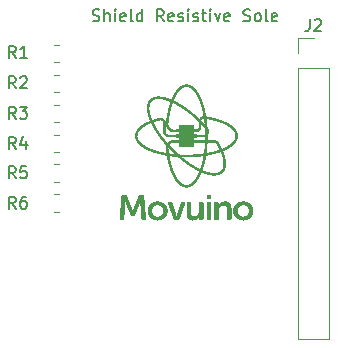
<source format=gto>
G04 #@! TF.GenerationSoftware,KiCad,Pcbnew,(5.1.10)-1*
G04 #@! TF.CreationDate,2022-08-02T17:39:55+02:00*
G04 #@! TF.ProjectId,pcb_resistive_sole,7063625f-7265-4736-9973-746976655f73,rev?*
G04 #@! TF.SameCoordinates,Original*
G04 #@! TF.FileFunction,Legend,Top*
G04 #@! TF.FilePolarity,Positive*
%FSLAX46Y46*%
G04 Gerber Fmt 4.6, Leading zero omitted, Abs format (unit mm)*
G04 Created by KiCad (PCBNEW (5.1.10)-1) date 2022-08-02 17:39:55*
%MOMM*%
%LPD*%
G01*
G04 APERTURE LIST*
%ADD10C,0.150000*%
%ADD11C,0.100000*%
%ADD12C,0.120000*%
G04 APERTURE END LIST*
D10*
X137300476Y-81014761D02*
X137443333Y-81062380D01*
X137681428Y-81062380D01*
X137776666Y-81014761D01*
X137824285Y-80967142D01*
X137871904Y-80871904D01*
X137871904Y-80776666D01*
X137824285Y-80681428D01*
X137776666Y-80633809D01*
X137681428Y-80586190D01*
X137490952Y-80538571D01*
X137395714Y-80490952D01*
X137348095Y-80443333D01*
X137300476Y-80348095D01*
X137300476Y-80252857D01*
X137348095Y-80157619D01*
X137395714Y-80110000D01*
X137490952Y-80062380D01*
X137729047Y-80062380D01*
X137871904Y-80110000D01*
X138300476Y-81062380D02*
X138300476Y-80062380D01*
X138729047Y-81062380D02*
X138729047Y-80538571D01*
X138681428Y-80443333D01*
X138586190Y-80395714D01*
X138443333Y-80395714D01*
X138348095Y-80443333D01*
X138300476Y-80490952D01*
X139205238Y-81062380D02*
X139205238Y-80395714D01*
X139205238Y-80062380D02*
X139157619Y-80110000D01*
X139205238Y-80157619D01*
X139252857Y-80110000D01*
X139205238Y-80062380D01*
X139205238Y-80157619D01*
X140062380Y-81014761D02*
X139967142Y-81062380D01*
X139776666Y-81062380D01*
X139681428Y-81014761D01*
X139633809Y-80919523D01*
X139633809Y-80538571D01*
X139681428Y-80443333D01*
X139776666Y-80395714D01*
X139967142Y-80395714D01*
X140062380Y-80443333D01*
X140110000Y-80538571D01*
X140110000Y-80633809D01*
X139633809Y-80729047D01*
X140681428Y-81062380D02*
X140586190Y-81014761D01*
X140538571Y-80919523D01*
X140538571Y-80062380D01*
X141490952Y-81062380D02*
X141490952Y-80062380D01*
X141490952Y-81014761D02*
X141395714Y-81062380D01*
X141205238Y-81062380D01*
X141110000Y-81014761D01*
X141062380Y-80967142D01*
X141014761Y-80871904D01*
X141014761Y-80586190D01*
X141062380Y-80490952D01*
X141110000Y-80443333D01*
X141205238Y-80395714D01*
X141395714Y-80395714D01*
X141490952Y-80443333D01*
X143300476Y-81062380D02*
X142967142Y-80586190D01*
X142729047Y-81062380D02*
X142729047Y-80062380D01*
X143110000Y-80062380D01*
X143205238Y-80110000D01*
X143252857Y-80157619D01*
X143300476Y-80252857D01*
X143300476Y-80395714D01*
X143252857Y-80490952D01*
X143205238Y-80538571D01*
X143110000Y-80586190D01*
X142729047Y-80586190D01*
X144110000Y-81014761D02*
X144014761Y-81062380D01*
X143824285Y-81062380D01*
X143729047Y-81014761D01*
X143681428Y-80919523D01*
X143681428Y-80538571D01*
X143729047Y-80443333D01*
X143824285Y-80395714D01*
X144014761Y-80395714D01*
X144110000Y-80443333D01*
X144157619Y-80538571D01*
X144157619Y-80633809D01*
X143681428Y-80729047D01*
X144538571Y-81014761D02*
X144633809Y-81062380D01*
X144824285Y-81062380D01*
X144919523Y-81014761D01*
X144967142Y-80919523D01*
X144967142Y-80871904D01*
X144919523Y-80776666D01*
X144824285Y-80729047D01*
X144681428Y-80729047D01*
X144586190Y-80681428D01*
X144538571Y-80586190D01*
X144538571Y-80538571D01*
X144586190Y-80443333D01*
X144681428Y-80395714D01*
X144824285Y-80395714D01*
X144919523Y-80443333D01*
X145395714Y-81062380D02*
X145395714Y-80395714D01*
X145395714Y-80062380D02*
X145348095Y-80110000D01*
X145395714Y-80157619D01*
X145443333Y-80110000D01*
X145395714Y-80062380D01*
X145395714Y-80157619D01*
X145824285Y-81014761D02*
X145919523Y-81062380D01*
X146110000Y-81062380D01*
X146205238Y-81014761D01*
X146252857Y-80919523D01*
X146252857Y-80871904D01*
X146205238Y-80776666D01*
X146110000Y-80729047D01*
X145967142Y-80729047D01*
X145871904Y-80681428D01*
X145824285Y-80586190D01*
X145824285Y-80538571D01*
X145871904Y-80443333D01*
X145967142Y-80395714D01*
X146110000Y-80395714D01*
X146205238Y-80443333D01*
X146538571Y-80395714D02*
X146919523Y-80395714D01*
X146681428Y-80062380D02*
X146681428Y-80919523D01*
X146729047Y-81014761D01*
X146824285Y-81062380D01*
X146919523Y-81062380D01*
X147252857Y-81062380D02*
X147252857Y-80395714D01*
X147252857Y-80062380D02*
X147205238Y-80110000D01*
X147252857Y-80157619D01*
X147300476Y-80110000D01*
X147252857Y-80062380D01*
X147252857Y-80157619D01*
X147633809Y-80395714D02*
X147871904Y-81062380D01*
X148110000Y-80395714D01*
X148871904Y-81014761D02*
X148776666Y-81062380D01*
X148586190Y-81062380D01*
X148490952Y-81014761D01*
X148443333Y-80919523D01*
X148443333Y-80538571D01*
X148490952Y-80443333D01*
X148586190Y-80395714D01*
X148776666Y-80395714D01*
X148871904Y-80443333D01*
X148919523Y-80538571D01*
X148919523Y-80633809D01*
X148443333Y-80729047D01*
X150062380Y-81014761D02*
X150205238Y-81062380D01*
X150443333Y-81062380D01*
X150538571Y-81014761D01*
X150586190Y-80967142D01*
X150633809Y-80871904D01*
X150633809Y-80776666D01*
X150586190Y-80681428D01*
X150538571Y-80633809D01*
X150443333Y-80586190D01*
X150252857Y-80538571D01*
X150157619Y-80490952D01*
X150110000Y-80443333D01*
X150062380Y-80348095D01*
X150062380Y-80252857D01*
X150110000Y-80157619D01*
X150157619Y-80110000D01*
X150252857Y-80062380D01*
X150490952Y-80062380D01*
X150633809Y-80110000D01*
X151205238Y-81062380D02*
X151110000Y-81014761D01*
X151062380Y-80967142D01*
X151014761Y-80871904D01*
X151014761Y-80586190D01*
X151062380Y-80490952D01*
X151110000Y-80443333D01*
X151205238Y-80395714D01*
X151348095Y-80395714D01*
X151443333Y-80443333D01*
X151490952Y-80490952D01*
X151538571Y-80586190D01*
X151538571Y-80871904D01*
X151490952Y-80967142D01*
X151443333Y-81014761D01*
X151348095Y-81062380D01*
X151205238Y-81062380D01*
X152110000Y-81062380D02*
X152014761Y-81014761D01*
X151967142Y-80919523D01*
X151967142Y-80062380D01*
X152871904Y-81014761D02*
X152776666Y-81062380D01*
X152586190Y-81062380D01*
X152490952Y-81014761D01*
X152443333Y-80919523D01*
X152443333Y-80538571D01*
X152490952Y-80443333D01*
X152586190Y-80395714D01*
X152776666Y-80395714D01*
X152871904Y-80443333D01*
X152919523Y-80538571D01*
X152919523Y-80633809D01*
X152443333Y-80729047D01*
D11*
G36*
X150106500Y-97935660D02*
G01*
X149994500Y-97935660D01*
X149994500Y-97928660D01*
X150106500Y-97928660D01*
X150106500Y-97935660D01*
G37*
G36*
X145829500Y-97935660D02*
G01*
X145731500Y-97935660D01*
X145731500Y-97928660D01*
X145829500Y-97928660D01*
X145829500Y-97935660D01*
G37*
G36*
X142861500Y-97935660D02*
G01*
X142749500Y-97935660D01*
X142749500Y-97928660D01*
X142861500Y-97928660D01*
X142861500Y-97935660D01*
G37*
G36*
X150176500Y-97928660D02*
G01*
X149917500Y-97928660D01*
X149917500Y-97921660D01*
X150176500Y-97921660D01*
X150176500Y-97928660D01*
G37*
G36*
X145885500Y-97928660D02*
G01*
X145661500Y-97928660D01*
X145661500Y-97921660D01*
X145885500Y-97921660D01*
X145885500Y-97928660D01*
G37*
G36*
X142938500Y-97928660D02*
G01*
X142672500Y-97928660D01*
X142672500Y-97921660D01*
X142938500Y-97921660D01*
X142938500Y-97928660D01*
G37*
G36*
X150225500Y-97921660D02*
G01*
X149875500Y-97921660D01*
X149875500Y-97914660D01*
X150225500Y-97914660D01*
X150225500Y-97921660D01*
G37*
G36*
X145920500Y-97921660D02*
G01*
X145619500Y-97921660D01*
X145619500Y-97914660D01*
X145920500Y-97914660D01*
X145920500Y-97921660D01*
G37*
G36*
X142980500Y-97921660D02*
G01*
X142630500Y-97921660D01*
X142630500Y-97914660D01*
X142980500Y-97914660D01*
X142980500Y-97921660D01*
G37*
G36*
X150260500Y-97914660D02*
G01*
X149840500Y-97914660D01*
X149840500Y-97907660D01*
X150260500Y-97907660D01*
X150260500Y-97914660D01*
G37*
G36*
X145948500Y-97914660D02*
G01*
X145591500Y-97914660D01*
X145591500Y-97907660D01*
X145948500Y-97907660D01*
X145948500Y-97914660D01*
G37*
G36*
X143015500Y-97914660D02*
G01*
X142595500Y-97914660D01*
X142595500Y-97907660D01*
X143015500Y-97907660D01*
X143015500Y-97914660D01*
G37*
G36*
X150288500Y-97907660D02*
G01*
X149812500Y-97907660D01*
X149812500Y-97900660D01*
X150288500Y-97900660D01*
X150288500Y-97907660D01*
G37*
G36*
X145976500Y-97907660D02*
G01*
X145570500Y-97907660D01*
X145570500Y-97900660D01*
X145976500Y-97900660D01*
X145976500Y-97907660D01*
G37*
G36*
X143043500Y-97907660D02*
G01*
X142567500Y-97907660D01*
X142567500Y-97900660D01*
X143043500Y-97900660D01*
X143043500Y-97907660D01*
G37*
G36*
X150316500Y-97900660D02*
G01*
X149784500Y-97900660D01*
X149784500Y-97893660D01*
X150316500Y-97893660D01*
X150316500Y-97900660D01*
G37*
G36*
X145997500Y-97900660D02*
G01*
X145549500Y-97900660D01*
X145549500Y-97893660D01*
X145997500Y-97893660D01*
X145997500Y-97900660D01*
G37*
G36*
X143071500Y-97900660D02*
G01*
X142539500Y-97900660D01*
X142539500Y-97893660D01*
X143071500Y-97893660D01*
X143071500Y-97900660D01*
G37*
G36*
X150337500Y-97893660D02*
G01*
X149763500Y-97893660D01*
X149763500Y-97886660D01*
X150337500Y-97886660D01*
X150337500Y-97893660D01*
G37*
G36*
X148979500Y-97893660D02*
G01*
X148741500Y-97893660D01*
X148741500Y-97886660D01*
X148979500Y-97886660D01*
X148979500Y-97893660D01*
G37*
G36*
X147908500Y-97893660D02*
G01*
X147670500Y-97893660D01*
X147670500Y-97886660D01*
X147908500Y-97886660D01*
X147908500Y-97893660D01*
G37*
G36*
X147264500Y-97893660D02*
G01*
X147026500Y-97893660D01*
X147026500Y-97886660D01*
X147264500Y-97886660D01*
X147264500Y-97893660D01*
G37*
G36*
X146620500Y-97893660D02*
G01*
X146396500Y-97893660D01*
X146396500Y-97886660D01*
X146620500Y-97886660D01*
X146620500Y-97893660D01*
G37*
G36*
X146011500Y-97893660D02*
G01*
X145528500Y-97893660D01*
X145528500Y-97886660D01*
X146011500Y-97886660D01*
X146011500Y-97893660D01*
G37*
G36*
X144590500Y-97893660D02*
G01*
X144233500Y-97893660D01*
X144233500Y-97886660D01*
X144590500Y-97886660D01*
X144590500Y-97893660D01*
G37*
G36*
X143092500Y-97893660D02*
G01*
X142518500Y-97893660D01*
X142518500Y-97886660D01*
X143092500Y-97886660D01*
X143092500Y-97893660D01*
G37*
G36*
X141748500Y-97893660D02*
G01*
X141510500Y-97893660D01*
X141510500Y-97886660D01*
X141748500Y-97886660D01*
X141748500Y-97893660D01*
G37*
G36*
X139900500Y-97893660D02*
G01*
X139655500Y-97893660D01*
X139655500Y-97886660D01*
X139900500Y-97886660D01*
X139900500Y-97893660D01*
G37*
G36*
X150358500Y-97886660D02*
G01*
X149742500Y-97886660D01*
X149742500Y-97879660D01*
X150358500Y-97879660D01*
X150358500Y-97886660D01*
G37*
G36*
X149000500Y-97886660D02*
G01*
X148727500Y-97886660D01*
X148727500Y-97879660D01*
X149000500Y-97879660D01*
X149000500Y-97886660D01*
G37*
G36*
X147922500Y-97886660D02*
G01*
X147649500Y-97886660D01*
X147649500Y-97879660D01*
X147922500Y-97879660D01*
X147922500Y-97886660D01*
G37*
G36*
X147278500Y-97886660D02*
G01*
X147005500Y-97886660D01*
X147005500Y-97879660D01*
X147278500Y-97879660D01*
X147278500Y-97886660D01*
G37*
G36*
X146634500Y-97886660D02*
G01*
X146375500Y-97886660D01*
X146375500Y-97879660D01*
X146634500Y-97879660D01*
X146634500Y-97886660D01*
G37*
G36*
X146032500Y-97886660D02*
G01*
X145514500Y-97886660D01*
X145514500Y-97879660D01*
X146032500Y-97879660D01*
X146032500Y-97886660D01*
G37*
G36*
X144604500Y-97886660D02*
G01*
X144212500Y-97886660D01*
X144212500Y-97879660D01*
X144604500Y-97879660D01*
X144604500Y-97886660D01*
G37*
G36*
X143113500Y-97886660D02*
G01*
X142497500Y-97886660D01*
X142497500Y-97879660D01*
X143113500Y-97879660D01*
X143113500Y-97886660D01*
G37*
G36*
X141769500Y-97886660D02*
G01*
X141489500Y-97886660D01*
X141489500Y-97879660D01*
X141769500Y-97879660D01*
X141769500Y-97886660D01*
G37*
G36*
X139914500Y-97886660D02*
G01*
X139641500Y-97886660D01*
X139641500Y-97879660D01*
X139914500Y-97879660D01*
X139914500Y-97886660D01*
G37*
G36*
X150379500Y-97879660D02*
G01*
X149721500Y-97879660D01*
X149721500Y-97872660D01*
X150379500Y-97872660D01*
X150379500Y-97879660D01*
G37*
G36*
X149014500Y-97879660D02*
G01*
X148713500Y-97879660D01*
X148713500Y-97872660D01*
X149014500Y-97872660D01*
X149014500Y-97879660D01*
G37*
G36*
X147936500Y-97879660D02*
G01*
X147642500Y-97879660D01*
X147642500Y-97872660D01*
X147936500Y-97872660D01*
X147936500Y-97879660D01*
G37*
G36*
X147292500Y-97879660D02*
G01*
X146998500Y-97879660D01*
X146998500Y-97872660D01*
X147292500Y-97872660D01*
X147292500Y-97879660D01*
G37*
G36*
X146648500Y-97879660D02*
G01*
X146368500Y-97879660D01*
X146368500Y-97872660D01*
X146648500Y-97872660D01*
X146648500Y-97879660D01*
G37*
G36*
X146046500Y-97879660D02*
G01*
X145500500Y-97879660D01*
X145500500Y-97872660D01*
X146046500Y-97872660D01*
X146046500Y-97879660D01*
G37*
G36*
X144618500Y-97879660D02*
G01*
X144205500Y-97879660D01*
X144205500Y-97872660D01*
X144618500Y-97872660D01*
X144618500Y-97879660D01*
G37*
G36*
X143134500Y-97879660D02*
G01*
X142476500Y-97879660D01*
X142476500Y-97872660D01*
X143134500Y-97872660D01*
X143134500Y-97879660D01*
G37*
G36*
X141776500Y-97879660D02*
G01*
X141482500Y-97879660D01*
X141482500Y-97872660D01*
X141776500Y-97872660D01*
X141776500Y-97879660D01*
G37*
G36*
X139928500Y-97879660D02*
G01*
X139627500Y-97879660D01*
X139627500Y-97872660D01*
X139928500Y-97872660D01*
X139928500Y-97879660D01*
G37*
G36*
X150393500Y-97872660D02*
G01*
X149707500Y-97872660D01*
X149707500Y-97865660D01*
X150393500Y-97865660D01*
X150393500Y-97872660D01*
G37*
G36*
X149021500Y-97872660D02*
G01*
X148706500Y-97872660D01*
X148706500Y-97865660D01*
X149021500Y-97865660D01*
X149021500Y-97872660D01*
G37*
G36*
X147943500Y-97872660D02*
G01*
X147635500Y-97872660D01*
X147635500Y-97865660D01*
X147943500Y-97865660D01*
X147943500Y-97872660D01*
G37*
G36*
X147299500Y-97872660D02*
G01*
X146984500Y-97872660D01*
X146984500Y-97865660D01*
X147299500Y-97865660D01*
X147299500Y-97872660D01*
G37*
G36*
X146655500Y-97872660D02*
G01*
X146361500Y-97872660D01*
X146361500Y-97865660D01*
X146655500Y-97865660D01*
X146655500Y-97872660D01*
G37*
G36*
X146060500Y-97872660D02*
G01*
X145486500Y-97872660D01*
X145486500Y-97865660D01*
X146060500Y-97865660D01*
X146060500Y-97872660D01*
G37*
G36*
X144625500Y-97872660D02*
G01*
X144191500Y-97872660D01*
X144191500Y-97865660D01*
X144625500Y-97865660D01*
X144625500Y-97872660D01*
G37*
G36*
X143148500Y-97872660D02*
G01*
X142462500Y-97872660D01*
X142462500Y-97865660D01*
X143148500Y-97865660D01*
X143148500Y-97872660D01*
G37*
G36*
X141790500Y-97872660D02*
G01*
X141475500Y-97872660D01*
X141475500Y-97865660D01*
X141790500Y-97865660D01*
X141790500Y-97872660D01*
G37*
G36*
X139935500Y-97872660D02*
G01*
X139620500Y-97872660D01*
X139620500Y-97865660D01*
X139935500Y-97865660D01*
X139935500Y-97872660D01*
G37*
G36*
X150414500Y-97865660D02*
G01*
X149686500Y-97865660D01*
X149686500Y-97858660D01*
X150414500Y-97858660D01*
X150414500Y-97865660D01*
G37*
G36*
X149028500Y-97865660D02*
G01*
X148699500Y-97865660D01*
X148699500Y-97858660D01*
X149028500Y-97858660D01*
X149028500Y-97865660D01*
G37*
G36*
X147950500Y-97865660D02*
G01*
X147628500Y-97865660D01*
X147628500Y-97858660D01*
X147950500Y-97858660D01*
X147950500Y-97865660D01*
G37*
G36*
X147306500Y-97865660D02*
G01*
X146977500Y-97865660D01*
X146977500Y-97858660D01*
X147306500Y-97858660D01*
X147306500Y-97865660D01*
G37*
G36*
X146662500Y-97865660D02*
G01*
X146354500Y-97865660D01*
X146354500Y-97858660D01*
X146662500Y-97858660D01*
X146662500Y-97865660D01*
G37*
G36*
X146074500Y-97865660D02*
G01*
X145472500Y-97865660D01*
X145472500Y-97858660D01*
X146074500Y-97858660D01*
X146074500Y-97865660D01*
G37*
G36*
X144632500Y-97865660D02*
G01*
X144184500Y-97865660D01*
X144184500Y-97858660D01*
X144632500Y-97858660D01*
X144632500Y-97865660D01*
G37*
G36*
X143169500Y-97865660D02*
G01*
X142441500Y-97865660D01*
X142441500Y-97858660D01*
X143169500Y-97858660D01*
X143169500Y-97865660D01*
G37*
G36*
X141797500Y-97865660D02*
G01*
X141468500Y-97865660D01*
X141468500Y-97858660D01*
X141797500Y-97858660D01*
X141797500Y-97865660D01*
G37*
G36*
X139942500Y-97865660D02*
G01*
X139613500Y-97865660D01*
X139613500Y-97858660D01*
X139942500Y-97858660D01*
X139942500Y-97865660D01*
G37*
G36*
X150428500Y-97858660D02*
G01*
X149672500Y-97858660D01*
X149672500Y-97851660D01*
X150428500Y-97851660D01*
X150428500Y-97858660D01*
G37*
G36*
X149035500Y-97858660D02*
G01*
X148692500Y-97858660D01*
X148692500Y-97851660D01*
X149035500Y-97851660D01*
X149035500Y-97858660D01*
G37*
G36*
X147957500Y-97858660D02*
G01*
X147621500Y-97858660D01*
X147621500Y-97851660D01*
X147957500Y-97851660D01*
X147957500Y-97858660D01*
G37*
G36*
X147313500Y-97858660D02*
G01*
X146977500Y-97858660D01*
X146977500Y-97851660D01*
X147313500Y-97851660D01*
X147313500Y-97858660D01*
G37*
G36*
X146669500Y-97858660D02*
G01*
X146347500Y-97858660D01*
X146347500Y-97851660D01*
X146669500Y-97851660D01*
X146669500Y-97858660D01*
G37*
G36*
X146088500Y-97858660D02*
G01*
X145465500Y-97858660D01*
X145465500Y-97851660D01*
X146088500Y-97851660D01*
X146088500Y-97858660D01*
G37*
G36*
X144639500Y-97858660D02*
G01*
X144177500Y-97858660D01*
X144177500Y-97851660D01*
X144639500Y-97851660D01*
X144639500Y-97858660D01*
G37*
G36*
X143183500Y-97858660D02*
G01*
X142427500Y-97858660D01*
X142427500Y-97851660D01*
X143183500Y-97851660D01*
X143183500Y-97858660D01*
G37*
G36*
X141797500Y-97858660D02*
G01*
X141461500Y-97858660D01*
X141461500Y-97851660D01*
X141797500Y-97851660D01*
X141797500Y-97858660D01*
G37*
G36*
X139949500Y-97858660D02*
G01*
X139606500Y-97858660D01*
X139606500Y-97851660D01*
X139949500Y-97851660D01*
X139949500Y-97858660D01*
G37*
G36*
X150442500Y-97851660D02*
G01*
X149658500Y-97851660D01*
X149658500Y-97844660D01*
X150442500Y-97844660D01*
X150442500Y-97851660D01*
G37*
G36*
X149035500Y-97851660D02*
G01*
X148692500Y-97851660D01*
X148692500Y-97844660D01*
X149035500Y-97844660D01*
X149035500Y-97851660D01*
G37*
G36*
X147964500Y-97851660D02*
G01*
X147614500Y-97851660D01*
X147614500Y-97844660D01*
X147964500Y-97844660D01*
X147964500Y-97851660D01*
G37*
G36*
X147313500Y-97851660D02*
G01*
X146970500Y-97851660D01*
X146970500Y-97844660D01*
X147313500Y-97844660D01*
X147313500Y-97851660D01*
G37*
G36*
X146676500Y-97851660D02*
G01*
X146340500Y-97851660D01*
X146340500Y-97844660D01*
X146676500Y-97844660D01*
X146676500Y-97851660D01*
G37*
G36*
X146095500Y-97851660D02*
G01*
X145451500Y-97851660D01*
X145451500Y-97844660D01*
X146095500Y-97844660D01*
X146095500Y-97851660D01*
G37*
G36*
X144646500Y-97851660D02*
G01*
X144170500Y-97851660D01*
X144170500Y-97844660D01*
X144646500Y-97844660D01*
X144646500Y-97851660D01*
G37*
G36*
X143197500Y-97851660D02*
G01*
X142413500Y-97851660D01*
X142413500Y-97844660D01*
X143197500Y-97844660D01*
X143197500Y-97851660D01*
G37*
G36*
X141804500Y-97851660D02*
G01*
X141454500Y-97851660D01*
X141454500Y-97844660D01*
X141804500Y-97844660D01*
X141804500Y-97851660D01*
G37*
G36*
X139956500Y-97851660D02*
G01*
X139599500Y-97851660D01*
X139599500Y-97844660D01*
X139956500Y-97844660D01*
X139956500Y-97851660D01*
G37*
G36*
X150456500Y-97844660D02*
G01*
X149644500Y-97844660D01*
X149644500Y-97837660D01*
X150456500Y-97837660D01*
X150456500Y-97844660D01*
G37*
G36*
X149042500Y-97844660D02*
G01*
X148685500Y-97844660D01*
X148685500Y-97837660D01*
X149042500Y-97837660D01*
X149042500Y-97844660D01*
G37*
G36*
X147964500Y-97844660D02*
G01*
X147614500Y-97844660D01*
X147614500Y-97837660D01*
X147964500Y-97837660D01*
X147964500Y-97844660D01*
G37*
G36*
X147320500Y-97844660D02*
G01*
X146963500Y-97844660D01*
X146963500Y-97837660D01*
X147320500Y-97837660D01*
X147320500Y-97844660D01*
G37*
G36*
X146676500Y-97844660D02*
G01*
X146340500Y-97844660D01*
X146340500Y-97837660D01*
X146676500Y-97837660D01*
X146676500Y-97844660D01*
G37*
G36*
X146109500Y-97844660D02*
G01*
X145444500Y-97844660D01*
X145444500Y-97837660D01*
X146109500Y-97837660D01*
X146109500Y-97844660D01*
G37*
G36*
X144653500Y-97844660D02*
G01*
X144170500Y-97844660D01*
X144170500Y-97837660D01*
X144653500Y-97837660D01*
X144653500Y-97844660D01*
G37*
G36*
X143211500Y-97844660D02*
G01*
X142399500Y-97844660D01*
X142399500Y-97837660D01*
X143211500Y-97837660D01*
X143211500Y-97844660D01*
G37*
G36*
X141811500Y-97844660D02*
G01*
X141447500Y-97844660D01*
X141447500Y-97837660D01*
X141811500Y-97837660D01*
X141811500Y-97844660D01*
G37*
G36*
X139956500Y-97844660D02*
G01*
X139599500Y-97844660D01*
X139599500Y-97837660D01*
X139956500Y-97837660D01*
X139956500Y-97844660D01*
G37*
G36*
X150470500Y-97837660D02*
G01*
X149630500Y-97837660D01*
X149630500Y-97830660D01*
X150470500Y-97830660D01*
X150470500Y-97837660D01*
G37*
G36*
X149042500Y-97837660D02*
G01*
X148678500Y-97837660D01*
X148678500Y-97830660D01*
X149042500Y-97830660D01*
X149042500Y-97837660D01*
G37*
G36*
X147971500Y-97837660D02*
G01*
X147607500Y-97837660D01*
X147607500Y-97830660D01*
X147971500Y-97830660D01*
X147971500Y-97837660D01*
G37*
G36*
X147320500Y-97837660D02*
G01*
X146963500Y-97837660D01*
X146963500Y-97830660D01*
X147320500Y-97830660D01*
X147320500Y-97837660D01*
G37*
G36*
X146683500Y-97837660D02*
G01*
X146333500Y-97837660D01*
X146333500Y-97830660D01*
X146683500Y-97830660D01*
X146683500Y-97837660D01*
G37*
G36*
X146123500Y-97837660D02*
G01*
X145430500Y-97837660D01*
X145430500Y-97830660D01*
X146123500Y-97830660D01*
X146123500Y-97837660D01*
G37*
G36*
X144653500Y-97837660D02*
G01*
X144163500Y-97837660D01*
X144163500Y-97830660D01*
X144653500Y-97830660D01*
X144653500Y-97837660D01*
G37*
G36*
X143225500Y-97837660D02*
G01*
X142385500Y-97837660D01*
X142385500Y-97830660D01*
X143225500Y-97830660D01*
X143225500Y-97837660D01*
G37*
G36*
X141811500Y-97837660D02*
G01*
X141447500Y-97837660D01*
X141447500Y-97830660D01*
X141811500Y-97830660D01*
X141811500Y-97837660D01*
G37*
G36*
X139963500Y-97837660D02*
G01*
X139592500Y-97837660D01*
X139592500Y-97830660D01*
X139963500Y-97830660D01*
X139963500Y-97837660D01*
G37*
G36*
X150484500Y-97830660D02*
G01*
X149616500Y-97830660D01*
X149616500Y-97823660D01*
X150484500Y-97823660D01*
X150484500Y-97830660D01*
G37*
G36*
X149049500Y-97830660D02*
G01*
X148678500Y-97830660D01*
X148678500Y-97823660D01*
X149049500Y-97823660D01*
X149049500Y-97830660D01*
G37*
G36*
X147971500Y-97830660D02*
G01*
X147607500Y-97830660D01*
X147607500Y-97823660D01*
X147971500Y-97823660D01*
X147971500Y-97830660D01*
G37*
G36*
X147327500Y-97830660D02*
G01*
X146963500Y-97830660D01*
X146963500Y-97823660D01*
X147327500Y-97823660D01*
X147327500Y-97830660D01*
G37*
G36*
X146683500Y-97830660D02*
G01*
X146333500Y-97830660D01*
X146333500Y-97823660D01*
X146683500Y-97823660D01*
X146683500Y-97830660D01*
G37*
G36*
X146130500Y-97830660D02*
G01*
X145423500Y-97830660D01*
X145423500Y-97823660D01*
X146130500Y-97823660D01*
X146130500Y-97830660D01*
G37*
G36*
X144660500Y-97830660D02*
G01*
X144156500Y-97830660D01*
X144156500Y-97823660D01*
X144660500Y-97823660D01*
X144660500Y-97830660D01*
G37*
G36*
X143239500Y-97830660D02*
G01*
X142371500Y-97830660D01*
X142371500Y-97823660D01*
X143239500Y-97823660D01*
X143239500Y-97830660D01*
G37*
G36*
X141811500Y-97830660D02*
G01*
X141440500Y-97830660D01*
X141440500Y-97823660D01*
X141811500Y-97823660D01*
X141811500Y-97830660D01*
G37*
G36*
X139963500Y-97830660D02*
G01*
X139592500Y-97830660D01*
X139592500Y-97823660D01*
X139963500Y-97823660D01*
X139963500Y-97830660D01*
G37*
G36*
X150498500Y-97823660D02*
G01*
X149602500Y-97823660D01*
X149602500Y-97816660D01*
X150498500Y-97816660D01*
X150498500Y-97823660D01*
G37*
G36*
X149049500Y-97823660D02*
G01*
X148678500Y-97823660D01*
X148678500Y-97816660D01*
X149049500Y-97816660D01*
X149049500Y-97823660D01*
G37*
G36*
X147971500Y-97823660D02*
G01*
X147600500Y-97823660D01*
X147600500Y-97816660D01*
X147971500Y-97816660D01*
X147971500Y-97823660D01*
G37*
G36*
X147327500Y-97823660D02*
G01*
X146956500Y-97823660D01*
X146956500Y-97816660D01*
X147327500Y-97816660D01*
X147327500Y-97823660D01*
G37*
G36*
X146683500Y-97823660D02*
G01*
X146326500Y-97823660D01*
X146326500Y-97816660D01*
X146683500Y-97816660D01*
X146683500Y-97823660D01*
G37*
G36*
X146137500Y-97823660D02*
G01*
X145416500Y-97823660D01*
X145416500Y-97816660D01*
X146137500Y-97816660D01*
X146137500Y-97823660D01*
G37*
G36*
X144667500Y-97823660D02*
G01*
X144156500Y-97823660D01*
X144156500Y-97816660D01*
X144667500Y-97816660D01*
X144667500Y-97823660D01*
G37*
G36*
X143253500Y-97823660D02*
G01*
X142357500Y-97823660D01*
X142357500Y-97816660D01*
X143253500Y-97816660D01*
X143253500Y-97823660D01*
G37*
G36*
X141818500Y-97823660D02*
G01*
X141440500Y-97823660D01*
X141440500Y-97816660D01*
X141818500Y-97816660D01*
X141818500Y-97823660D01*
G37*
G36*
X139963500Y-97823660D02*
G01*
X139592500Y-97823660D01*
X139592500Y-97816660D01*
X139963500Y-97816660D01*
X139963500Y-97823660D01*
G37*
G36*
X150512500Y-97816660D02*
G01*
X149588500Y-97816660D01*
X149588500Y-97809660D01*
X150512500Y-97809660D01*
X150512500Y-97816660D01*
G37*
G36*
X149049500Y-97816660D02*
G01*
X148678500Y-97816660D01*
X148678500Y-97809660D01*
X149049500Y-97809660D01*
X149049500Y-97816660D01*
G37*
G36*
X147971500Y-97816660D02*
G01*
X147600500Y-97816660D01*
X147600500Y-97809660D01*
X147971500Y-97809660D01*
X147971500Y-97816660D01*
G37*
G36*
X147327500Y-97816660D02*
G01*
X146956500Y-97816660D01*
X146956500Y-97809660D01*
X147327500Y-97809660D01*
X147327500Y-97816660D01*
G37*
G36*
X146690500Y-97816660D02*
G01*
X146326500Y-97816660D01*
X146326500Y-97809660D01*
X146690500Y-97809660D01*
X146690500Y-97816660D01*
G37*
G36*
X146151500Y-97816660D02*
G01*
X145409500Y-97816660D01*
X145409500Y-97809660D01*
X146151500Y-97809660D01*
X146151500Y-97816660D01*
G37*
G36*
X144667500Y-97816660D02*
G01*
X144156500Y-97816660D01*
X144156500Y-97809660D01*
X144667500Y-97809660D01*
X144667500Y-97816660D01*
G37*
G36*
X143267500Y-97816660D02*
G01*
X142343500Y-97816660D01*
X142343500Y-97809660D01*
X143267500Y-97809660D01*
X143267500Y-97816660D01*
G37*
G36*
X141818500Y-97816660D02*
G01*
X141440500Y-97816660D01*
X141440500Y-97809660D01*
X141818500Y-97809660D01*
X141818500Y-97816660D01*
G37*
G36*
X139970500Y-97816660D02*
G01*
X139592500Y-97816660D01*
X139592500Y-97809660D01*
X139970500Y-97809660D01*
X139970500Y-97816660D01*
G37*
G36*
X150519500Y-97809660D02*
G01*
X149581500Y-97809660D01*
X149581500Y-97802660D01*
X150519500Y-97802660D01*
X150519500Y-97809660D01*
G37*
G36*
X149049500Y-97809660D02*
G01*
X148671500Y-97809660D01*
X148671500Y-97802660D01*
X149049500Y-97802660D01*
X149049500Y-97809660D01*
G37*
G36*
X147978500Y-97809660D02*
G01*
X147600500Y-97809660D01*
X147600500Y-97802660D01*
X147978500Y-97802660D01*
X147978500Y-97809660D01*
G37*
G36*
X147327500Y-97809660D02*
G01*
X146956500Y-97809660D01*
X146956500Y-97802660D01*
X147327500Y-97802660D01*
X147327500Y-97809660D01*
G37*
G36*
X146690500Y-97809660D02*
G01*
X146326500Y-97809660D01*
X146326500Y-97802660D01*
X146690500Y-97802660D01*
X146690500Y-97809660D01*
G37*
G36*
X146158500Y-97809660D02*
G01*
X145402500Y-97809660D01*
X145402500Y-97802660D01*
X146158500Y-97802660D01*
X146158500Y-97809660D01*
G37*
G36*
X144667500Y-97809660D02*
G01*
X144149500Y-97809660D01*
X144149500Y-97802660D01*
X144667500Y-97802660D01*
X144667500Y-97809660D01*
G37*
G36*
X143281500Y-97809660D02*
G01*
X142336500Y-97809660D01*
X142336500Y-97802660D01*
X143281500Y-97802660D01*
X143281500Y-97809660D01*
G37*
G36*
X141818500Y-97809660D02*
G01*
X141440500Y-97809660D01*
X141440500Y-97802660D01*
X141818500Y-97802660D01*
X141818500Y-97809660D01*
G37*
G36*
X139970500Y-97809660D02*
G01*
X139585500Y-97809660D01*
X139585500Y-97802660D01*
X139970500Y-97802660D01*
X139970500Y-97809660D01*
G37*
G36*
X150533500Y-97802660D02*
G01*
X149567500Y-97802660D01*
X149567500Y-97795660D01*
X150533500Y-97795660D01*
X150533500Y-97802660D01*
G37*
G36*
X149049500Y-97802660D02*
G01*
X148671500Y-97802660D01*
X148671500Y-97795660D01*
X149049500Y-97795660D01*
X149049500Y-97802660D01*
G37*
G36*
X147978500Y-97802660D02*
G01*
X147600500Y-97802660D01*
X147600500Y-97795660D01*
X147978500Y-97795660D01*
X147978500Y-97802660D01*
G37*
G36*
X147334500Y-97802660D02*
G01*
X146956500Y-97802660D01*
X146956500Y-97795660D01*
X147334500Y-97795660D01*
X147334500Y-97802660D01*
G37*
G36*
X146690500Y-97802660D02*
G01*
X146326500Y-97802660D01*
X146326500Y-97795660D01*
X146690500Y-97795660D01*
X146690500Y-97802660D01*
G37*
G36*
X146165500Y-97802660D02*
G01*
X145395500Y-97802660D01*
X145395500Y-97795660D01*
X146165500Y-97795660D01*
X146165500Y-97802660D01*
G37*
G36*
X144674500Y-97802660D02*
G01*
X144149500Y-97802660D01*
X144149500Y-97795660D01*
X144674500Y-97795660D01*
X144674500Y-97802660D01*
G37*
G36*
X143288500Y-97802660D02*
G01*
X142322500Y-97802660D01*
X142322500Y-97795660D01*
X143288500Y-97795660D01*
X143288500Y-97802660D01*
G37*
G36*
X141818500Y-97802660D02*
G01*
X141433500Y-97802660D01*
X141433500Y-97795660D01*
X141818500Y-97795660D01*
X141818500Y-97802660D01*
G37*
G36*
X139970500Y-97802660D02*
G01*
X139585500Y-97802660D01*
X139585500Y-97795660D01*
X139970500Y-97795660D01*
X139970500Y-97802660D01*
G37*
G36*
X150547500Y-97795660D02*
G01*
X149553500Y-97795660D01*
X149553500Y-97788660D01*
X150547500Y-97788660D01*
X150547500Y-97795660D01*
G37*
G36*
X149056500Y-97795660D02*
G01*
X148671500Y-97795660D01*
X148671500Y-97788660D01*
X149056500Y-97788660D01*
X149056500Y-97795660D01*
G37*
G36*
X147978500Y-97795660D02*
G01*
X147600500Y-97795660D01*
X147600500Y-97788660D01*
X147978500Y-97788660D01*
X147978500Y-97795660D01*
G37*
G36*
X147334500Y-97795660D02*
G01*
X146956500Y-97795660D01*
X146956500Y-97788660D01*
X147334500Y-97788660D01*
X147334500Y-97795660D01*
G37*
G36*
X146690500Y-97795660D02*
G01*
X146326500Y-97795660D01*
X146326500Y-97788660D01*
X146690500Y-97788660D01*
X146690500Y-97795660D01*
G37*
G36*
X146179500Y-97795660D02*
G01*
X145388500Y-97795660D01*
X145388500Y-97788660D01*
X146179500Y-97788660D01*
X146179500Y-97795660D01*
G37*
G36*
X144674500Y-97795660D02*
G01*
X144149500Y-97795660D01*
X144149500Y-97788660D01*
X144674500Y-97788660D01*
X144674500Y-97795660D01*
G37*
G36*
X143302500Y-97795660D02*
G01*
X142308500Y-97795660D01*
X142308500Y-97788660D01*
X143302500Y-97788660D01*
X143302500Y-97795660D01*
G37*
G36*
X141818500Y-97795660D02*
G01*
X141433500Y-97795660D01*
X141433500Y-97788660D01*
X141818500Y-97788660D01*
X141818500Y-97795660D01*
G37*
G36*
X139970500Y-97795660D02*
G01*
X139585500Y-97795660D01*
X139585500Y-97788660D01*
X139970500Y-97788660D01*
X139970500Y-97795660D01*
G37*
G36*
X150554500Y-97788660D02*
G01*
X149546500Y-97788660D01*
X149546500Y-97781660D01*
X150554500Y-97781660D01*
X150554500Y-97788660D01*
G37*
G36*
X149056500Y-97788660D02*
G01*
X148671500Y-97788660D01*
X148671500Y-97781660D01*
X149056500Y-97781660D01*
X149056500Y-97788660D01*
G37*
G36*
X147978500Y-97788660D02*
G01*
X147600500Y-97788660D01*
X147600500Y-97781660D01*
X147978500Y-97781660D01*
X147978500Y-97788660D01*
G37*
G36*
X147334500Y-97788660D02*
G01*
X146956500Y-97788660D01*
X146956500Y-97781660D01*
X147334500Y-97781660D01*
X147334500Y-97788660D01*
G37*
G36*
X146690500Y-97788660D02*
G01*
X146326500Y-97788660D01*
X146326500Y-97781660D01*
X146690500Y-97781660D01*
X146690500Y-97788660D01*
G37*
G36*
X146186500Y-97788660D02*
G01*
X145381500Y-97788660D01*
X145381500Y-97781660D01*
X146186500Y-97781660D01*
X146186500Y-97788660D01*
G37*
G36*
X144674500Y-97788660D02*
G01*
X144142500Y-97788660D01*
X144142500Y-97781660D01*
X144674500Y-97781660D01*
X144674500Y-97788660D01*
G37*
G36*
X143309500Y-97788660D02*
G01*
X142301500Y-97788660D01*
X142301500Y-97781660D01*
X143309500Y-97781660D01*
X143309500Y-97788660D01*
G37*
G36*
X141818500Y-97788660D02*
G01*
X141433500Y-97788660D01*
X141433500Y-97781660D01*
X141818500Y-97781660D01*
X141818500Y-97788660D01*
G37*
G36*
X139970500Y-97788660D02*
G01*
X139585500Y-97788660D01*
X139585500Y-97781660D01*
X139970500Y-97781660D01*
X139970500Y-97788660D01*
G37*
G36*
X150568500Y-97781660D02*
G01*
X149532500Y-97781660D01*
X149532500Y-97774660D01*
X150568500Y-97774660D01*
X150568500Y-97781660D01*
G37*
G36*
X149056500Y-97781660D02*
G01*
X148671500Y-97781660D01*
X148671500Y-97774660D01*
X149056500Y-97774660D01*
X149056500Y-97781660D01*
G37*
G36*
X147978500Y-97781660D02*
G01*
X147600500Y-97781660D01*
X147600500Y-97774660D01*
X147978500Y-97774660D01*
X147978500Y-97781660D01*
G37*
G36*
X147334500Y-97781660D02*
G01*
X146956500Y-97781660D01*
X146956500Y-97774660D01*
X147334500Y-97774660D01*
X147334500Y-97781660D01*
G37*
G36*
X146690500Y-97781660D02*
G01*
X146326500Y-97781660D01*
X146326500Y-97774660D01*
X146690500Y-97774660D01*
X146690500Y-97781660D01*
G37*
G36*
X146193500Y-97781660D02*
G01*
X145374500Y-97781660D01*
X145374500Y-97774660D01*
X146193500Y-97774660D01*
X146193500Y-97781660D01*
G37*
G36*
X144681500Y-97781660D02*
G01*
X144142500Y-97781660D01*
X144142500Y-97774660D01*
X144681500Y-97774660D01*
X144681500Y-97781660D01*
G37*
G36*
X143323500Y-97781660D02*
G01*
X142294500Y-97781660D01*
X142294500Y-97774660D01*
X143323500Y-97774660D01*
X143323500Y-97781660D01*
G37*
G36*
X141818500Y-97781660D02*
G01*
X141433500Y-97781660D01*
X141433500Y-97774660D01*
X141818500Y-97774660D01*
X141818500Y-97781660D01*
G37*
G36*
X139970500Y-97781660D02*
G01*
X139585500Y-97781660D01*
X139585500Y-97774660D01*
X139970500Y-97774660D01*
X139970500Y-97781660D01*
G37*
G36*
X150575500Y-97774660D02*
G01*
X149525500Y-97774660D01*
X149525500Y-97767660D01*
X150575500Y-97767660D01*
X150575500Y-97774660D01*
G37*
G36*
X149056500Y-97774660D02*
G01*
X148671500Y-97774660D01*
X148671500Y-97767660D01*
X149056500Y-97767660D01*
X149056500Y-97774660D01*
G37*
G36*
X147978500Y-97774660D02*
G01*
X147600500Y-97774660D01*
X147600500Y-97767660D01*
X147978500Y-97767660D01*
X147978500Y-97774660D01*
G37*
G36*
X147334500Y-97774660D02*
G01*
X146956500Y-97774660D01*
X146956500Y-97767660D01*
X147334500Y-97767660D01*
X147334500Y-97774660D01*
G37*
G36*
X146690500Y-97774660D02*
G01*
X146326500Y-97774660D01*
X146326500Y-97767660D01*
X146690500Y-97767660D01*
X146690500Y-97774660D01*
G37*
G36*
X146200500Y-97774660D02*
G01*
X145367500Y-97774660D01*
X145367500Y-97767660D01*
X146200500Y-97767660D01*
X146200500Y-97774660D01*
G37*
G36*
X144681500Y-97774660D02*
G01*
X144135500Y-97774660D01*
X144135500Y-97767660D01*
X144681500Y-97767660D01*
X144681500Y-97774660D01*
G37*
G36*
X143330500Y-97774660D02*
G01*
X142280500Y-97774660D01*
X142280500Y-97767660D01*
X143330500Y-97767660D01*
X143330500Y-97774660D01*
G37*
G36*
X141818500Y-97774660D02*
G01*
X141433500Y-97774660D01*
X141433500Y-97767660D01*
X141818500Y-97767660D01*
X141818500Y-97774660D01*
G37*
G36*
X139977500Y-97774660D02*
G01*
X139585500Y-97774660D01*
X139585500Y-97767660D01*
X139977500Y-97767660D01*
X139977500Y-97774660D01*
G37*
G36*
X150582500Y-97767660D02*
G01*
X149518500Y-97767660D01*
X149518500Y-97760660D01*
X150582500Y-97760660D01*
X150582500Y-97767660D01*
G37*
G36*
X149056500Y-97767660D02*
G01*
X148671500Y-97767660D01*
X148671500Y-97760660D01*
X149056500Y-97760660D01*
X149056500Y-97767660D01*
G37*
G36*
X147978500Y-97767660D02*
G01*
X147600500Y-97767660D01*
X147600500Y-97760660D01*
X147978500Y-97760660D01*
X147978500Y-97767660D01*
G37*
G36*
X147334500Y-97767660D02*
G01*
X146956500Y-97767660D01*
X146956500Y-97760660D01*
X147334500Y-97760660D01*
X147334500Y-97767660D01*
G37*
G36*
X146690500Y-97767660D02*
G01*
X146326500Y-97767660D01*
X146326500Y-97760660D01*
X146690500Y-97760660D01*
X146690500Y-97767660D01*
G37*
G36*
X146207500Y-97767660D02*
G01*
X145360500Y-97767660D01*
X145360500Y-97760660D01*
X146207500Y-97760660D01*
X146207500Y-97767660D01*
G37*
G36*
X144688500Y-97767660D02*
G01*
X144135500Y-97767660D01*
X144135500Y-97760660D01*
X144688500Y-97760660D01*
X144688500Y-97767660D01*
G37*
G36*
X143337500Y-97767660D02*
G01*
X142273500Y-97767660D01*
X142273500Y-97760660D01*
X143337500Y-97760660D01*
X143337500Y-97767660D01*
G37*
G36*
X141818500Y-97767660D02*
G01*
X141433500Y-97767660D01*
X141433500Y-97760660D01*
X141818500Y-97760660D01*
X141818500Y-97767660D01*
G37*
G36*
X139977500Y-97767660D02*
G01*
X139585500Y-97767660D01*
X139585500Y-97760660D01*
X139977500Y-97760660D01*
X139977500Y-97767660D01*
G37*
G36*
X150596500Y-97760660D02*
G01*
X149504500Y-97760660D01*
X149504500Y-97753660D01*
X150596500Y-97753660D01*
X150596500Y-97760660D01*
G37*
G36*
X149056500Y-97760660D02*
G01*
X148671500Y-97760660D01*
X148671500Y-97753660D01*
X149056500Y-97753660D01*
X149056500Y-97760660D01*
G37*
G36*
X147978500Y-97760660D02*
G01*
X147600500Y-97760660D01*
X147600500Y-97753660D01*
X147978500Y-97753660D01*
X147978500Y-97760660D01*
G37*
G36*
X147334500Y-97760660D02*
G01*
X146956500Y-97760660D01*
X146956500Y-97753660D01*
X147334500Y-97753660D01*
X147334500Y-97760660D01*
G37*
G36*
X146690500Y-97760660D02*
G01*
X146326500Y-97760660D01*
X146326500Y-97753660D01*
X146690500Y-97753660D01*
X146690500Y-97760660D01*
G37*
G36*
X146214500Y-97760660D02*
G01*
X145353500Y-97760660D01*
X145353500Y-97753660D01*
X146214500Y-97753660D01*
X146214500Y-97760660D01*
G37*
G36*
X144688500Y-97760660D02*
G01*
X144135500Y-97760660D01*
X144135500Y-97753660D01*
X144688500Y-97753660D01*
X144688500Y-97760660D01*
G37*
G36*
X143351500Y-97760660D02*
G01*
X142259500Y-97760660D01*
X142259500Y-97753660D01*
X143351500Y-97753660D01*
X143351500Y-97760660D01*
G37*
G36*
X141818500Y-97760660D02*
G01*
X141433500Y-97760660D01*
X141433500Y-97753660D01*
X141818500Y-97753660D01*
X141818500Y-97760660D01*
G37*
G36*
X139977500Y-97760660D02*
G01*
X139585500Y-97760660D01*
X139585500Y-97753660D01*
X139977500Y-97753660D01*
X139977500Y-97760660D01*
G37*
G36*
X150603500Y-97753660D02*
G01*
X149497500Y-97753660D01*
X149497500Y-97746660D01*
X150603500Y-97746660D01*
X150603500Y-97753660D01*
G37*
G36*
X149056500Y-97753660D02*
G01*
X148671500Y-97753660D01*
X148671500Y-97746660D01*
X149056500Y-97746660D01*
X149056500Y-97753660D01*
G37*
G36*
X147978500Y-97753660D02*
G01*
X147600500Y-97753660D01*
X147600500Y-97746660D01*
X147978500Y-97746660D01*
X147978500Y-97753660D01*
G37*
G36*
X147334500Y-97753660D02*
G01*
X146956500Y-97753660D01*
X146956500Y-97746660D01*
X147334500Y-97746660D01*
X147334500Y-97753660D01*
G37*
G36*
X146690500Y-97753660D02*
G01*
X146326500Y-97753660D01*
X146326500Y-97746660D01*
X146690500Y-97746660D01*
X146690500Y-97753660D01*
G37*
G36*
X146221500Y-97753660D02*
G01*
X145353500Y-97753660D01*
X145353500Y-97746660D01*
X146221500Y-97746660D01*
X146221500Y-97753660D01*
G37*
G36*
X144688500Y-97753660D02*
G01*
X144128500Y-97753660D01*
X144128500Y-97746660D01*
X144688500Y-97746660D01*
X144688500Y-97753660D01*
G37*
G36*
X143358500Y-97753660D02*
G01*
X142252500Y-97753660D01*
X142252500Y-97746660D01*
X143358500Y-97746660D01*
X143358500Y-97753660D01*
G37*
G36*
X141818500Y-97753660D02*
G01*
X141433500Y-97753660D01*
X141433500Y-97746660D01*
X141818500Y-97746660D01*
X141818500Y-97753660D01*
G37*
G36*
X139977500Y-97753660D02*
G01*
X139592500Y-97753660D01*
X139592500Y-97746660D01*
X139977500Y-97746660D01*
X139977500Y-97753660D01*
G37*
G36*
X150610500Y-97746660D02*
G01*
X149490500Y-97746660D01*
X149490500Y-97739660D01*
X150610500Y-97739660D01*
X150610500Y-97746660D01*
G37*
G36*
X149056500Y-97746660D02*
G01*
X148671500Y-97746660D01*
X148671500Y-97739660D01*
X149056500Y-97739660D01*
X149056500Y-97746660D01*
G37*
G36*
X147978500Y-97746660D02*
G01*
X147600500Y-97746660D01*
X147600500Y-97739660D01*
X147978500Y-97739660D01*
X147978500Y-97746660D01*
G37*
G36*
X147334500Y-97746660D02*
G01*
X146956500Y-97746660D01*
X146956500Y-97739660D01*
X147334500Y-97739660D01*
X147334500Y-97746660D01*
G37*
G36*
X146690500Y-97746660D02*
G01*
X146326500Y-97746660D01*
X146326500Y-97739660D01*
X146690500Y-97739660D01*
X146690500Y-97746660D01*
G37*
G36*
X146228500Y-97746660D02*
G01*
X145346500Y-97746660D01*
X145346500Y-97739660D01*
X146228500Y-97739660D01*
X146228500Y-97746660D01*
G37*
G36*
X144695500Y-97746660D02*
G01*
X144128500Y-97746660D01*
X144128500Y-97739660D01*
X144695500Y-97739660D01*
X144695500Y-97746660D01*
G37*
G36*
X143365500Y-97746660D02*
G01*
X142245500Y-97746660D01*
X142245500Y-97739660D01*
X143365500Y-97739660D01*
X143365500Y-97746660D01*
G37*
G36*
X141818500Y-97746660D02*
G01*
X141433500Y-97746660D01*
X141433500Y-97739660D01*
X141818500Y-97739660D01*
X141818500Y-97746660D01*
G37*
G36*
X139977500Y-97746660D02*
G01*
X139592500Y-97746660D01*
X139592500Y-97739660D01*
X139977500Y-97739660D01*
X139977500Y-97746660D01*
G37*
G36*
X150617500Y-97739660D02*
G01*
X149483500Y-97739660D01*
X149483500Y-97732660D01*
X150617500Y-97732660D01*
X150617500Y-97739660D01*
G37*
G36*
X149056500Y-97739660D02*
G01*
X148671500Y-97739660D01*
X148671500Y-97732660D01*
X149056500Y-97732660D01*
X149056500Y-97739660D01*
G37*
G36*
X147978500Y-97739660D02*
G01*
X147600500Y-97739660D01*
X147600500Y-97732660D01*
X147978500Y-97732660D01*
X147978500Y-97739660D01*
G37*
G36*
X147334500Y-97739660D02*
G01*
X146956500Y-97739660D01*
X146956500Y-97732660D01*
X147334500Y-97732660D01*
X147334500Y-97739660D01*
G37*
G36*
X146690500Y-97739660D02*
G01*
X146326500Y-97739660D01*
X146326500Y-97732660D01*
X146690500Y-97732660D01*
X146690500Y-97739660D01*
G37*
G36*
X146235500Y-97739660D02*
G01*
X145339500Y-97739660D01*
X145339500Y-97732660D01*
X146235500Y-97732660D01*
X146235500Y-97739660D01*
G37*
G36*
X144695500Y-97739660D02*
G01*
X144128500Y-97739660D01*
X144128500Y-97732660D01*
X144695500Y-97732660D01*
X144695500Y-97739660D01*
G37*
G36*
X143379500Y-97739660D02*
G01*
X142238500Y-97739660D01*
X142238500Y-97732660D01*
X143379500Y-97732660D01*
X143379500Y-97739660D01*
G37*
G36*
X141818500Y-97739660D02*
G01*
X141426500Y-97739660D01*
X141426500Y-97732660D01*
X141818500Y-97732660D01*
X141818500Y-97739660D01*
G37*
G36*
X139977500Y-97739660D02*
G01*
X139592500Y-97739660D01*
X139592500Y-97732660D01*
X139977500Y-97732660D01*
X139977500Y-97739660D01*
G37*
G36*
X150631500Y-97732660D02*
G01*
X149469500Y-97732660D01*
X149469500Y-97725660D01*
X150631500Y-97725660D01*
X150631500Y-97732660D01*
G37*
G36*
X149056500Y-97732660D02*
G01*
X148671500Y-97732660D01*
X148671500Y-97725660D01*
X149056500Y-97725660D01*
X149056500Y-97732660D01*
G37*
G36*
X147978500Y-97732660D02*
G01*
X147600500Y-97732660D01*
X147600500Y-97725660D01*
X147978500Y-97725660D01*
X147978500Y-97732660D01*
G37*
G36*
X147334500Y-97732660D02*
G01*
X146956500Y-97732660D01*
X146956500Y-97725660D01*
X147334500Y-97725660D01*
X147334500Y-97732660D01*
G37*
G36*
X146690500Y-97732660D02*
G01*
X146326500Y-97732660D01*
X146326500Y-97725660D01*
X146690500Y-97725660D01*
X146690500Y-97732660D01*
G37*
G36*
X146242500Y-97732660D02*
G01*
X145339500Y-97732660D01*
X145339500Y-97725660D01*
X146242500Y-97725660D01*
X146242500Y-97732660D01*
G37*
G36*
X144695500Y-97732660D02*
G01*
X144121500Y-97732660D01*
X144121500Y-97725660D01*
X144695500Y-97725660D01*
X144695500Y-97732660D01*
G37*
G36*
X143386500Y-97732660D02*
G01*
X142231500Y-97732660D01*
X142231500Y-97725660D01*
X143386500Y-97725660D01*
X143386500Y-97732660D01*
G37*
G36*
X141818500Y-97732660D02*
G01*
X141426500Y-97732660D01*
X141426500Y-97725660D01*
X141818500Y-97725660D01*
X141818500Y-97732660D01*
G37*
G36*
X139977500Y-97732660D02*
G01*
X139592500Y-97732660D01*
X139592500Y-97725660D01*
X139977500Y-97725660D01*
X139977500Y-97732660D01*
G37*
G36*
X150638500Y-97725660D02*
G01*
X149462500Y-97725660D01*
X149462500Y-97718660D01*
X150638500Y-97718660D01*
X150638500Y-97725660D01*
G37*
G36*
X149056500Y-97725660D02*
G01*
X148671500Y-97725660D01*
X148671500Y-97718660D01*
X149056500Y-97718660D01*
X149056500Y-97725660D01*
G37*
G36*
X147978500Y-97725660D02*
G01*
X147600500Y-97725660D01*
X147600500Y-97718660D01*
X147978500Y-97718660D01*
X147978500Y-97725660D01*
G37*
G36*
X147334500Y-97725660D02*
G01*
X146956500Y-97725660D01*
X146956500Y-97718660D01*
X147334500Y-97718660D01*
X147334500Y-97725660D01*
G37*
G36*
X146690500Y-97725660D02*
G01*
X146326500Y-97725660D01*
X146326500Y-97718660D01*
X146690500Y-97718660D01*
X146690500Y-97725660D01*
G37*
G36*
X146249500Y-97725660D02*
G01*
X145332500Y-97725660D01*
X145332500Y-97718660D01*
X146249500Y-97718660D01*
X146249500Y-97725660D01*
G37*
G36*
X144702500Y-97725660D02*
G01*
X144121500Y-97725660D01*
X144121500Y-97718660D01*
X144702500Y-97718660D01*
X144702500Y-97725660D01*
G37*
G36*
X143393500Y-97725660D02*
G01*
X142217500Y-97725660D01*
X142217500Y-97718660D01*
X143393500Y-97718660D01*
X143393500Y-97725660D01*
G37*
G36*
X141818500Y-97725660D02*
G01*
X141426500Y-97725660D01*
X141426500Y-97718660D01*
X141818500Y-97718660D01*
X141818500Y-97725660D01*
G37*
G36*
X139977500Y-97725660D02*
G01*
X139592500Y-97725660D01*
X139592500Y-97718660D01*
X139977500Y-97718660D01*
X139977500Y-97725660D01*
G37*
G36*
X150645500Y-97718660D02*
G01*
X149455500Y-97718660D01*
X149455500Y-97711660D01*
X150645500Y-97711660D01*
X150645500Y-97718660D01*
G37*
G36*
X149056500Y-97718660D02*
G01*
X148671500Y-97718660D01*
X148671500Y-97711660D01*
X149056500Y-97711660D01*
X149056500Y-97718660D01*
G37*
G36*
X147978500Y-97718660D02*
G01*
X147600500Y-97718660D01*
X147600500Y-97711660D01*
X147978500Y-97711660D01*
X147978500Y-97718660D01*
G37*
G36*
X147334500Y-97718660D02*
G01*
X146956500Y-97718660D01*
X146956500Y-97711660D01*
X147334500Y-97711660D01*
X147334500Y-97718660D01*
G37*
G36*
X146690500Y-97718660D02*
G01*
X146326500Y-97718660D01*
X146326500Y-97711660D01*
X146690500Y-97711660D01*
X146690500Y-97718660D01*
G37*
G36*
X146256500Y-97718660D02*
G01*
X145325500Y-97718660D01*
X145325500Y-97711660D01*
X146256500Y-97711660D01*
X146256500Y-97718660D01*
G37*
G36*
X144702500Y-97718660D02*
G01*
X144121500Y-97718660D01*
X144121500Y-97711660D01*
X144702500Y-97711660D01*
X144702500Y-97718660D01*
G37*
G36*
X143400500Y-97718660D02*
G01*
X142210500Y-97718660D01*
X142210500Y-97711660D01*
X143400500Y-97711660D01*
X143400500Y-97718660D01*
G37*
G36*
X141811500Y-97718660D02*
G01*
X141426500Y-97718660D01*
X141426500Y-97711660D01*
X141811500Y-97711660D01*
X141811500Y-97718660D01*
G37*
G36*
X139977500Y-97718660D02*
G01*
X139592500Y-97718660D01*
X139592500Y-97711660D01*
X139977500Y-97711660D01*
X139977500Y-97718660D01*
G37*
G36*
X150652500Y-97711660D02*
G01*
X149448500Y-97711660D01*
X149448500Y-97704660D01*
X150652500Y-97704660D01*
X150652500Y-97711660D01*
G37*
G36*
X149056500Y-97711660D02*
G01*
X148671500Y-97711660D01*
X148671500Y-97704660D01*
X149056500Y-97704660D01*
X149056500Y-97711660D01*
G37*
G36*
X147978500Y-97711660D02*
G01*
X147600500Y-97711660D01*
X147600500Y-97704660D01*
X147978500Y-97704660D01*
X147978500Y-97711660D01*
G37*
G36*
X147334500Y-97711660D02*
G01*
X146956500Y-97711660D01*
X146956500Y-97704660D01*
X147334500Y-97704660D01*
X147334500Y-97711660D01*
G37*
G36*
X146690500Y-97711660D02*
G01*
X146326500Y-97711660D01*
X146326500Y-97704660D01*
X146690500Y-97704660D01*
X146690500Y-97711660D01*
G37*
G36*
X146256500Y-97711660D02*
G01*
X145325500Y-97711660D01*
X145325500Y-97704660D01*
X146256500Y-97704660D01*
X146256500Y-97711660D01*
G37*
G36*
X144702500Y-97711660D02*
G01*
X144114500Y-97711660D01*
X144114500Y-97704660D01*
X144702500Y-97704660D01*
X144702500Y-97711660D01*
G37*
G36*
X143407500Y-97711660D02*
G01*
X142203500Y-97711660D01*
X142203500Y-97704660D01*
X143407500Y-97704660D01*
X143407500Y-97711660D01*
G37*
G36*
X141811500Y-97711660D02*
G01*
X141426500Y-97711660D01*
X141426500Y-97704660D01*
X141811500Y-97704660D01*
X141811500Y-97711660D01*
G37*
G36*
X139977500Y-97711660D02*
G01*
X139592500Y-97711660D01*
X139592500Y-97704660D01*
X139977500Y-97704660D01*
X139977500Y-97711660D01*
G37*
G36*
X150659500Y-97704660D02*
G01*
X149441500Y-97704660D01*
X149441500Y-97697660D01*
X150659500Y-97697660D01*
X150659500Y-97704660D01*
G37*
G36*
X149056500Y-97704660D02*
G01*
X148671500Y-97704660D01*
X148671500Y-97697660D01*
X149056500Y-97697660D01*
X149056500Y-97704660D01*
G37*
G36*
X147978500Y-97704660D02*
G01*
X147600500Y-97704660D01*
X147600500Y-97697660D01*
X147978500Y-97697660D01*
X147978500Y-97704660D01*
G37*
G36*
X147334500Y-97704660D02*
G01*
X146956500Y-97704660D01*
X146956500Y-97697660D01*
X147334500Y-97697660D01*
X147334500Y-97704660D01*
G37*
G36*
X146690500Y-97704660D02*
G01*
X146326500Y-97704660D01*
X146326500Y-97697660D01*
X146690500Y-97697660D01*
X146690500Y-97704660D01*
G37*
G36*
X146263500Y-97704660D02*
G01*
X145318500Y-97704660D01*
X145318500Y-97697660D01*
X146263500Y-97697660D01*
X146263500Y-97704660D01*
G37*
G36*
X144709500Y-97704660D02*
G01*
X144114500Y-97704660D01*
X144114500Y-97697660D01*
X144709500Y-97697660D01*
X144709500Y-97704660D01*
G37*
G36*
X143414500Y-97704660D02*
G01*
X142196500Y-97704660D01*
X142196500Y-97697660D01*
X143414500Y-97697660D01*
X143414500Y-97704660D01*
G37*
G36*
X141811500Y-97704660D02*
G01*
X141426500Y-97704660D01*
X141426500Y-97697660D01*
X141811500Y-97697660D01*
X141811500Y-97704660D01*
G37*
G36*
X139977500Y-97704660D02*
G01*
X139592500Y-97704660D01*
X139592500Y-97697660D01*
X139977500Y-97697660D01*
X139977500Y-97704660D01*
G37*
G36*
X150666500Y-97697660D02*
G01*
X149434500Y-97697660D01*
X149434500Y-97690660D01*
X150666500Y-97690660D01*
X150666500Y-97697660D01*
G37*
G36*
X149056500Y-97697660D02*
G01*
X148671500Y-97697660D01*
X148671500Y-97690660D01*
X149056500Y-97690660D01*
X149056500Y-97697660D01*
G37*
G36*
X147978500Y-97697660D02*
G01*
X147600500Y-97697660D01*
X147600500Y-97690660D01*
X147978500Y-97690660D01*
X147978500Y-97697660D01*
G37*
G36*
X147334500Y-97697660D02*
G01*
X146956500Y-97697660D01*
X146956500Y-97690660D01*
X147334500Y-97690660D01*
X147334500Y-97697660D01*
G37*
G36*
X146690500Y-97697660D02*
G01*
X146326500Y-97697660D01*
X146326500Y-97690660D01*
X146690500Y-97690660D01*
X146690500Y-97697660D01*
G37*
G36*
X146270500Y-97697660D02*
G01*
X145318500Y-97697660D01*
X145318500Y-97690660D01*
X146270500Y-97690660D01*
X146270500Y-97697660D01*
G37*
G36*
X144709500Y-97697660D02*
G01*
X144107500Y-97697660D01*
X144107500Y-97690660D01*
X144709500Y-97690660D01*
X144709500Y-97697660D01*
G37*
G36*
X143421500Y-97697660D02*
G01*
X142189500Y-97697660D01*
X142189500Y-97690660D01*
X143421500Y-97690660D01*
X143421500Y-97697660D01*
G37*
G36*
X141811500Y-97697660D02*
G01*
X141426500Y-97697660D01*
X141426500Y-97690660D01*
X141811500Y-97690660D01*
X141811500Y-97697660D01*
G37*
G36*
X139977500Y-97697660D02*
G01*
X139592500Y-97697660D01*
X139592500Y-97690660D01*
X139977500Y-97690660D01*
X139977500Y-97697660D01*
G37*
G36*
X150673500Y-97690660D02*
G01*
X149427500Y-97690660D01*
X149427500Y-97683660D01*
X150673500Y-97683660D01*
X150673500Y-97690660D01*
G37*
G36*
X149056500Y-97690660D02*
G01*
X148671500Y-97690660D01*
X148671500Y-97683660D01*
X149056500Y-97683660D01*
X149056500Y-97690660D01*
G37*
G36*
X147978500Y-97690660D02*
G01*
X147600500Y-97690660D01*
X147600500Y-97683660D01*
X147978500Y-97683660D01*
X147978500Y-97690660D01*
G37*
G36*
X147334500Y-97690660D02*
G01*
X146956500Y-97690660D01*
X146956500Y-97683660D01*
X147334500Y-97683660D01*
X147334500Y-97690660D01*
G37*
G36*
X146690500Y-97690660D02*
G01*
X146326500Y-97690660D01*
X146326500Y-97683660D01*
X146690500Y-97683660D01*
X146690500Y-97690660D01*
G37*
G36*
X146277500Y-97690660D02*
G01*
X145311500Y-97690660D01*
X145311500Y-97683660D01*
X146277500Y-97683660D01*
X146277500Y-97690660D01*
G37*
G36*
X144709500Y-97690660D02*
G01*
X144107500Y-97690660D01*
X144107500Y-97683660D01*
X144709500Y-97683660D01*
X144709500Y-97690660D01*
G37*
G36*
X143428500Y-97690660D02*
G01*
X142182500Y-97690660D01*
X142182500Y-97683660D01*
X143428500Y-97683660D01*
X143428500Y-97690660D01*
G37*
G36*
X141811500Y-97690660D02*
G01*
X141426500Y-97690660D01*
X141426500Y-97683660D01*
X141811500Y-97683660D01*
X141811500Y-97690660D01*
G37*
G36*
X139977500Y-97690660D02*
G01*
X139592500Y-97690660D01*
X139592500Y-97683660D01*
X139977500Y-97683660D01*
X139977500Y-97690660D01*
G37*
G36*
X150680500Y-97683660D02*
G01*
X149420500Y-97683660D01*
X149420500Y-97676660D01*
X150680500Y-97676660D01*
X150680500Y-97683660D01*
G37*
G36*
X149056500Y-97683660D02*
G01*
X148671500Y-97683660D01*
X148671500Y-97676660D01*
X149056500Y-97676660D01*
X149056500Y-97683660D01*
G37*
G36*
X147978500Y-97683660D02*
G01*
X147600500Y-97683660D01*
X147600500Y-97676660D01*
X147978500Y-97676660D01*
X147978500Y-97683660D01*
G37*
G36*
X147334500Y-97683660D02*
G01*
X146956500Y-97683660D01*
X146956500Y-97676660D01*
X147334500Y-97676660D01*
X147334500Y-97683660D01*
G37*
G36*
X146690500Y-97683660D02*
G01*
X146326500Y-97683660D01*
X146326500Y-97676660D01*
X146690500Y-97676660D01*
X146690500Y-97683660D01*
G37*
G36*
X146284500Y-97683660D02*
G01*
X145311500Y-97683660D01*
X145311500Y-97676660D01*
X146284500Y-97676660D01*
X146284500Y-97683660D01*
G37*
G36*
X144716500Y-97683660D02*
G01*
X144107500Y-97683660D01*
X144107500Y-97676660D01*
X144716500Y-97676660D01*
X144716500Y-97683660D01*
G37*
G36*
X143435500Y-97683660D02*
G01*
X142175500Y-97683660D01*
X142175500Y-97676660D01*
X143435500Y-97676660D01*
X143435500Y-97683660D01*
G37*
G36*
X141811500Y-97683660D02*
G01*
X141426500Y-97683660D01*
X141426500Y-97676660D01*
X141811500Y-97676660D01*
X141811500Y-97683660D01*
G37*
G36*
X139977500Y-97683660D02*
G01*
X139592500Y-97683660D01*
X139592500Y-97676660D01*
X139977500Y-97676660D01*
X139977500Y-97683660D01*
G37*
G36*
X150687500Y-97676660D02*
G01*
X149413500Y-97676660D01*
X149413500Y-97669660D01*
X150687500Y-97669660D01*
X150687500Y-97676660D01*
G37*
G36*
X149056500Y-97676660D02*
G01*
X148671500Y-97676660D01*
X148671500Y-97669660D01*
X149056500Y-97669660D01*
X149056500Y-97676660D01*
G37*
G36*
X147978500Y-97676660D02*
G01*
X147600500Y-97676660D01*
X147600500Y-97669660D01*
X147978500Y-97669660D01*
X147978500Y-97676660D01*
G37*
G36*
X147334500Y-97676660D02*
G01*
X146956500Y-97676660D01*
X146956500Y-97669660D01*
X147334500Y-97669660D01*
X147334500Y-97676660D01*
G37*
G36*
X146690500Y-97676660D02*
G01*
X146326500Y-97676660D01*
X146326500Y-97669660D01*
X146690500Y-97669660D01*
X146690500Y-97676660D01*
G37*
G36*
X146284500Y-97676660D02*
G01*
X145304500Y-97676660D01*
X145304500Y-97669660D01*
X146284500Y-97669660D01*
X146284500Y-97676660D01*
G37*
G36*
X144716500Y-97676660D02*
G01*
X144100500Y-97676660D01*
X144100500Y-97669660D01*
X144716500Y-97669660D01*
X144716500Y-97676660D01*
G37*
G36*
X143442500Y-97676660D02*
G01*
X142168500Y-97676660D01*
X142168500Y-97669660D01*
X143442500Y-97669660D01*
X143442500Y-97676660D01*
G37*
G36*
X141811500Y-97676660D02*
G01*
X141426500Y-97676660D01*
X141426500Y-97669660D01*
X141811500Y-97669660D01*
X141811500Y-97676660D01*
G37*
G36*
X139984500Y-97676660D02*
G01*
X139592500Y-97676660D01*
X139592500Y-97669660D01*
X139984500Y-97669660D01*
X139984500Y-97676660D01*
G37*
G36*
X150694500Y-97669660D02*
G01*
X149406500Y-97669660D01*
X149406500Y-97662660D01*
X150694500Y-97662660D01*
X150694500Y-97669660D01*
G37*
G36*
X149056500Y-97669660D02*
G01*
X148671500Y-97669660D01*
X148671500Y-97662660D01*
X149056500Y-97662660D01*
X149056500Y-97669660D01*
G37*
G36*
X147978500Y-97669660D02*
G01*
X147600500Y-97669660D01*
X147600500Y-97662660D01*
X147978500Y-97662660D01*
X147978500Y-97669660D01*
G37*
G36*
X147334500Y-97669660D02*
G01*
X146956500Y-97669660D01*
X146956500Y-97662660D01*
X147334500Y-97662660D01*
X147334500Y-97669660D01*
G37*
G36*
X146690500Y-97669660D02*
G01*
X146326500Y-97669660D01*
X146326500Y-97662660D01*
X146690500Y-97662660D01*
X146690500Y-97669660D01*
G37*
G36*
X146291500Y-97669660D02*
G01*
X145304500Y-97669660D01*
X145304500Y-97662660D01*
X146291500Y-97662660D01*
X146291500Y-97669660D01*
G37*
G36*
X144723500Y-97669660D02*
G01*
X144100500Y-97669660D01*
X144100500Y-97662660D01*
X144723500Y-97662660D01*
X144723500Y-97669660D01*
G37*
G36*
X143449500Y-97669660D02*
G01*
X142161500Y-97669660D01*
X142161500Y-97662660D01*
X143449500Y-97662660D01*
X143449500Y-97669660D01*
G37*
G36*
X141811500Y-97669660D02*
G01*
X141426500Y-97669660D01*
X141426500Y-97662660D01*
X141811500Y-97662660D01*
X141811500Y-97669660D01*
G37*
G36*
X139984500Y-97669660D02*
G01*
X139592500Y-97669660D01*
X139592500Y-97662660D01*
X139984500Y-97662660D01*
X139984500Y-97669660D01*
G37*
G36*
X150701500Y-97662660D02*
G01*
X149399500Y-97662660D01*
X149399500Y-97655660D01*
X150701500Y-97655660D01*
X150701500Y-97662660D01*
G37*
G36*
X149056500Y-97662660D02*
G01*
X148671500Y-97662660D01*
X148671500Y-97655660D01*
X149056500Y-97655660D01*
X149056500Y-97662660D01*
G37*
G36*
X147978500Y-97662660D02*
G01*
X147600500Y-97662660D01*
X147600500Y-97655660D01*
X147978500Y-97655660D01*
X147978500Y-97662660D01*
G37*
G36*
X147334500Y-97662660D02*
G01*
X146956500Y-97662660D01*
X146956500Y-97655660D01*
X147334500Y-97655660D01*
X147334500Y-97662660D01*
G37*
G36*
X146690500Y-97662660D02*
G01*
X146326500Y-97662660D01*
X146326500Y-97655660D01*
X146690500Y-97655660D01*
X146690500Y-97662660D01*
G37*
G36*
X146298500Y-97662660D02*
G01*
X145304500Y-97662660D01*
X145304500Y-97655660D01*
X146298500Y-97655660D01*
X146298500Y-97662660D01*
G37*
G36*
X144723500Y-97662660D02*
G01*
X144100500Y-97662660D01*
X144100500Y-97655660D01*
X144723500Y-97655660D01*
X144723500Y-97662660D01*
G37*
G36*
X143456500Y-97662660D02*
G01*
X142154500Y-97662660D01*
X142154500Y-97655660D01*
X143456500Y-97655660D01*
X143456500Y-97662660D01*
G37*
G36*
X141811500Y-97662660D02*
G01*
X141426500Y-97662660D01*
X141426500Y-97655660D01*
X141811500Y-97655660D01*
X141811500Y-97662660D01*
G37*
G36*
X139984500Y-97662660D02*
G01*
X139599500Y-97662660D01*
X139599500Y-97655660D01*
X139984500Y-97655660D01*
X139984500Y-97662660D01*
G37*
G36*
X150708500Y-97655660D02*
G01*
X149392500Y-97655660D01*
X149392500Y-97648660D01*
X150708500Y-97648660D01*
X150708500Y-97655660D01*
G37*
G36*
X149056500Y-97655660D02*
G01*
X148671500Y-97655660D01*
X148671500Y-97648660D01*
X149056500Y-97648660D01*
X149056500Y-97655660D01*
G37*
G36*
X147978500Y-97655660D02*
G01*
X147600500Y-97655660D01*
X147600500Y-97648660D01*
X147978500Y-97648660D01*
X147978500Y-97655660D01*
G37*
G36*
X147334500Y-97655660D02*
G01*
X146956500Y-97655660D01*
X146956500Y-97648660D01*
X147334500Y-97648660D01*
X147334500Y-97655660D01*
G37*
G36*
X146690500Y-97655660D02*
G01*
X146326500Y-97655660D01*
X146326500Y-97648660D01*
X146690500Y-97648660D01*
X146690500Y-97655660D01*
G37*
G36*
X146298500Y-97655660D02*
G01*
X145297500Y-97655660D01*
X145297500Y-97648660D01*
X146298500Y-97648660D01*
X146298500Y-97655660D01*
G37*
G36*
X144723500Y-97655660D02*
G01*
X144093500Y-97655660D01*
X144093500Y-97648660D01*
X144723500Y-97648660D01*
X144723500Y-97655660D01*
G37*
G36*
X143463500Y-97655660D02*
G01*
X142147500Y-97655660D01*
X142147500Y-97648660D01*
X143463500Y-97648660D01*
X143463500Y-97655660D01*
G37*
G36*
X141811500Y-97655660D02*
G01*
X141426500Y-97655660D01*
X141426500Y-97648660D01*
X141811500Y-97648660D01*
X141811500Y-97655660D01*
G37*
G36*
X139984500Y-97655660D02*
G01*
X139599500Y-97655660D01*
X139599500Y-97648660D01*
X139984500Y-97648660D01*
X139984500Y-97655660D01*
G37*
G36*
X150715500Y-97648660D02*
G01*
X149385500Y-97648660D01*
X149385500Y-97641660D01*
X150715500Y-97641660D01*
X150715500Y-97648660D01*
G37*
G36*
X149056500Y-97648660D02*
G01*
X148671500Y-97648660D01*
X148671500Y-97641660D01*
X149056500Y-97641660D01*
X149056500Y-97648660D01*
G37*
G36*
X147978500Y-97648660D02*
G01*
X147600500Y-97648660D01*
X147600500Y-97641660D01*
X147978500Y-97641660D01*
X147978500Y-97648660D01*
G37*
G36*
X147334500Y-97648660D02*
G01*
X146956500Y-97648660D01*
X146956500Y-97641660D01*
X147334500Y-97641660D01*
X147334500Y-97648660D01*
G37*
G36*
X146690500Y-97648660D02*
G01*
X146326500Y-97648660D01*
X146326500Y-97641660D01*
X146690500Y-97641660D01*
X146690500Y-97648660D01*
G37*
G36*
X146305500Y-97648660D02*
G01*
X145297500Y-97648660D01*
X145297500Y-97641660D01*
X146305500Y-97641660D01*
X146305500Y-97648660D01*
G37*
G36*
X144730500Y-97648660D02*
G01*
X144093500Y-97648660D01*
X144093500Y-97641660D01*
X144730500Y-97641660D01*
X144730500Y-97648660D01*
G37*
G36*
X143470500Y-97648660D02*
G01*
X142140500Y-97648660D01*
X142140500Y-97641660D01*
X143470500Y-97641660D01*
X143470500Y-97648660D01*
G37*
G36*
X141811500Y-97648660D02*
G01*
X141419500Y-97648660D01*
X141419500Y-97641660D01*
X141811500Y-97641660D01*
X141811500Y-97648660D01*
G37*
G36*
X139984500Y-97648660D02*
G01*
X139599500Y-97648660D01*
X139599500Y-97641660D01*
X139984500Y-97641660D01*
X139984500Y-97648660D01*
G37*
G36*
X150722500Y-97641660D02*
G01*
X149385500Y-97641660D01*
X149385500Y-97634660D01*
X150722500Y-97634660D01*
X150722500Y-97641660D01*
G37*
G36*
X149056500Y-97641660D02*
G01*
X148671500Y-97641660D01*
X148671500Y-97634660D01*
X149056500Y-97634660D01*
X149056500Y-97641660D01*
G37*
G36*
X147978500Y-97641660D02*
G01*
X147600500Y-97641660D01*
X147600500Y-97634660D01*
X147978500Y-97634660D01*
X147978500Y-97641660D01*
G37*
G36*
X147334500Y-97641660D02*
G01*
X146956500Y-97641660D01*
X146956500Y-97634660D01*
X147334500Y-97634660D01*
X147334500Y-97641660D01*
G37*
G36*
X146690500Y-97641660D02*
G01*
X146326500Y-97641660D01*
X146326500Y-97634660D01*
X146690500Y-97634660D01*
X146690500Y-97641660D01*
G37*
G36*
X146305500Y-97641660D02*
G01*
X145290500Y-97641660D01*
X145290500Y-97634660D01*
X146305500Y-97634660D01*
X146305500Y-97641660D01*
G37*
G36*
X144730500Y-97641660D02*
G01*
X144086500Y-97641660D01*
X144086500Y-97634660D01*
X144730500Y-97634660D01*
X144730500Y-97641660D01*
G37*
G36*
X143477500Y-97641660D02*
G01*
X142140500Y-97641660D01*
X142140500Y-97634660D01*
X143477500Y-97634660D01*
X143477500Y-97641660D01*
G37*
G36*
X141811500Y-97641660D02*
G01*
X141419500Y-97641660D01*
X141419500Y-97634660D01*
X141811500Y-97634660D01*
X141811500Y-97641660D01*
G37*
G36*
X139984500Y-97641660D02*
G01*
X139599500Y-97641660D01*
X139599500Y-97634660D01*
X139984500Y-97634660D01*
X139984500Y-97641660D01*
G37*
G36*
X150722500Y-97634660D02*
G01*
X149378500Y-97634660D01*
X149378500Y-97627660D01*
X150722500Y-97627660D01*
X150722500Y-97634660D01*
G37*
G36*
X149056500Y-97634660D02*
G01*
X148671500Y-97634660D01*
X148671500Y-97627660D01*
X149056500Y-97627660D01*
X149056500Y-97634660D01*
G37*
G36*
X147978500Y-97634660D02*
G01*
X147600500Y-97634660D01*
X147600500Y-97627660D01*
X147978500Y-97627660D01*
X147978500Y-97634660D01*
G37*
G36*
X147334500Y-97634660D02*
G01*
X146956500Y-97634660D01*
X146956500Y-97627660D01*
X147334500Y-97627660D01*
X147334500Y-97634660D01*
G37*
G36*
X146690500Y-97634660D02*
G01*
X146326500Y-97634660D01*
X146326500Y-97627660D01*
X146690500Y-97627660D01*
X146690500Y-97634660D01*
G37*
G36*
X146312500Y-97634660D02*
G01*
X145290500Y-97634660D01*
X145290500Y-97627660D01*
X146312500Y-97627660D01*
X146312500Y-97634660D01*
G37*
G36*
X144730500Y-97634660D02*
G01*
X144086500Y-97634660D01*
X144086500Y-97627660D01*
X144730500Y-97627660D01*
X144730500Y-97634660D01*
G37*
G36*
X143477500Y-97634660D02*
G01*
X142133500Y-97634660D01*
X142133500Y-97627660D01*
X143477500Y-97627660D01*
X143477500Y-97634660D01*
G37*
G36*
X141804500Y-97634660D02*
G01*
X141419500Y-97634660D01*
X141419500Y-97627660D01*
X141804500Y-97627660D01*
X141804500Y-97634660D01*
G37*
G36*
X139984500Y-97634660D02*
G01*
X139599500Y-97634660D01*
X139599500Y-97627660D01*
X139984500Y-97627660D01*
X139984500Y-97634660D01*
G37*
G36*
X150729500Y-97627660D02*
G01*
X149371500Y-97627660D01*
X149371500Y-97620660D01*
X150729500Y-97620660D01*
X150729500Y-97627660D01*
G37*
G36*
X149056500Y-97627660D02*
G01*
X148671500Y-97627660D01*
X148671500Y-97620660D01*
X149056500Y-97620660D01*
X149056500Y-97627660D01*
G37*
G36*
X147978500Y-97627660D02*
G01*
X147600500Y-97627660D01*
X147600500Y-97620660D01*
X147978500Y-97620660D01*
X147978500Y-97627660D01*
G37*
G36*
X147334500Y-97627660D02*
G01*
X146956500Y-97627660D01*
X146956500Y-97620660D01*
X147334500Y-97620660D01*
X147334500Y-97627660D01*
G37*
G36*
X146690500Y-97627660D02*
G01*
X146326500Y-97627660D01*
X146326500Y-97620660D01*
X146690500Y-97620660D01*
X146690500Y-97627660D01*
G37*
G36*
X146312500Y-97627660D02*
G01*
X145290500Y-97627660D01*
X145290500Y-97620660D01*
X146312500Y-97620660D01*
X146312500Y-97627660D01*
G37*
G36*
X144737500Y-97627660D02*
G01*
X144086500Y-97627660D01*
X144086500Y-97620660D01*
X144737500Y-97620660D01*
X144737500Y-97627660D01*
G37*
G36*
X143484500Y-97627660D02*
G01*
X142126500Y-97627660D01*
X142126500Y-97620660D01*
X143484500Y-97620660D01*
X143484500Y-97627660D01*
G37*
G36*
X141804500Y-97627660D02*
G01*
X141419500Y-97627660D01*
X141419500Y-97620660D01*
X141804500Y-97620660D01*
X141804500Y-97627660D01*
G37*
G36*
X139984500Y-97627660D02*
G01*
X139599500Y-97627660D01*
X139599500Y-97620660D01*
X139984500Y-97620660D01*
X139984500Y-97627660D01*
G37*
G36*
X150736500Y-97620660D02*
G01*
X149364500Y-97620660D01*
X149364500Y-97613660D01*
X150736500Y-97613660D01*
X150736500Y-97620660D01*
G37*
G36*
X149056500Y-97620660D02*
G01*
X148671500Y-97620660D01*
X148671500Y-97613660D01*
X149056500Y-97613660D01*
X149056500Y-97620660D01*
G37*
G36*
X147978500Y-97620660D02*
G01*
X147600500Y-97620660D01*
X147600500Y-97613660D01*
X147978500Y-97613660D01*
X147978500Y-97620660D01*
G37*
G36*
X147334500Y-97620660D02*
G01*
X146956500Y-97620660D01*
X146956500Y-97613660D01*
X147334500Y-97613660D01*
X147334500Y-97620660D01*
G37*
G36*
X146690500Y-97620660D02*
G01*
X146326500Y-97620660D01*
X146326500Y-97613660D01*
X146690500Y-97613660D01*
X146690500Y-97620660D01*
G37*
G36*
X146319500Y-97620660D02*
G01*
X145283500Y-97620660D01*
X145283500Y-97613660D01*
X146319500Y-97613660D01*
X146319500Y-97620660D01*
G37*
G36*
X144737500Y-97620660D02*
G01*
X144079500Y-97620660D01*
X144079500Y-97613660D01*
X144737500Y-97613660D01*
X144737500Y-97620660D01*
G37*
G36*
X143491500Y-97620660D02*
G01*
X142119500Y-97620660D01*
X142119500Y-97613660D01*
X143491500Y-97613660D01*
X143491500Y-97620660D01*
G37*
G36*
X141804500Y-97620660D02*
G01*
X141419500Y-97620660D01*
X141419500Y-97613660D01*
X141804500Y-97613660D01*
X141804500Y-97620660D01*
G37*
G36*
X139984500Y-97620660D02*
G01*
X139599500Y-97620660D01*
X139599500Y-97613660D01*
X139984500Y-97613660D01*
X139984500Y-97620660D01*
G37*
G36*
X150743500Y-97613660D02*
G01*
X149357500Y-97613660D01*
X149357500Y-97606660D01*
X150743500Y-97606660D01*
X150743500Y-97613660D01*
G37*
G36*
X149056500Y-97613660D02*
G01*
X148671500Y-97613660D01*
X148671500Y-97606660D01*
X149056500Y-97606660D01*
X149056500Y-97613660D01*
G37*
G36*
X147978500Y-97613660D02*
G01*
X147600500Y-97613660D01*
X147600500Y-97606660D01*
X147978500Y-97606660D01*
X147978500Y-97613660D01*
G37*
G36*
X147334500Y-97613660D02*
G01*
X146956500Y-97613660D01*
X146956500Y-97606660D01*
X147334500Y-97606660D01*
X147334500Y-97613660D01*
G37*
G36*
X146690500Y-97613660D02*
G01*
X146326500Y-97613660D01*
X146326500Y-97606660D01*
X146690500Y-97606660D01*
X146690500Y-97613660D01*
G37*
G36*
X146319500Y-97613660D02*
G01*
X145283500Y-97613660D01*
X145283500Y-97606660D01*
X146319500Y-97606660D01*
X146319500Y-97613660D01*
G37*
G36*
X144737500Y-97613660D02*
G01*
X144079500Y-97613660D01*
X144079500Y-97606660D01*
X144737500Y-97606660D01*
X144737500Y-97613660D01*
G37*
G36*
X143498500Y-97613660D02*
G01*
X142112500Y-97613660D01*
X142112500Y-97606660D01*
X143498500Y-97606660D01*
X143498500Y-97613660D01*
G37*
G36*
X141804500Y-97613660D02*
G01*
X141419500Y-97613660D01*
X141419500Y-97606660D01*
X141804500Y-97606660D01*
X141804500Y-97613660D01*
G37*
G36*
X139984500Y-97613660D02*
G01*
X139599500Y-97613660D01*
X139599500Y-97606660D01*
X139984500Y-97606660D01*
X139984500Y-97613660D01*
G37*
G36*
X150750500Y-97606660D02*
G01*
X150120500Y-97606660D01*
X150120500Y-97599660D01*
X150750500Y-97599660D01*
X150750500Y-97606660D01*
G37*
G36*
X149980500Y-97606660D02*
G01*
X149357500Y-97606660D01*
X149357500Y-97599660D01*
X149980500Y-97599660D01*
X149980500Y-97606660D01*
G37*
G36*
X149056500Y-97606660D02*
G01*
X148671500Y-97606660D01*
X148671500Y-97599660D01*
X149056500Y-97599660D01*
X149056500Y-97606660D01*
G37*
G36*
X147978500Y-97606660D02*
G01*
X147600500Y-97606660D01*
X147600500Y-97599660D01*
X147978500Y-97599660D01*
X147978500Y-97606660D01*
G37*
G36*
X147334500Y-97606660D02*
G01*
X146956500Y-97606660D01*
X146956500Y-97599660D01*
X147334500Y-97599660D01*
X147334500Y-97606660D01*
G37*
G36*
X146690500Y-97606660D02*
G01*
X145283500Y-97606660D01*
X145283500Y-97599660D01*
X146690500Y-97599660D01*
X146690500Y-97606660D01*
G37*
G36*
X144744500Y-97606660D02*
G01*
X144079500Y-97606660D01*
X144079500Y-97599660D01*
X144744500Y-97599660D01*
X144744500Y-97606660D01*
G37*
G36*
X143505500Y-97606660D02*
G01*
X142875500Y-97606660D01*
X142875500Y-97599660D01*
X143505500Y-97599660D01*
X143505500Y-97606660D01*
G37*
G36*
X142735500Y-97606660D02*
G01*
X142112500Y-97606660D01*
X142112500Y-97599660D01*
X142735500Y-97599660D01*
X142735500Y-97606660D01*
G37*
G36*
X141804500Y-97606660D02*
G01*
X141419500Y-97606660D01*
X141419500Y-97599660D01*
X141804500Y-97599660D01*
X141804500Y-97606660D01*
G37*
G36*
X139984500Y-97606660D02*
G01*
X139599500Y-97606660D01*
X139599500Y-97599660D01*
X139984500Y-97599660D01*
X139984500Y-97606660D01*
G37*
G36*
X150750500Y-97599660D02*
G01*
X150155500Y-97599660D01*
X150155500Y-97592660D01*
X150750500Y-97592660D01*
X150750500Y-97599660D01*
G37*
G36*
X149945500Y-97599660D02*
G01*
X149350500Y-97599660D01*
X149350500Y-97592660D01*
X149945500Y-97592660D01*
X149945500Y-97599660D01*
G37*
G36*
X149056500Y-97599660D02*
G01*
X148671500Y-97599660D01*
X148671500Y-97592660D01*
X149056500Y-97592660D01*
X149056500Y-97599660D01*
G37*
G36*
X147978500Y-97599660D02*
G01*
X147600500Y-97599660D01*
X147600500Y-97592660D01*
X147978500Y-97592660D01*
X147978500Y-97599660D01*
G37*
G36*
X147334500Y-97599660D02*
G01*
X146956500Y-97599660D01*
X146956500Y-97592660D01*
X147334500Y-97592660D01*
X147334500Y-97599660D01*
G37*
G36*
X146690500Y-97599660D02*
G01*
X145276500Y-97599660D01*
X145276500Y-97592660D01*
X146690500Y-97592660D01*
X146690500Y-97599660D01*
G37*
G36*
X144744500Y-97599660D02*
G01*
X144072500Y-97599660D01*
X144072500Y-97592660D01*
X144744500Y-97592660D01*
X144744500Y-97599660D01*
G37*
G36*
X143505500Y-97599660D02*
G01*
X142910500Y-97599660D01*
X142910500Y-97592660D01*
X143505500Y-97592660D01*
X143505500Y-97599660D01*
G37*
G36*
X142700500Y-97599660D02*
G01*
X142105500Y-97599660D01*
X142105500Y-97592660D01*
X142700500Y-97592660D01*
X142700500Y-97599660D01*
G37*
G36*
X141804500Y-97599660D02*
G01*
X141419500Y-97599660D01*
X141419500Y-97592660D01*
X141804500Y-97592660D01*
X141804500Y-97599660D01*
G37*
G36*
X139984500Y-97599660D02*
G01*
X139599500Y-97599660D01*
X139599500Y-97592660D01*
X139984500Y-97592660D01*
X139984500Y-97599660D01*
G37*
G36*
X150757500Y-97592660D02*
G01*
X150183500Y-97592660D01*
X150183500Y-97585660D01*
X150757500Y-97585660D01*
X150757500Y-97592660D01*
G37*
G36*
X149917500Y-97592660D02*
G01*
X149343500Y-97592660D01*
X149343500Y-97585660D01*
X149917500Y-97585660D01*
X149917500Y-97592660D01*
G37*
G36*
X149056500Y-97592660D02*
G01*
X148671500Y-97592660D01*
X148671500Y-97585660D01*
X149056500Y-97585660D01*
X149056500Y-97592660D01*
G37*
G36*
X147978500Y-97592660D02*
G01*
X147600500Y-97592660D01*
X147600500Y-97585660D01*
X147978500Y-97585660D01*
X147978500Y-97592660D01*
G37*
G36*
X147334500Y-97592660D02*
G01*
X146956500Y-97592660D01*
X146956500Y-97585660D01*
X147334500Y-97585660D01*
X147334500Y-97592660D01*
G37*
G36*
X146690500Y-97592660D02*
G01*
X145276500Y-97592660D01*
X145276500Y-97585660D01*
X146690500Y-97585660D01*
X146690500Y-97592660D01*
G37*
G36*
X144751500Y-97592660D02*
G01*
X144072500Y-97592660D01*
X144072500Y-97585660D01*
X144751500Y-97585660D01*
X144751500Y-97592660D01*
G37*
G36*
X143512500Y-97592660D02*
G01*
X142938500Y-97592660D01*
X142938500Y-97585660D01*
X143512500Y-97585660D01*
X143512500Y-97592660D01*
G37*
G36*
X142672500Y-97592660D02*
G01*
X142098500Y-97592660D01*
X142098500Y-97585660D01*
X142672500Y-97585660D01*
X142672500Y-97592660D01*
G37*
G36*
X141804500Y-97592660D02*
G01*
X141419500Y-97592660D01*
X141419500Y-97585660D01*
X141804500Y-97585660D01*
X141804500Y-97592660D01*
G37*
G36*
X139984500Y-97592660D02*
G01*
X139599500Y-97592660D01*
X139599500Y-97585660D01*
X139984500Y-97585660D01*
X139984500Y-97592660D01*
G37*
G36*
X150764500Y-97585660D02*
G01*
X150204500Y-97585660D01*
X150204500Y-97578660D01*
X150764500Y-97578660D01*
X150764500Y-97585660D01*
G37*
G36*
X149896500Y-97585660D02*
G01*
X149336500Y-97585660D01*
X149336500Y-97578660D01*
X149896500Y-97578660D01*
X149896500Y-97585660D01*
G37*
G36*
X149056500Y-97585660D02*
G01*
X148671500Y-97585660D01*
X148671500Y-97578660D01*
X149056500Y-97578660D01*
X149056500Y-97585660D01*
G37*
G36*
X147978500Y-97585660D02*
G01*
X147600500Y-97585660D01*
X147600500Y-97578660D01*
X147978500Y-97578660D01*
X147978500Y-97585660D01*
G37*
G36*
X147334500Y-97585660D02*
G01*
X146956500Y-97585660D01*
X146956500Y-97578660D01*
X147334500Y-97578660D01*
X147334500Y-97585660D01*
G37*
G36*
X146690500Y-97585660D02*
G01*
X145913500Y-97585660D01*
X145913500Y-97578660D01*
X146690500Y-97578660D01*
X146690500Y-97585660D01*
G37*
G36*
X145836500Y-97585660D02*
G01*
X145276500Y-97585660D01*
X145276500Y-97578660D01*
X145836500Y-97578660D01*
X145836500Y-97585660D01*
G37*
G36*
X144751500Y-97585660D02*
G01*
X144072500Y-97585660D01*
X144072500Y-97578660D01*
X144751500Y-97578660D01*
X144751500Y-97585660D01*
G37*
G36*
X143519500Y-97585660D02*
G01*
X142959500Y-97585660D01*
X142959500Y-97578660D01*
X143519500Y-97578660D01*
X143519500Y-97585660D01*
G37*
G36*
X142651500Y-97585660D02*
G01*
X142091500Y-97585660D01*
X142091500Y-97578660D01*
X142651500Y-97578660D01*
X142651500Y-97585660D01*
G37*
G36*
X141804500Y-97585660D02*
G01*
X141419500Y-97585660D01*
X141419500Y-97578660D01*
X141804500Y-97578660D01*
X141804500Y-97585660D01*
G37*
G36*
X139991500Y-97585660D02*
G01*
X139599500Y-97585660D01*
X139599500Y-97578660D01*
X139991500Y-97578660D01*
X139991500Y-97585660D01*
G37*
G36*
X150764500Y-97578660D02*
G01*
X150225500Y-97578660D01*
X150225500Y-97571660D01*
X150764500Y-97571660D01*
X150764500Y-97578660D01*
G37*
G36*
X149875500Y-97578660D02*
G01*
X149336500Y-97578660D01*
X149336500Y-97571660D01*
X149875500Y-97571660D01*
X149875500Y-97578660D01*
G37*
G36*
X149056500Y-97578660D02*
G01*
X148671500Y-97578660D01*
X148671500Y-97571660D01*
X149056500Y-97571660D01*
X149056500Y-97578660D01*
G37*
G36*
X147978500Y-97578660D02*
G01*
X147600500Y-97578660D01*
X147600500Y-97571660D01*
X147978500Y-97571660D01*
X147978500Y-97578660D01*
G37*
G36*
X147334500Y-97578660D02*
G01*
X146956500Y-97578660D01*
X146956500Y-97571660D01*
X147334500Y-97571660D01*
X147334500Y-97578660D01*
G37*
G36*
X146690500Y-97578660D02*
G01*
X145962500Y-97578660D01*
X145962500Y-97571660D01*
X146690500Y-97571660D01*
X146690500Y-97578660D01*
G37*
G36*
X145794500Y-97578660D02*
G01*
X145276500Y-97578660D01*
X145276500Y-97571660D01*
X145794500Y-97571660D01*
X145794500Y-97578660D01*
G37*
G36*
X144751500Y-97578660D02*
G01*
X144065500Y-97578660D01*
X144065500Y-97571660D01*
X144751500Y-97571660D01*
X144751500Y-97578660D01*
G37*
G36*
X143519500Y-97578660D02*
G01*
X142980500Y-97578660D01*
X142980500Y-97571660D01*
X143519500Y-97571660D01*
X143519500Y-97578660D01*
G37*
G36*
X142630500Y-97578660D02*
G01*
X142091500Y-97578660D01*
X142091500Y-97571660D01*
X142630500Y-97571660D01*
X142630500Y-97578660D01*
G37*
G36*
X141804500Y-97578660D02*
G01*
X141419500Y-97578660D01*
X141419500Y-97571660D01*
X141804500Y-97571660D01*
X141804500Y-97578660D01*
G37*
G36*
X139991500Y-97578660D02*
G01*
X139606500Y-97578660D01*
X139606500Y-97571660D01*
X139991500Y-97571660D01*
X139991500Y-97578660D01*
G37*
G36*
X150771500Y-97571660D02*
G01*
X150239500Y-97571660D01*
X150239500Y-97564660D01*
X150771500Y-97564660D01*
X150771500Y-97571660D01*
G37*
G36*
X149861500Y-97571660D02*
G01*
X149329500Y-97571660D01*
X149329500Y-97564660D01*
X149861500Y-97564660D01*
X149861500Y-97571660D01*
G37*
G36*
X149056500Y-97571660D02*
G01*
X148671500Y-97571660D01*
X148671500Y-97564660D01*
X149056500Y-97564660D01*
X149056500Y-97571660D01*
G37*
G36*
X147978500Y-97571660D02*
G01*
X147600500Y-97571660D01*
X147600500Y-97564660D01*
X147978500Y-97564660D01*
X147978500Y-97571660D01*
G37*
G36*
X147334500Y-97571660D02*
G01*
X146956500Y-97571660D01*
X146956500Y-97564660D01*
X147334500Y-97564660D01*
X147334500Y-97571660D01*
G37*
G36*
X146690500Y-97571660D02*
G01*
X145990500Y-97571660D01*
X145990500Y-97564660D01*
X146690500Y-97564660D01*
X146690500Y-97571660D01*
G37*
G36*
X145773500Y-97571660D02*
G01*
X145269500Y-97571660D01*
X145269500Y-97564660D01*
X145773500Y-97564660D01*
X145773500Y-97571660D01*
G37*
G36*
X144758500Y-97571660D02*
G01*
X144065500Y-97571660D01*
X144065500Y-97564660D01*
X144758500Y-97564660D01*
X144758500Y-97571660D01*
G37*
G36*
X143526500Y-97571660D02*
G01*
X142994500Y-97571660D01*
X142994500Y-97564660D01*
X143526500Y-97564660D01*
X143526500Y-97571660D01*
G37*
G36*
X142616500Y-97571660D02*
G01*
X142084500Y-97571660D01*
X142084500Y-97564660D01*
X142616500Y-97564660D01*
X142616500Y-97571660D01*
G37*
G36*
X141804500Y-97571660D02*
G01*
X141419500Y-97571660D01*
X141419500Y-97564660D01*
X141804500Y-97564660D01*
X141804500Y-97571660D01*
G37*
G36*
X139991500Y-97571660D02*
G01*
X139606500Y-97571660D01*
X139606500Y-97564660D01*
X139991500Y-97564660D01*
X139991500Y-97571660D01*
G37*
G36*
X150778500Y-97564660D02*
G01*
X150253500Y-97564660D01*
X150253500Y-97557660D01*
X150778500Y-97557660D01*
X150778500Y-97564660D01*
G37*
G36*
X149847500Y-97564660D02*
G01*
X149322500Y-97564660D01*
X149322500Y-97557660D01*
X149847500Y-97557660D01*
X149847500Y-97564660D01*
G37*
G36*
X149056500Y-97564660D02*
G01*
X148671500Y-97564660D01*
X148671500Y-97557660D01*
X149056500Y-97557660D01*
X149056500Y-97564660D01*
G37*
G36*
X147978500Y-97564660D02*
G01*
X147600500Y-97564660D01*
X147600500Y-97557660D01*
X147978500Y-97557660D01*
X147978500Y-97564660D01*
G37*
G36*
X147334500Y-97564660D02*
G01*
X146956500Y-97564660D01*
X146956500Y-97557660D01*
X147334500Y-97557660D01*
X147334500Y-97564660D01*
G37*
G36*
X146690500Y-97564660D02*
G01*
X146011500Y-97564660D01*
X146011500Y-97557660D01*
X146690500Y-97557660D01*
X146690500Y-97564660D01*
G37*
G36*
X145752500Y-97564660D02*
G01*
X145269500Y-97564660D01*
X145269500Y-97557660D01*
X145752500Y-97557660D01*
X145752500Y-97564660D01*
G37*
G36*
X144758500Y-97564660D02*
G01*
X144058500Y-97564660D01*
X144058500Y-97557660D01*
X144758500Y-97557660D01*
X144758500Y-97564660D01*
G37*
G36*
X143533500Y-97564660D02*
G01*
X143008500Y-97564660D01*
X143008500Y-97557660D01*
X143533500Y-97557660D01*
X143533500Y-97564660D01*
G37*
G36*
X142602500Y-97564660D02*
G01*
X142077500Y-97564660D01*
X142077500Y-97557660D01*
X142602500Y-97557660D01*
X142602500Y-97564660D01*
G37*
G36*
X141804500Y-97564660D02*
G01*
X141419500Y-97564660D01*
X141419500Y-97557660D01*
X141804500Y-97557660D01*
X141804500Y-97564660D01*
G37*
G36*
X139991500Y-97564660D02*
G01*
X139606500Y-97564660D01*
X139606500Y-97557660D01*
X139991500Y-97557660D01*
X139991500Y-97564660D01*
G37*
G36*
X150778500Y-97557660D02*
G01*
X150267500Y-97557660D01*
X150267500Y-97550660D01*
X150778500Y-97550660D01*
X150778500Y-97557660D01*
G37*
G36*
X149833500Y-97557660D02*
G01*
X149322500Y-97557660D01*
X149322500Y-97550660D01*
X149833500Y-97550660D01*
X149833500Y-97557660D01*
G37*
G36*
X149056500Y-97557660D02*
G01*
X148671500Y-97557660D01*
X148671500Y-97550660D01*
X149056500Y-97550660D01*
X149056500Y-97557660D01*
G37*
G36*
X147978500Y-97557660D02*
G01*
X147600500Y-97557660D01*
X147600500Y-97550660D01*
X147978500Y-97550660D01*
X147978500Y-97557660D01*
G37*
G36*
X147334500Y-97557660D02*
G01*
X146956500Y-97557660D01*
X146956500Y-97550660D01*
X147334500Y-97550660D01*
X147334500Y-97557660D01*
G37*
G36*
X146690500Y-97557660D02*
G01*
X146032500Y-97557660D01*
X146032500Y-97550660D01*
X146690500Y-97550660D01*
X146690500Y-97557660D01*
G37*
G36*
X145745500Y-97557660D02*
G01*
X145269500Y-97557660D01*
X145269500Y-97550660D01*
X145745500Y-97550660D01*
X145745500Y-97557660D01*
G37*
G36*
X144758500Y-97557660D02*
G01*
X144058500Y-97557660D01*
X144058500Y-97550660D01*
X144758500Y-97550660D01*
X144758500Y-97557660D01*
G37*
G36*
X143533500Y-97557660D02*
G01*
X143022500Y-97557660D01*
X143022500Y-97550660D01*
X143533500Y-97550660D01*
X143533500Y-97557660D01*
G37*
G36*
X142588500Y-97557660D02*
G01*
X142077500Y-97557660D01*
X142077500Y-97550660D01*
X142588500Y-97550660D01*
X142588500Y-97557660D01*
G37*
G36*
X141804500Y-97557660D02*
G01*
X141419500Y-97557660D01*
X141419500Y-97550660D01*
X141804500Y-97550660D01*
X141804500Y-97557660D01*
G37*
G36*
X139991500Y-97557660D02*
G01*
X139606500Y-97557660D01*
X139606500Y-97550660D01*
X139991500Y-97550660D01*
X139991500Y-97557660D01*
G37*
G36*
X150785500Y-97550660D02*
G01*
X150281500Y-97550660D01*
X150281500Y-97543660D01*
X150785500Y-97543660D01*
X150785500Y-97550660D01*
G37*
G36*
X149819500Y-97550660D02*
G01*
X149315500Y-97550660D01*
X149315500Y-97543660D01*
X149819500Y-97543660D01*
X149819500Y-97550660D01*
G37*
G36*
X149056500Y-97550660D02*
G01*
X148671500Y-97550660D01*
X148671500Y-97543660D01*
X149056500Y-97543660D01*
X149056500Y-97550660D01*
G37*
G36*
X147978500Y-97550660D02*
G01*
X147600500Y-97550660D01*
X147600500Y-97543660D01*
X147978500Y-97543660D01*
X147978500Y-97550660D01*
G37*
G36*
X147334500Y-97550660D02*
G01*
X146956500Y-97550660D01*
X146956500Y-97543660D01*
X147334500Y-97543660D01*
X147334500Y-97550660D01*
G37*
G36*
X146690500Y-97550660D02*
G01*
X146046500Y-97550660D01*
X146046500Y-97543660D01*
X146690500Y-97543660D01*
X146690500Y-97550660D01*
G37*
G36*
X145731500Y-97550660D02*
G01*
X145269500Y-97550660D01*
X145269500Y-97543660D01*
X145731500Y-97543660D01*
X145731500Y-97550660D01*
G37*
G36*
X144765500Y-97550660D02*
G01*
X144058500Y-97550660D01*
X144058500Y-97543660D01*
X144765500Y-97543660D01*
X144765500Y-97550660D01*
G37*
G36*
X143540500Y-97550660D02*
G01*
X143036500Y-97550660D01*
X143036500Y-97543660D01*
X143540500Y-97543660D01*
X143540500Y-97550660D01*
G37*
G36*
X142574500Y-97550660D02*
G01*
X142070500Y-97550660D01*
X142070500Y-97543660D01*
X142574500Y-97543660D01*
X142574500Y-97550660D01*
G37*
G36*
X141797500Y-97550660D02*
G01*
X141412500Y-97550660D01*
X141412500Y-97543660D01*
X141797500Y-97543660D01*
X141797500Y-97550660D01*
G37*
G36*
X139991500Y-97550660D02*
G01*
X139606500Y-97550660D01*
X139606500Y-97543660D01*
X139991500Y-97543660D01*
X139991500Y-97550660D01*
G37*
G36*
X150792500Y-97543660D02*
G01*
X150295500Y-97543660D01*
X150295500Y-97536660D01*
X150792500Y-97536660D01*
X150792500Y-97543660D01*
G37*
G36*
X149805500Y-97543660D02*
G01*
X149315500Y-97543660D01*
X149315500Y-97536660D01*
X149805500Y-97536660D01*
X149805500Y-97543660D01*
G37*
G36*
X149056500Y-97543660D02*
G01*
X148671500Y-97543660D01*
X148671500Y-97536660D01*
X149056500Y-97536660D01*
X149056500Y-97543660D01*
G37*
G36*
X147978500Y-97543660D02*
G01*
X147600500Y-97543660D01*
X147600500Y-97536660D01*
X147978500Y-97536660D01*
X147978500Y-97543660D01*
G37*
G36*
X147334500Y-97543660D02*
G01*
X146956500Y-97543660D01*
X146956500Y-97536660D01*
X147334500Y-97536660D01*
X147334500Y-97543660D01*
G37*
G36*
X146690500Y-97543660D02*
G01*
X146060500Y-97543660D01*
X146060500Y-97536660D01*
X146690500Y-97536660D01*
X146690500Y-97543660D01*
G37*
G36*
X145717500Y-97543660D02*
G01*
X145262500Y-97543660D01*
X145262500Y-97536660D01*
X145717500Y-97536660D01*
X145717500Y-97543660D01*
G37*
G36*
X144765500Y-97543660D02*
G01*
X144415500Y-97543660D01*
X144415500Y-97536660D01*
X144765500Y-97536660D01*
X144765500Y-97543660D01*
G37*
G36*
X144401500Y-97543660D02*
G01*
X144051500Y-97543660D01*
X144051500Y-97536660D01*
X144401500Y-97536660D01*
X144401500Y-97543660D01*
G37*
G36*
X143547500Y-97543660D02*
G01*
X143050500Y-97543660D01*
X143050500Y-97536660D01*
X143547500Y-97536660D01*
X143547500Y-97543660D01*
G37*
G36*
X142560500Y-97543660D02*
G01*
X142070500Y-97543660D01*
X142070500Y-97536660D01*
X142560500Y-97536660D01*
X142560500Y-97543660D01*
G37*
G36*
X141797500Y-97543660D02*
G01*
X141412500Y-97543660D01*
X141412500Y-97536660D01*
X141797500Y-97536660D01*
X141797500Y-97543660D01*
G37*
G36*
X139991500Y-97543660D02*
G01*
X139606500Y-97543660D01*
X139606500Y-97536660D01*
X139991500Y-97536660D01*
X139991500Y-97543660D01*
G37*
G36*
X150792500Y-97536660D02*
G01*
X150302500Y-97536660D01*
X150302500Y-97529660D01*
X150792500Y-97529660D01*
X150792500Y-97536660D01*
G37*
G36*
X149798500Y-97536660D02*
G01*
X149308500Y-97536660D01*
X149308500Y-97529660D01*
X149798500Y-97529660D01*
X149798500Y-97536660D01*
G37*
G36*
X149056500Y-97536660D02*
G01*
X148671500Y-97536660D01*
X148671500Y-97529660D01*
X149056500Y-97529660D01*
X149056500Y-97536660D01*
G37*
G36*
X147978500Y-97536660D02*
G01*
X147600500Y-97536660D01*
X147600500Y-97529660D01*
X147978500Y-97529660D01*
X147978500Y-97536660D01*
G37*
G36*
X147334500Y-97536660D02*
G01*
X146956500Y-97536660D01*
X146956500Y-97529660D01*
X147334500Y-97529660D01*
X147334500Y-97536660D01*
G37*
G36*
X146690500Y-97536660D02*
G01*
X146074500Y-97536660D01*
X146074500Y-97529660D01*
X146690500Y-97529660D01*
X146690500Y-97536660D01*
G37*
G36*
X145710500Y-97536660D02*
G01*
X145262500Y-97536660D01*
X145262500Y-97529660D01*
X145710500Y-97529660D01*
X145710500Y-97536660D01*
G37*
G36*
X144765500Y-97536660D02*
G01*
X144415500Y-97536660D01*
X144415500Y-97529660D01*
X144765500Y-97529660D01*
X144765500Y-97536660D01*
G37*
G36*
X144401500Y-97536660D02*
G01*
X144051500Y-97536660D01*
X144051500Y-97529660D01*
X144401500Y-97529660D01*
X144401500Y-97536660D01*
G37*
G36*
X143547500Y-97536660D02*
G01*
X143057500Y-97536660D01*
X143057500Y-97529660D01*
X143547500Y-97529660D01*
X143547500Y-97536660D01*
G37*
G36*
X142553500Y-97536660D02*
G01*
X142063500Y-97536660D01*
X142063500Y-97529660D01*
X142553500Y-97529660D01*
X142553500Y-97536660D01*
G37*
G36*
X141797500Y-97536660D02*
G01*
X141412500Y-97536660D01*
X141412500Y-97529660D01*
X141797500Y-97529660D01*
X141797500Y-97536660D01*
G37*
G36*
X139991500Y-97536660D02*
G01*
X139606500Y-97536660D01*
X139606500Y-97529660D01*
X139991500Y-97529660D01*
X139991500Y-97536660D01*
G37*
G36*
X150799500Y-97529660D02*
G01*
X150316500Y-97529660D01*
X150316500Y-97522660D01*
X150799500Y-97522660D01*
X150799500Y-97529660D01*
G37*
G36*
X149784500Y-97529660D02*
G01*
X149301500Y-97529660D01*
X149301500Y-97522660D01*
X149784500Y-97522660D01*
X149784500Y-97529660D01*
G37*
G36*
X149056500Y-97529660D02*
G01*
X148671500Y-97529660D01*
X148671500Y-97522660D01*
X149056500Y-97522660D01*
X149056500Y-97529660D01*
G37*
G36*
X147978500Y-97529660D02*
G01*
X147600500Y-97529660D01*
X147600500Y-97522660D01*
X147978500Y-97522660D01*
X147978500Y-97529660D01*
G37*
G36*
X147334500Y-97529660D02*
G01*
X146956500Y-97529660D01*
X146956500Y-97522660D01*
X147334500Y-97522660D01*
X147334500Y-97529660D01*
G37*
G36*
X146690500Y-97529660D02*
G01*
X146081500Y-97529660D01*
X146081500Y-97522660D01*
X146690500Y-97522660D01*
X146690500Y-97529660D01*
G37*
G36*
X145703500Y-97529660D02*
G01*
X145262500Y-97529660D01*
X145262500Y-97522660D01*
X145703500Y-97522660D01*
X145703500Y-97529660D01*
G37*
G36*
X144772500Y-97529660D02*
G01*
X144415500Y-97529660D01*
X144415500Y-97522660D01*
X144772500Y-97522660D01*
X144772500Y-97529660D01*
G37*
G36*
X144401500Y-97529660D02*
G01*
X144051500Y-97529660D01*
X144051500Y-97522660D01*
X144401500Y-97522660D01*
X144401500Y-97529660D01*
G37*
G36*
X143554500Y-97529660D02*
G01*
X143071500Y-97529660D01*
X143071500Y-97522660D01*
X143554500Y-97522660D01*
X143554500Y-97529660D01*
G37*
G36*
X142539500Y-97529660D02*
G01*
X142056500Y-97529660D01*
X142056500Y-97522660D01*
X142539500Y-97522660D01*
X142539500Y-97529660D01*
G37*
G36*
X141797500Y-97529660D02*
G01*
X141412500Y-97529660D01*
X141412500Y-97522660D01*
X141797500Y-97522660D01*
X141797500Y-97529660D01*
G37*
G36*
X139991500Y-97529660D02*
G01*
X139606500Y-97529660D01*
X139606500Y-97522660D01*
X139991500Y-97522660D01*
X139991500Y-97529660D01*
G37*
G36*
X150799500Y-97522660D02*
G01*
X150323500Y-97522660D01*
X150323500Y-97515660D01*
X150799500Y-97515660D01*
X150799500Y-97522660D01*
G37*
G36*
X149777500Y-97522660D02*
G01*
X149301500Y-97522660D01*
X149301500Y-97515660D01*
X149777500Y-97515660D01*
X149777500Y-97522660D01*
G37*
G36*
X149056500Y-97522660D02*
G01*
X148671500Y-97522660D01*
X148671500Y-97515660D01*
X149056500Y-97515660D01*
X149056500Y-97522660D01*
G37*
G36*
X147978500Y-97522660D02*
G01*
X147600500Y-97522660D01*
X147600500Y-97515660D01*
X147978500Y-97515660D01*
X147978500Y-97522660D01*
G37*
G36*
X147334500Y-97522660D02*
G01*
X146956500Y-97522660D01*
X146956500Y-97515660D01*
X147334500Y-97515660D01*
X147334500Y-97522660D01*
G37*
G36*
X146690500Y-97522660D02*
G01*
X146095500Y-97522660D01*
X146095500Y-97515660D01*
X146690500Y-97515660D01*
X146690500Y-97522660D01*
G37*
G36*
X145696500Y-97522660D02*
G01*
X145262500Y-97522660D01*
X145262500Y-97515660D01*
X145696500Y-97515660D01*
X145696500Y-97522660D01*
G37*
G36*
X144772500Y-97522660D02*
G01*
X144415500Y-97522660D01*
X144415500Y-97515660D01*
X144772500Y-97515660D01*
X144772500Y-97522660D01*
G37*
G36*
X144401500Y-97522660D02*
G01*
X144044500Y-97522660D01*
X144044500Y-97515660D01*
X144401500Y-97515660D01*
X144401500Y-97522660D01*
G37*
G36*
X143554500Y-97522660D02*
G01*
X143078500Y-97522660D01*
X143078500Y-97515660D01*
X143554500Y-97515660D01*
X143554500Y-97522660D01*
G37*
G36*
X142532500Y-97522660D02*
G01*
X142056500Y-97522660D01*
X142056500Y-97515660D01*
X142532500Y-97515660D01*
X142532500Y-97522660D01*
G37*
G36*
X141797500Y-97522660D02*
G01*
X141412500Y-97522660D01*
X141412500Y-97515660D01*
X141797500Y-97515660D01*
X141797500Y-97522660D01*
G37*
G36*
X140824500Y-97522660D02*
G01*
X140586500Y-97522660D01*
X140586500Y-97515660D01*
X140824500Y-97515660D01*
X140824500Y-97522660D01*
G37*
G36*
X139991500Y-97522660D02*
G01*
X139606500Y-97522660D01*
X139606500Y-97515660D01*
X139991500Y-97515660D01*
X139991500Y-97522660D01*
G37*
G36*
X150806500Y-97515660D02*
G01*
X150330500Y-97515660D01*
X150330500Y-97508660D01*
X150806500Y-97508660D01*
X150806500Y-97515660D01*
G37*
G36*
X149770500Y-97515660D02*
G01*
X149294500Y-97515660D01*
X149294500Y-97508660D01*
X149770500Y-97508660D01*
X149770500Y-97515660D01*
G37*
G36*
X149056500Y-97515660D02*
G01*
X148671500Y-97515660D01*
X148671500Y-97508660D01*
X149056500Y-97508660D01*
X149056500Y-97515660D01*
G37*
G36*
X147978500Y-97515660D02*
G01*
X147600500Y-97515660D01*
X147600500Y-97508660D01*
X147978500Y-97508660D01*
X147978500Y-97515660D01*
G37*
G36*
X147334500Y-97515660D02*
G01*
X146956500Y-97515660D01*
X146956500Y-97508660D01*
X147334500Y-97508660D01*
X147334500Y-97515660D01*
G37*
G36*
X146690500Y-97515660D02*
G01*
X146109500Y-97515660D01*
X146109500Y-97508660D01*
X146690500Y-97508660D01*
X146690500Y-97515660D01*
G37*
G36*
X145689500Y-97515660D02*
G01*
X145262500Y-97515660D01*
X145262500Y-97508660D01*
X145689500Y-97508660D01*
X145689500Y-97515660D01*
G37*
G36*
X144772500Y-97515660D02*
G01*
X144415500Y-97515660D01*
X144415500Y-97508660D01*
X144772500Y-97508660D01*
X144772500Y-97515660D01*
G37*
G36*
X144394500Y-97515660D02*
G01*
X144044500Y-97515660D01*
X144044500Y-97508660D01*
X144394500Y-97508660D01*
X144394500Y-97515660D01*
G37*
G36*
X143561500Y-97515660D02*
G01*
X143092500Y-97515660D01*
X143092500Y-97508660D01*
X143561500Y-97508660D01*
X143561500Y-97515660D01*
G37*
G36*
X142525500Y-97515660D02*
G01*
X142049500Y-97515660D01*
X142049500Y-97508660D01*
X142525500Y-97508660D01*
X142525500Y-97515660D01*
G37*
G36*
X141797500Y-97515660D02*
G01*
X141412500Y-97515660D01*
X141412500Y-97508660D01*
X141797500Y-97508660D01*
X141797500Y-97515660D01*
G37*
G36*
X140838500Y-97515660D02*
G01*
X140565500Y-97515660D01*
X140565500Y-97508660D01*
X140838500Y-97508660D01*
X140838500Y-97515660D01*
G37*
G36*
X139991500Y-97515660D02*
G01*
X139606500Y-97515660D01*
X139606500Y-97508660D01*
X139991500Y-97508660D01*
X139991500Y-97515660D01*
G37*
G36*
X150813500Y-97508660D02*
G01*
X150344500Y-97508660D01*
X150344500Y-97501660D01*
X150813500Y-97501660D01*
X150813500Y-97508660D01*
G37*
G36*
X149756500Y-97508660D02*
G01*
X149294500Y-97508660D01*
X149294500Y-97501660D01*
X149756500Y-97501660D01*
X149756500Y-97508660D01*
G37*
G36*
X149056500Y-97508660D02*
G01*
X148671500Y-97508660D01*
X148671500Y-97501660D01*
X149056500Y-97501660D01*
X149056500Y-97508660D01*
G37*
G36*
X147978500Y-97508660D02*
G01*
X147600500Y-97508660D01*
X147600500Y-97501660D01*
X147978500Y-97501660D01*
X147978500Y-97508660D01*
G37*
G36*
X147334500Y-97508660D02*
G01*
X146956500Y-97508660D01*
X146956500Y-97501660D01*
X147334500Y-97501660D01*
X147334500Y-97508660D01*
G37*
G36*
X146690500Y-97508660D02*
G01*
X146116500Y-97508660D01*
X146116500Y-97501660D01*
X146690500Y-97501660D01*
X146690500Y-97508660D01*
G37*
G36*
X145689500Y-97508660D02*
G01*
X145262500Y-97508660D01*
X145262500Y-97501660D01*
X145689500Y-97501660D01*
X145689500Y-97508660D01*
G37*
G36*
X144779500Y-97508660D02*
G01*
X144422500Y-97508660D01*
X144422500Y-97501660D01*
X144779500Y-97501660D01*
X144779500Y-97508660D01*
G37*
G36*
X144394500Y-97508660D02*
G01*
X144044500Y-97508660D01*
X144044500Y-97501660D01*
X144394500Y-97501660D01*
X144394500Y-97508660D01*
G37*
G36*
X143568500Y-97508660D02*
G01*
X143099500Y-97508660D01*
X143099500Y-97501660D01*
X143568500Y-97501660D01*
X143568500Y-97508660D01*
G37*
G36*
X142511500Y-97508660D02*
G01*
X142049500Y-97508660D01*
X142049500Y-97501660D01*
X142511500Y-97501660D01*
X142511500Y-97508660D01*
G37*
G36*
X141797500Y-97508660D02*
G01*
X141412500Y-97508660D01*
X141412500Y-97501660D01*
X141797500Y-97501660D01*
X141797500Y-97508660D01*
G37*
G36*
X140852500Y-97508660D02*
G01*
X140551500Y-97508660D01*
X140551500Y-97501660D01*
X140852500Y-97501660D01*
X140852500Y-97508660D01*
G37*
G36*
X139991500Y-97508660D02*
G01*
X139606500Y-97508660D01*
X139606500Y-97501660D01*
X139991500Y-97501660D01*
X139991500Y-97508660D01*
G37*
G36*
X150813500Y-97501660D02*
G01*
X150351500Y-97501660D01*
X150351500Y-97494660D01*
X150813500Y-97494660D01*
X150813500Y-97501660D01*
G37*
G36*
X149749500Y-97501660D02*
G01*
X149287500Y-97501660D01*
X149287500Y-97494660D01*
X149749500Y-97494660D01*
X149749500Y-97501660D01*
G37*
G36*
X149056500Y-97501660D02*
G01*
X148671500Y-97501660D01*
X148671500Y-97494660D01*
X149056500Y-97494660D01*
X149056500Y-97501660D01*
G37*
G36*
X147978500Y-97501660D02*
G01*
X147600500Y-97501660D01*
X147600500Y-97494660D01*
X147978500Y-97494660D01*
X147978500Y-97501660D01*
G37*
G36*
X147334500Y-97501660D02*
G01*
X146956500Y-97501660D01*
X146956500Y-97494660D01*
X147334500Y-97494660D01*
X147334500Y-97501660D01*
G37*
G36*
X146690500Y-97501660D02*
G01*
X146123500Y-97501660D01*
X146123500Y-97494660D01*
X146690500Y-97494660D01*
X146690500Y-97501660D01*
G37*
G36*
X145682500Y-97501660D02*
G01*
X145255500Y-97501660D01*
X145255500Y-97494660D01*
X145682500Y-97494660D01*
X145682500Y-97501660D01*
G37*
G36*
X144779500Y-97501660D02*
G01*
X144422500Y-97501660D01*
X144422500Y-97494660D01*
X144779500Y-97494660D01*
X144779500Y-97501660D01*
G37*
G36*
X144394500Y-97501660D02*
G01*
X144037500Y-97501660D01*
X144037500Y-97494660D01*
X144394500Y-97494660D01*
X144394500Y-97501660D01*
G37*
G36*
X143568500Y-97501660D02*
G01*
X143106500Y-97501660D01*
X143106500Y-97494660D01*
X143568500Y-97494660D01*
X143568500Y-97501660D01*
G37*
G36*
X142504500Y-97501660D02*
G01*
X142042500Y-97501660D01*
X142042500Y-97494660D01*
X142504500Y-97494660D01*
X142504500Y-97501660D01*
G37*
G36*
X141797500Y-97501660D02*
G01*
X141412500Y-97501660D01*
X141412500Y-97494660D01*
X141797500Y-97494660D01*
X141797500Y-97501660D01*
G37*
G36*
X140859500Y-97501660D02*
G01*
X140544500Y-97501660D01*
X140544500Y-97494660D01*
X140859500Y-97494660D01*
X140859500Y-97501660D01*
G37*
G36*
X139991500Y-97501660D02*
G01*
X139606500Y-97501660D01*
X139606500Y-97494660D01*
X139991500Y-97494660D01*
X139991500Y-97501660D01*
G37*
G36*
X150820500Y-97494660D02*
G01*
X150358500Y-97494660D01*
X150358500Y-97487660D01*
X150820500Y-97487660D01*
X150820500Y-97494660D01*
G37*
G36*
X149742500Y-97494660D02*
G01*
X149287500Y-97494660D01*
X149287500Y-97487660D01*
X149742500Y-97487660D01*
X149742500Y-97494660D01*
G37*
G36*
X149056500Y-97494660D02*
G01*
X148671500Y-97494660D01*
X148671500Y-97487660D01*
X149056500Y-97487660D01*
X149056500Y-97494660D01*
G37*
G36*
X147978500Y-97494660D02*
G01*
X147600500Y-97494660D01*
X147600500Y-97487660D01*
X147978500Y-97487660D01*
X147978500Y-97494660D01*
G37*
G36*
X147334500Y-97494660D02*
G01*
X146956500Y-97494660D01*
X146956500Y-97487660D01*
X147334500Y-97487660D01*
X147334500Y-97494660D01*
G37*
G36*
X146690500Y-97494660D02*
G01*
X146130500Y-97494660D01*
X146130500Y-97487660D01*
X146690500Y-97487660D01*
X146690500Y-97494660D01*
G37*
G36*
X145675500Y-97494660D02*
G01*
X145255500Y-97494660D01*
X145255500Y-97487660D01*
X145675500Y-97487660D01*
X145675500Y-97494660D01*
G37*
G36*
X144786500Y-97494660D02*
G01*
X144422500Y-97494660D01*
X144422500Y-97487660D01*
X144786500Y-97487660D01*
X144786500Y-97494660D01*
G37*
G36*
X144394500Y-97494660D02*
G01*
X144037500Y-97494660D01*
X144037500Y-97487660D01*
X144394500Y-97487660D01*
X144394500Y-97494660D01*
G37*
G36*
X143575500Y-97494660D02*
G01*
X143113500Y-97494660D01*
X143113500Y-97487660D01*
X143575500Y-97487660D01*
X143575500Y-97494660D01*
G37*
G36*
X142497500Y-97494660D02*
G01*
X142042500Y-97494660D01*
X142042500Y-97487660D01*
X142497500Y-97487660D01*
X142497500Y-97494660D01*
G37*
G36*
X141797500Y-97494660D02*
G01*
X141412500Y-97494660D01*
X141412500Y-97487660D01*
X141797500Y-97487660D01*
X141797500Y-97494660D01*
G37*
G36*
X140873500Y-97494660D02*
G01*
X140537500Y-97494660D01*
X140537500Y-97487660D01*
X140873500Y-97487660D01*
X140873500Y-97494660D01*
G37*
G36*
X139998500Y-97494660D02*
G01*
X139613500Y-97494660D01*
X139613500Y-97487660D01*
X139998500Y-97487660D01*
X139998500Y-97494660D01*
G37*
G36*
X150820500Y-97487660D02*
G01*
X150365500Y-97487660D01*
X150365500Y-97480660D01*
X150820500Y-97480660D01*
X150820500Y-97487660D01*
G37*
G36*
X149735500Y-97487660D02*
G01*
X149280500Y-97487660D01*
X149280500Y-97480660D01*
X149735500Y-97480660D01*
X149735500Y-97487660D01*
G37*
G36*
X149056500Y-97487660D02*
G01*
X148671500Y-97487660D01*
X148671500Y-97480660D01*
X149056500Y-97480660D01*
X149056500Y-97487660D01*
G37*
G36*
X147978500Y-97487660D02*
G01*
X147600500Y-97487660D01*
X147600500Y-97480660D01*
X147978500Y-97480660D01*
X147978500Y-97487660D01*
G37*
G36*
X147334500Y-97487660D02*
G01*
X146956500Y-97487660D01*
X146956500Y-97480660D01*
X147334500Y-97480660D01*
X147334500Y-97487660D01*
G37*
G36*
X146690500Y-97487660D02*
G01*
X146144500Y-97487660D01*
X146144500Y-97480660D01*
X146690500Y-97480660D01*
X146690500Y-97487660D01*
G37*
G36*
X145675500Y-97487660D02*
G01*
X145255500Y-97487660D01*
X145255500Y-97480660D01*
X145675500Y-97480660D01*
X145675500Y-97487660D01*
G37*
G36*
X144786500Y-97487660D02*
G01*
X144422500Y-97487660D01*
X144422500Y-97480660D01*
X144786500Y-97480660D01*
X144786500Y-97487660D01*
G37*
G36*
X144394500Y-97487660D02*
G01*
X144030500Y-97487660D01*
X144030500Y-97480660D01*
X144394500Y-97480660D01*
X144394500Y-97487660D01*
G37*
G36*
X143575500Y-97487660D02*
G01*
X143120500Y-97487660D01*
X143120500Y-97480660D01*
X143575500Y-97480660D01*
X143575500Y-97487660D01*
G37*
G36*
X142490500Y-97487660D02*
G01*
X142035500Y-97487660D01*
X142035500Y-97480660D01*
X142490500Y-97480660D01*
X142490500Y-97487660D01*
G37*
G36*
X141797500Y-97487660D02*
G01*
X141412500Y-97487660D01*
X141412500Y-97480660D01*
X141797500Y-97480660D01*
X141797500Y-97487660D01*
G37*
G36*
X140880500Y-97487660D02*
G01*
X140530500Y-97487660D01*
X140530500Y-97480660D01*
X140880500Y-97480660D01*
X140880500Y-97487660D01*
G37*
G36*
X139998500Y-97487660D02*
G01*
X139613500Y-97487660D01*
X139613500Y-97480660D01*
X139998500Y-97480660D01*
X139998500Y-97487660D01*
G37*
G36*
X150827500Y-97480660D02*
G01*
X150372500Y-97480660D01*
X150372500Y-97473660D01*
X150827500Y-97473660D01*
X150827500Y-97480660D01*
G37*
G36*
X149728500Y-97480660D02*
G01*
X149280500Y-97480660D01*
X149280500Y-97473660D01*
X149728500Y-97473660D01*
X149728500Y-97480660D01*
G37*
G36*
X149056500Y-97480660D02*
G01*
X148671500Y-97480660D01*
X148671500Y-97473660D01*
X149056500Y-97473660D01*
X149056500Y-97480660D01*
G37*
G36*
X147978500Y-97480660D02*
G01*
X147600500Y-97480660D01*
X147600500Y-97473660D01*
X147978500Y-97473660D01*
X147978500Y-97480660D01*
G37*
G36*
X147334500Y-97480660D02*
G01*
X146956500Y-97480660D01*
X146956500Y-97473660D01*
X147334500Y-97473660D01*
X147334500Y-97480660D01*
G37*
G36*
X146690500Y-97480660D02*
G01*
X146151500Y-97480660D01*
X146151500Y-97473660D01*
X146690500Y-97473660D01*
X146690500Y-97480660D01*
G37*
G36*
X145668500Y-97480660D02*
G01*
X145255500Y-97480660D01*
X145255500Y-97473660D01*
X145668500Y-97473660D01*
X145668500Y-97480660D01*
G37*
G36*
X144786500Y-97480660D02*
G01*
X144422500Y-97480660D01*
X144422500Y-97473660D01*
X144786500Y-97473660D01*
X144786500Y-97480660D01*
G37*
G36*
X144387500Y-97480660D02*
G01*
X144030500Y-97480660D01*
X144030500Y-97473660D01*
X144387500Y-97473660D01*
X144387500Y-97480660D01*
G37*
G36*
X143582500Y-97480660D02*
G01*
X143127500Y-97480660D01*
X143127500Y-97473660D01*
X143582500Y-97473660D01*
X143582500Y-97480660D01*
G37*
G36*
X142483500Y-97480660D02*
G01*
X142035500Y-97480660D01*
X142035500Y-97473660D01*
X142483500Y-97473660D01*
X142483500Y-97480660D01*
G37*
G36*
X141797500Y-97480660D02*
G01*
X141412500Y-97480660D01*
X141412500Y-97473660D01*
X141797500Y-97473660D01*
X141797500Y-97480660D01*
G37*
G36*
X140880500Y-97480660D02*
G01*
X140523500Y-97480660D01*
X140523500Y-97473660D01*
X140880500Y-97473660D01*
X140880500Y-97480660D01*
G37*
G36*
X139998500Y-97480660D02*
G01*
X139613500Y-97480660D01*
X139613500Y-97473660D01*
X139998500Y-97473660D01*
X139998500Y-97480660D01*
G37*
G36*
X150827500Y-97473660D02*
G01*
X150379500Y-97473660D01*
X150379500Y-97466660D01*
X150827500Y-97466660D01*
X150827500Y-97473660D01*
G37*
G36*
X149721500Y-97473660D02*
G01*
X149273500Y-97473660D01*
X149273500Y-97466660D01*
X149721500Y-97466660D01*
X149721500Y-97473660D01*
G37*
G36*
X149056500Y-97473660D02*
G01*
X148671500Y-97473660D01*
X148671500Y-97466660D01*
X149056500Y-97466660D01*
X149056500Y-97473660D01*
G37*
G36*
X147978500Y-97473660D02*
G01*
X147600500Y-97473660D01*
X147600500Y-97466660D01*
X147978500Y-97466660D01*
X147978500Y-97473660D01*
G37*
G36*
X147334500Y-97473660D02*
G01*
X146956500Y-97473660D01*
X146956500Y-97466660D01*
X147334500Y-97466660D01*
X147334500Y-97473660D01*
G37*
G36*
X146690500Y-97473660D02*
G01*
X146158500Y-97473660D01*
X146158500Y-97466660D01*
X146690500Y-97466660D01*
X146690500Y-97473660D01*
G37*
G36*
X145668500Y-97473660D02*
G01*
X145255500Y-97473660D01*
X145255500Y-97466660D01*
X145668500Y-97466660D01*
X145668500Y-97473660D01*
G37*
G36*
X144793500Y-97473660D02*
G01*
X144422500Y-97473660D01*
X144422500Y-97466660D01*
X144793500Y-97466660D01*
X144793500Y-97473660D01*
G37*
G36*
X144387500Y-97473660D02*
G01*
X144030500Y-97473660D01*
X144030500Y-97466660D01*
X144387500Y-97466660D01*
X144387500Y-97473660D01*
G37*
G36*
X143582500Y-97473660D02*
G01*
X143134500Y-97473660D01*
X143134500Y-97466660D01*
X143582500Y-97466660D01*
X143582500Y-97473660D01*
G37*
G36*
X142476500Y-97473660D02*
G01*
X142028500Y-97473660D01*
X142028500Y-97466660D01*
X142476500Y-97466660D01*
X142476500Y-97473660D01*
G37*
G36*
X141797500Y-97473660D02*
G01*
X141412500Y-97473660D01*
X141412500Y-97466660D01*
X141797500Y-97466660D01*
X141797500Y-97473660D01*
G37*
G36*
X140887500Y-97473660D02*
G01*
X140516500Y-97473660D01*
X140516500Y-97466660D01*
X140887500Y-97466660D01*
X140887500Y-97473660D01*
G37*
G36*
X139998500Y-97473660D02*
G01*
X139613500Y-97473660D01*
X139613500Y-97466660D01*
X139998500Y-97466660D01*
X139998500Y-97473660D01*
G37*
G36*
X150827500Y-97466660D02*
G01*
X150386500Y-97466660D01*
X150386500Y-97459660D01*
X150827500Y-97459660D01*
X150827500Y-97466660D01*
G37*
G36*
X149714500Y-97466660D02*
G01*
X149273500Y-97466660D01*
X149273500Y-97459660D01*
X149714500Y-97459660D01*
X149714500Y-97466660D01*
G37*
G36*
X149056500Y-97466660D02*
G01*
X148671500Y-97466660D01*
X148671500Y-97459660D01*
X149056500Y-97459660D01*
X149056500Y-97466660D01*
G37*
G36*
X147978500Y-97466660D02*
G01*
X147600500Y-97466660D01*
X147600500Y-97459660D01*
X147978500Y-97459660D01*
X147978500Y-97466660D01*
G37*
G36*
X147334500Y-97466660D02*
G01*
X146956500Y-97466660D01*
X146956500Y-97459660D01*
X147334500Y-97459660D01*
X147334500Y-97466660D01*
G37*
G36*
X146690500Y-97466660D02*
G01*
X146165500Y-97466660D01*
X146165500Y-97459660D01*
X146690500Y-97459660D01*
X146690500Y-97466660D01*
G37*
G36*
X145661500Y-97466660D02*
G01*
X145255500Y-97466660D01*
X145255500Y-97459660D01*
X145661500Y-97459660D01*
X145661500Y-97466660D01*
G37*
G36*
X144793500Y-97466660D02*
G01*
X144429500Y-97466660D01*
X144429500Y-97459660D01*
X144793500Y-97459660D01*
X144793500Y-97466660D01*
G37*
G36*
X144387500Y-97466660D02*
G01*
X144023500Y-97466660D01*
X144023500Y-97459660D01*
X144387500Y-97459660D01*
X144387500Y-97466660D01*
G37*
G36*
X143589500Y-97466660D02*
G01*
X143141500Y-97466660D01*
X143141500Y-97459660D01*
X143589500Y-97459660D01*
X143589500Y-97466660D01*
G37*
G36*
X142469500Y-97466660D02*
G01*
X142028500Y-97466660D01*
X142028500Y-97459660D01*
X142469500Y-97459660D01*
X142469500Y-97466660D01*
G37*
G36*
X141797500Y-97466660D02*
G01*
X141412500Y-97466660D01*
X141412500Y-97459660D01*
X141797500Y-97459660D01*
X141797500Y-97466660D01*
G37*
G36*
X140894500Y-97466660D02*
G01*
X140516500Y-97466660D01*
X140516500Y-97459660D01*
X140894500Y-97459660D01*
X140894500Y-97466660D01*
G37*
G36*
X139998500Y-97466660D02*
G01*
X139613500Y-97466660D01*
X139613500Y-97459660D01*
X139998500Y-97459660D01*
X139998500Y-97466660D01*
G37*
G36*
X150834500Y-97459660D02*
G01*
X150393500Y-97459660D01*
X150393500Y-97452660D01*
X150834500Y-97452660D01*
X150834500Y-97459660D01*
G37*
G36*
X149707500Y-97459660D02*
G01*
X149266500Y-97459660D01*
X149266500Y-97452660D01*
X149707500Y-97452660D01*
X149707500Y-97459660D01*
G37*
G36*
X149056500Y-97459660D02*
G01*
X148671500Y-97459660D01*
X148671500Y-97452660D01*
X149056500Y-97452660D01*
X149056500Y-97459660D01*
G37*
G36*
X147978500Y-97459660D02*
G01*
X147600500Y-97459660D01*
X147600500Y-97452660D01*
X147978500Y-97452660D01*
X147978500Y-97459660D01*
G37*
G36*
X147334500Y-97459660D02*
G01*
X146956500Y-97459660D01*
X146956500Y-97452660D01*
X147334500Y-97452660D01*
X147334500Y-97459660D01*
G37*
G36*
X146690500Y-97459660D02*
G01*
X146172500Y-97459660D01*
X146172500Y-97452660D01*
X146690500Y-97452660D01*
X146690500Y-97459660D01*
G37*
G36*
X145661500Y-97459660D02*
G01*
X145255500Y-97459660D01*
X145255500Y-97452660D01*
X145661500Y-97452660D01*
X145661500Y-97459660D01*
G37*
G36*
X144793500Y-97459660D02*
G01*
X144429500Y-97459660D01*
X144429500Y-97452660D01*
X144793500Y-97452660D01*
X144793500Y-97459660D01*
G37*
G36*
X144387500Y-97459660D02*
G01*
X144023500Y-97459660D01*
X144023500Y-97452660D01*
X144387500Y-97452660D01*
X144387500Y-97459660D01*
G37*
G36*
X143589500Y-97459660D02*
G01*
X143148500Y-97459660D01*
X143148500Y-97452660D01*
X143589500Y-97452660D01*
X143589500Y-97459660D01*
G37*
G36*
X142462500Y-97459660D02*
G01*
X142021500Y-97459660D01*
X142021500Y-97452660D01*
X142462500Y-97452660D01*
X142462500Y-97459660D01*
G37*
G36*
X141790500Y-97459660D02*
G01*
X141405500Y-97459660D01*
X141405500Y-97452660D01*
X141790500Y-97452660D01*
X141790500Y-97459660D01*
G37*
G36*
X140894500Y-97459660D02*
G01*
X140509500Y-97459660D01*
X140509500Y-97452660D01*
X140894500Y-97452660D01*
X140894500Y-97459660D01*
G37*
G36*
X139998500Y-97459660D02*
G01*
X139613500Y-97459660D01*
X139613500Y-97452660D01*
X139998500Y-97452660D01*
X139998500Y-97459660D01*
G37*
G36*
X150834500Y-97452660D02*
G01*
X150400500Y-97452660D01*
X150400500Y-97445660D01*
X150834500Y-97445660D01*
X150834500Y-97452660D01*
G37*
G36*
X149700500Y-97452660D02*
G01*
X149266500Y-97452660D01*
X149266500Y-97445660D01*
X149700500Y-97445660D01*
X149700500Y-97452660D01*
G37*
G36*
X149056500Y-97452660D02*
G01*
X148671500Y-97452660D01*
X148671500Y-97445660D01*
X149056500Y-97445660D01*
X149056500Y-97452660D01*
G37*
G36*
X147978500Y-97452660D02*
G01*
X147600500Y-97452660D01*
X147600500Y-97445660D01*
X147978500Y-97445660D01*
X147978500Y-97452660D01*
G37*
G36*
X147334500Y-97452660D02*
G01*
X146956500Y-97452660D01*
X146956500Y-97445660D01*
X147334500Y-97445660D01*
X147334500Y-97452660D01*
G37*
G36*
X146690500Y-97452660D02*
G01*
X146179500Y-97452660D01*
X146179500Y-97445660D01*
X146690500Y-97445660D01*
X146690500Y-97452660D01*
G37*
G36*
X145654500Y-97452660D02*
G01*
X145255500Y-97452660D01*
X145255500Y-97445660D01*
X145654500Y-97445660D01*
X145654500Y-97452660D01*
G37*
G36*
X144800500Y-97452660D02*
G01*
X144429500Y-97452660D01*
X144429500Y-97445660D01*
X144800500Y-97445660D01*
X144800500Y-97452660D01*
G37*
G36*
X144380500Y-97452660D02*
G01*
X144023500Y-97452660D01*
X144023500Y-97445660D01*
X144380500Y-97445660D01*
X144380500Y-97452660D01*
G37*
G36*
X143589500Y-97452660D02*
G01*
X143155500Y-97452660D01*
X143155500Y-97445660D01*
X143589500Y-97445660D01*
X143589500Y-97452660D01*
G37*
G36*
X142455500Y-97452660D02*
G01*
X142021500Y-97452660D01*
X142021500Y-97445660D01*
X142455500Y-97445660D01*
X142455500Y-97452660D01*
G37*
G36*
X141790500Y-97452660D02*
G01*
X141405500Y-97452660D01*
X141405500Y-97445660D01*
X141790500Y-97445660D01*
X141790500Y-97452660D01*
G37*
G36*
X140901500Y-97452660D02*
G01*
X140502500Y-97452660D01*
X140502500Y-97445660D01*
X140901500Y-97445660D01*
X140901500Y-97452660D01*
G37*
G36*
X139998500Y-97452660D02*
G01*
X139613500Y-97452660D01*
X139613500Y-97445660D01*
X139998500Y-97445660D01*
X139998500Y-97452660D01*
G37*
G36*
X150841500Y-97445660D02*
G01*
X150407500Y-97445660D01*
X150407500Y-97438660D01*
X150841500Y-97438660D01*
X150841500Y-97445660D01*
G37*
G36*
X149693500Y-97445660D02*
G01*
X149259500Y-97445660D01*
X149259500Y-97438660D01*
X149693500Y-97438660D01*
X149693500Y-97445660D01*
G37*
G36*
X149056500Y-97445660D02*
G01*
X148671500Y-97445660D01*
X148671500Y-97438660D01*
X149056500Y-97438660D01*
X149056500Y-97445660D01*
G37*
G36*
X147978500Y-97445660D02*
G01*
X147600500Y-97445660D01*
X147600500Y-97438660D01*
X147978500Y-97438660D01*
X147978500Y-97445660D01*
G37*
G36*
X147334500Y-97445660D02*
G01*
X146956500Y-97445660D01*
X146956500Y-97438660D01*
X147334500Y-97438660D01*
X147334500Y-97445660D01*
G37*
G36*
X146690500Y-97445660D02*
G01*
X146179500Y-97445660D01*
X146179500Y-97438660D01*
X146690500Y-97438660D01*
X146690500Y-97445660D01*
G37*
G36*
X145654500Y-97445660D02*
G01*
X145255500Y-97445660D01*
X145255500Y-97438660D01*
X145654500Y-97438660D01*
X145654500Y-97445660D01*
G37*
G36*
X144800500Y-97445660D02*
G01*
X144429500Y-97445660D01*
X144429500Y-97438660D01*
X144800500Y-97438660D01*
X144800500Y-97445660D01*
G37*
G36*
X144380500Y-97445660D02*
G01*
X144016500Y-97445660D01*
X144016500Y-97438660D01*
X144380500Y-97438660D01*
X144380500Y-97445660D01*
G37*
G36*
X143596500Y-97445660D02*
G01*
X143162500Y-97445660D01*
X143162500Y-97438660D01*
X143596500Y-97438660D01*
X143596500Y-97445660D01*
G37*
G36*
X142448500Y-97445660D02*
G01*
X142014500Y-97445660D01*
X142014500Y-97438660D01*
X142448500Y-97438660D01*
X142448500Y-97445660D01*
G37*
G36*
X141790500Y-97445660D02*
G01*
X141405500Y-97445660D01*
X141405500Y-97438660D01*
X141790500Y-97438660D01*
X141790500Y-97445660D01*
G37*
G36*
X140901500Y-97445660D02*
G01*
X140502500Y-97445660D01*
X140502500Y-97438660D01*
X140901500Y-97438660D01*
X140901500Y-97445660D01*
G37*
G36*
X139998500Y-97445660D02*
G01*
X139613500Y-97445660D01*
X139613500Y-97438660D01*
X139998500Y-97438660D01*
X139998500Y-97445660D01*
G37*
G36*
X150841500Y-97438660D02*
G01*
X150407500Y-97438660D01*
X150407500Y-97431660D01*
X150841500Y-97431660D01*
X150841500Y-97438660D01*
G37*
G36*
X149693500Y-97438660D02*
G01*
X149259500Y-97438660D01*
X149259500Y-97431660D01*
X149693500Y-97431660D01*
X149693500Y-97438660D01*
G37*
G36*
X149056500Y-97438660D02*
G01*
X148671500Y-97438660D01*
X148671500Y-97431660D01*
X149056500Y-97431660D01*
X149056500Y-97438660D01*
G37*
G36*
X147978500Y-97438660D02*
G01*
X147600500Y-97438660D01*
X147600500Y-97431660D01*
X147978500Y-97431660D01*
X147978500Y-97438660D01*
G37*
G36*
X147334500Y-97438660D02*
G01*
X146956500Y-97438660D01*
X146956500Y-97431660D01*
X147334500Y-97431660D01*
X147334500Y-97438660D01*
G37*
G36*
X146690500Y-97438660D02*
G01*
X146186500Y-97438660D01*
X146186500Y-97431660D01*
X146690500Y-97431660D01*
X146690500Y-97438660D01*
G37*
G36*
X145654500Y-97438660D02*
G01*
X145248500Y-97438660D01*
X145248500Y-97431660D01*
X145654500Y-97431660D01*
X145654500Y-97438660D01*
G37*
G36*
X144800500Y-97438660D02*
G01*
X144436500Y-97438660D01*
X144436500Y-97431660D01*
X144800500Y-97431660D01*
X144800500Y-97438660D01*
G37*
G36*
X144380500Y-97438660D02*
G01*
X144016500Y-97438660D01*
X144016500Y-97431660D01*
X144380500Y-97431660D01*
X144380500Y-97438660D01*
G37*
G36*
X143596500Y-97438660D02*
G01*
X143169500Y-97438660D01*
X143169500Y-97431660D01*
X143596500Y-97431660D01*
X143596500Y-97438660D01*
G37*
G36*
X142448500Y-97438660D02*
G01*
X142014500Y-97438660D01*
X142014500Y-97431660D01*
X142448500Y-97431660D01*
X142448500Y-97438660D01*
G37*
G36*
X141790500Y-97438660D02*
G01*
X141405500Y-97438660D01*
X141405500Y-97431660D01*
X141790500Y-97431660D01*
X141790500Y-97438660D01*
G37*
G36*
X140908500Y-97438660D02*
G01*
X140495500Y-97438660D01*
X140495500Y-97431660D01*
X140908500Y-97431660D01*
X140908500Y-97438660D01*
G37*
G36*
X139998500Y-97438660D02*
G01*
X139613500Y-97438660D01*
X139613500Y-97431660D01*
X139998500Y-97431660D01*
X139998500Y-97438660D01*
G37*
G36*
X150848500Y-97431660D02*
G01*
X150414500Y-97431660D01*
X150414500Y-97424660D01*
X150848500Y-97424660D01*
X150848500Y-97431660D01*
G37*
G36*
X149686500Y-97431660D02*
G01*
X149259500Y-97431660D01*
X149259500Y-97424660D01*
X149686500Y-97424660D01*
X149686500Y-97431660D01*
G37*
G36*
X149056500Y-97431660D02*
G01*
X148671500Y-97431660D01*
X148671500Y-97424660D01*
X149056500Y-97424660D01*
X149056500Y-97431660D01*
G37*
G36*
X147978500Y-97431660D02*
G01*
X147600500Y-97431660D01*
X147600500Y-97424660D01*
X147978500Y-97424660D01*
X147978500Y-97431660D01*
G37*
G36*
X147334500Y-97431660D02*
G01*
X146956500Y-97431660D01*
X146956500Y-97424660D01*
X147334500Y-97424660D01*
X147334500Y-97431660D01*
G37*
G36*
X146690500Y-97431660D02*
G01*
X146193500Y-97431660D01*
X146193500Y-97424660D01*
X146690500Y-97424660D01*
X146690500Y-97431660D01*
G37*
G36*
X145647500Y-97431660D02*
G01*
X145248500Y-97431660D01*
X145248500Y-97424660D01*
X145647500Y-97424660D01*
X145647500Y-97431660D01*
G37*
G36*
X144807500Y-97431660D02*
G01*
X144436500Y-97431660D01*
X144436500Y-97424660D01*
X144807500Y-97424660D01*
X144807500Y-97431660D01*
G37*
G36*
X144380500Y-97431660D02*
G01*
X144016500Y-97431660D01*
X144016500Y-97424660D01*
X144380500Y-97424660D01*
X144380500Y-97431660D01*
G37*
G36*
X143603500Y-97431660D02*
G01*
X143169500Y-97431660D01*
X143169500Y-97424660D01*
X143603500Y-97424660D01*
X143603500Y-97431660D01*
G37*
G36*
X142441500Y-97431660D02*
G01*
X142014500Y-97431660D01*
X142014500Y-97424660D01*
X142441500Y-97424660D01*
X142441500Y-97431660D01*
G37*
G36*
X141790500Y-97431660D02*
G01*
X141405500Y-97431660D01*
X141405500Y-97424660D01*
X141790500Y-97424660D01*
X141790500Y-97431660D01*
G37*
G36*
X140908500Y-97431660D02*
G01*
X140495500Y-97431660D01*
X140495500Y-97424660D01*
X140908500Y-97424660D01*
X140908500Y-97431660D01*
G37*
G36*
X139998500Y-97431660D02*
G01*
X139613500Y-97431660D01*
X139613500Y-97424660D01*
X139998500Y-97424660D01*
X139998500Y-97431660D01*
G37*
G36*
X150848500Y-97424660D02*
G01*
X150421500Y-97424660D01*
X150421500Y-97417660D01*
X150848500Y-97417660D01*
X150848500Y-97424660D01*
G37*
G36*
X149679500Y-97424660D02*
G01*
X149252500Y-97424660D01*
X149252500Y-97417660D01*
X149679500Y-97417660D01*
X149679500Y-97424660D01*
G37*
G36*
X149056500Y-97424660D02*
G01*
X148671500Y-97424660D01*
X148671500Y-97417660D01*
X149056500Y-97417660D01*
X149056500Y-97424660D01*
G37*
G36*
X147978500Y-97424660D02*
G01*
X147600500Y-97424660D01*
X147600500Y-97417660D01*
X147978500Y-97417660D01*
X147978500Y-97424660D01*
G37*
G36*
X147334500Y-97424660D02*
G01*
X146956500Y-97424660D01*
X146956500Y-97417660D01*
X147334500Y-97417660D01*
X147334500Y-97424660D01*
G37*
G36*
X146690500Y-97424660D02*
G01*
X146200500Y-97424660D01*
X146200500Y-97417660D01*
X146690500Y-97417660D01*
X146690500Y-97424660D01*
G37*
G36*
X145647500Y-97424660D02*
G01*
X145248500Y-97424660D01*
X145248500Y-97417660D01*
X145647500Y-97417660D01*
X145647500Y-97424660D01*
G37*
G36*
X144807500Y-97424660D02*
G01*
X144436500Y-97424660D01*
X144436500Y-97417660D01*
X144807500Y-97417660D01*
X144807500Y-97424660D01*
G37*
G36*
X144373500Y-97424660D02*
G01*
X144009500Y-97424660D01*
X144009500Y-97417660D01*
X144373500Y-97417660D01*
X144373500Y-97424660D01*
G37*
G36*
X143603500Y-97424660D02*
G01*
X143176500Y-97424660D01*
X143176500Y-97417660D01*
X143603500Y-97417660D01*
X143603500Y-97424660D01*
G37*
G36*
X142434500Y-97424660D02*
G01*
X142007500Y-97424660D01*
X142007500Y-97417660D01*
X142434500Y-97417660D01*
X142434500Y-97424660D01*
G37*
G36*
X141790500Y-97424660D02*
G01*
X141405500Y-97424660D01*
X141405500Y-97417660D01*
X141790500Y-97417660D01*
X141790500Y-97424660D01*
G37*
G36*
X140915500Y-97424660D02*
G01*
X140495500Y-97424660D01*
X140495500Y-97417660D01*
X140915500Y-97417660D01*
X140915500Y-97424660D01*
G37*
G36*
X139998500Y-97424660D02*
G01*
X139613500Y-97424660D01*
X139613500Y-97417660D01*
X139998500Y-97417660D01*
X139998500Y-97424660D01*
G37*
G36*
X150848500Y-97417660D02*
G01*
X150428500Y-97417660D01*
X150428500Y-97410660D01*
X150848500Y-97410660D01*
X150848500Y-97417660D01*
G37*
G36*
X149672500Y-97417660D02*
G01*
X149252500Y-97417660D01*
X149252500Y-97410660D01*
X149672500Y-97410660D01*
X149672500Y-97417660D01*
G37*
G36*
X149056500Y-97417660D02*
G01*
X148671500Y-97417660D01*
X148671500Y-97410660D01*
X149056500Y-97410660D01*
X149056500Y-97417660D01*
G37*
G36*
X147978500Y-97417660D02*
G01*
X147600500Y-97417660D01*
X147600500Y-97410660D01*
X147978500Y-97410660D01*
X147978500Y-97417660D01*
G37*
G36*
X147334500Y-97417660D02*
G01*
X146956500Y-97417660D01*
X146956500Y-97410660D01*
X147334500Y-97410660D01*
X147334500Y-97417660D01*
G37*
G36*
X146690500Y-97417660D02*
G01*
X146207500Y-97417660D01*
X146207500Y-97410660D01*
X146690500Y-97410660D01*
X146690500Y-97417660D01*
G37*
G36*
X145647500Y-97417660D02*
G01*
X145248500Y-97417660D01*
X145248500Y-97410660D01*
X145647500Y-97410660D01*
X145647500Y-97417660D01*
G37*
G36*
X144814500Y-97417660D02*
G01*
X144436500Y-97417660D01*
X144436500Y-97410660D01*
X144814500Y-97410660D01*
X144814500Y-97417660D01*
G37*
G36*
X144373500Y-97417660D02*
G01*
X144009500Y-97417660D01*
X144009500Y-97410660D01*
X144373500Y-97410660D01*
X144373500Y-97417660D01*
G37*
G36*
X143603500Y-97417660D02*
G01*
X143183500Y-97417660D01*
X143183500Y-97410660D01*
X143603500Y-97410660D01*
X143603500Y-97417660D01*
G37*
G36*
X142434500Y-97417660D02*
G01*
X142007500Y-97417660D01*
X142007500Y-97410660D01*
X142434500Y-97410660D01*
X142434500Y-97417660D01*
G37*
G36*
X141790500Y-97417660D02*
G01*
X141405500Y-97417660D01*
X141405500Y-97410660D01*
X141790500Y-97410660D01*
X141790500Y-97417660D01*
G37*
G36*
X140915500Y-97417660D02*
G01*
X140488500Y-97417660D01*
X140488500Y-97410660D01*
X140915500Y-97410660D01*
X140915500Y-97417660D01*
G37*
G36*
X139998500Y-97417660D02*
G01*
X139613500Y-97417660D01*
X139613500Y-97410660D01*
X139998500Y-97410660D01*
X139998500Y-97417660D01*
G37*
G36*
X150855500Y-97410660D02*
G01*
X150428500Y-97410660D01*
X150428500Y-97403660D01*
X150855500Y-97403660D01*
X150855500Y-97410660D01*
G37*
G36*
X149672500Y-97410660D02*
G01*
X149245500Y-97410660D01*
X149245500Y-97403660D01*
X149672500Y-97403660D01*
X149672500Y-97410660D01*
G37*
G36*
X149056500Y-97410660D02*
G01*
X148671500Y-97410660D01*
X148671500Y-97403660D01*
X149056500Y-97403660D01*
X149056500Y-97410660D01*
G37*
G36*
X147978500Y-97410660D02*
G01*
X147600500Y-97410660D01*
X147600500Y-97403660D01*
X147978500Y-97403660D01*
X147978500Y-97410660D01*
G37*
G36*
X147334500Y-97410660D02*
G01*
X146956500Y-97410660D01*
X146956500Y-97403660D01*
X147334500Y-97403660D01*
X147334500Y-97410660D01*
G37*
G36*
X146690500Y-97410660D02*
G01*
X146207500Y-97410660D01*
X146207500Y-97403660D01*
X146690500Y-97403660D01*
X146690500Y-97410660D01*
G37*
G36*
X145647500Y-97410660D02*
G01*
X145248500Y-97410660D01*
X145248500Y-97403660D01*
X145647500Y-97403660D01*
X145647500Y-97410660D01*
G37*
G36*
X144814500Y-97410660D02*
G01*
X144436500Y-97410660D01*
X144436500Y-97403660D01*
X144814500Y-97403660D01*
X144814500Y-97410660D01*
G37*
G36*
X144373500Y-97410660D02*
G01*
X144002500Y-97410660D01*
X144002500Y-97403660D01*
X144373500Y-97403660D01*
X144373500Y-97410660D01*
G37*
G36*
X143610500Y-97410660D02*
G01*
X143183500Y-97410660D01*
X143183500Y-97403660D01*
X143610500Y-97403660D01*
X143610500Y-97410660D01*
G37*
G36*
X142427500Y-97410660D02*
G01*
X142007500Y-97410660D01*
X142007500Y-97403660D01*
X142427500Y-97403660D01*
X142427500Y-97410660D01*
G37*
G36*
X141790500Y-97410660D02*
G01*
X141405500Y-97410660D01*
X141405500Y-97403660D01*
X141790500Y-97403660D01*
X141790500Y-97410660D01*
G37*
G36*
X140922500Y-97410660D02*
G01*
X140488500Y-97410660D01*
X140488500Y-97403660D01*
X140922500Y-97403660D01*
X140922500Y-97410660D01*
G37*
G36*
X139998500Y-97410660D02*
G01*
X139620500Y-97410660D01*
X139620500Y-97403660D01*
X139998500Y-97403660D01*
X139998500Y-97410660D01*
G37*
G36*
X150855500Y-97403660D02*
G01*
X150435500Y-97403660D01*
X150435500Y-97396660D01*
X150855500Y-97396660D01*
X150855500Y-97403660D01*
G37*
G36*
X149665500Y-97403660D02*
G01*
X149245500Y-97403660D01*
X149245500Y-97396660D01*
X149665500Y-97396660D01*
X149665500Y-97403660D01*
G37*
G36*
X149056500Y-97403660D02*
G01*
X148671500Y-97403660D01*
X148671500Y-97396660D01*
X149056500Y-97396660D01*
X149056500Y-97403660D01*
G37*
G36*
X147978500Y-97403660D02*
G01*
X147600500Y-97403660D01*
X147600500Y-97396660D01*
X147978500Y-97396660D01*
X147978500Y-97403660D01*
G37*
G36*
X147334500Y-97403660D02*
G01*
X146956500Y-97403660D01*
X146956500Y-97396660D01*
X147334500Y-97396660D01*
X147334500Y-97403660D01*
G37*
G36*
X146690500Y-97403660D02*
G01*
X146214500Y-97403660D01*
X146214500Y-97396660D01*
X146690500Y-97396660D01*
X146690500Y-97403660D01*
G37*
G36*
X145640500Y-97403660D02*
G01*
X145248500Y-97403660D01*
X145248500Y-97396660D01*
X145640500Y-97396660D01*
X145640500Y-97403660D01*
G37*
G36*
X144814500Y-97403660D02*
G01*
X144443500Y-97403660D01*
X144443500Y-97396660D01*
X144814500Y-97396660D01*
X144814500Y-97403660D01*
G37*
G36*
X144373500Y-97403660D02*
G01*
X144002500Y-97403660D01*
X144002500Y-97396660D01*
X144373500Y-97396660D01*
X144373500Y-97403660D01*
G37*
G36*
X143610500Y-97403660D02*
G01*
X143190500Y-97403660D01*
X143190500Y-97396660D01*
X143610500Y-97396660D01*
X143610500Y-97403660D01*
G37*
G36*
X142420500Y-97403660D02*
G01*
X142000500Y-97403660D01*
X142000500Y-97396660D01*
X142420500Y-97396660D01*
X142420500Y-97403660D01*
G37*
G36*
X141790500Y-97403660D02*
G01*
X141405500Y-97403660D01*
X141405500Y-97396660D01*
X141790500Y-97396660D01*
X141790500Y-97403660D01*
G37*
G36*
X140922500Y-97403660D02*
G01*
X140481500Y-97403660D01*
X140481500Y-97396660D01*
X140922500Y-97396660D01*
X140922500Y-97403660D01*
G37*
G36*
X140005500Y-97403660D02*
G01*
X139620500Y-97403660D01*
X139620500Y-97396660D01*
X140005500Y-97396660D01*
X140005500Y-97403660D01*
G37*
G36*
X150855500Y-97396660D02*
G01*
X150442500Y-97396660D01*
X150442500Y-97389660D01*
X150855500Y-97389660D01*
X150855500Y-97396660D01*
G37*
G36*
X149665500Y-97396660D02*
G01*
X149245500Y-97396660D01*
X149245500Y-97389660D01*
X149665500Y-97389660D01*
X149665500Y-97396660D01*
G37*
G36*
X149056500Y-97396660D02*
G01*
X148671500Y-97396660D01*
X148671500Y-97389660D01*
X149056500Y-97389660D01*
X149056500Y-97396660D01*
G37*
G36*
X147978500Y-97396660D02*
G01*
X147600500Y-97396660D01*
X147600500Y-97389660D01*
X147978500Y-97389660D01*
X147978500Y-97396660D01*
G37*
G36*
X147334500Y-97396660D02*
G01*
X146956500Y-97396660D01*
X146956500Y-97389660D01*
X147334500Y-97389660D01*
X147334500Y-97396660D01*
G37*
G36*
X146690500Y-97396660D02*
G01*
X146221500Y-97396660D01*
X146221500Y-97389660D01*
X146690500Y-97389660D01*
X146690500Y-97396660D01*
G37*
G36*
X145640500Y-97396660D02*
G01*
X145248500Y-97396660D01*
X145248500Y-97389660D01*
X145640500Y-97389660D01*
X145640500Y-97396660D01*
G37*
G36*
X144821500Y-97396660D02*
G01*
X144443500Y-97396660D01*
X144443500Y-97389660D01*
X144821500Y-97389660D01*
X144821500Y-97396660D01*
G37*
G36*
X144366500Y-97396660D02*
G01*
X144002500Y-97396660D01*
X144002500Y-97389660D01*
X144366500Y-97389660D01*
X144366500Y-97396660D01*
G37*
G36*
X143617500Y-97396660D02*
G01*
X143197500Y-97396660D01*
X143197500Y-97389660D01*
X143617500Y-97389660D01*
X143617500Y-97396660D01*
G37*
G36*
X142420500Y-97396660D02*
G01*
X142000500Y-97396660D01*
X142000500Y-97389660D01*
X142420500Y-97389660D01*
X142420500Y-97396660D01*
G37*
G36*
X141790500Y-97396660D02*
G01*
X141405500Y-97396660D01*
X141405500Y-97389660D01*
X141790500Y-97389660D01*
X141790500Y-97396660D01*
G37*
G36*
X140922500Y-97396660D02*
G01*
X140481500Y-97396660D01*
X140481500Y-97389660D01*
X140922500Y-97389660D01*
X140922500Y-97396660D01*
G37*
G36*
X140005500Y-97396660D02*
G01*
X139620500Y-97396660D01*
X139620500Y-97389660D01*
X140005500Y-97389660D01*
X140005500Y-97396660D01*
G37*
G36*
X150862500Y-97389660D02*
G01*
X150442500Y-97389660D01*
X150442500Y-97382660D01*
X150862500Y-97382660D01*
X150862500Y-97389660D01*
G37*
G36*
X149658500Y-97389660D02*
G01*
X149238500Y-97389660D01*
X149238500Y-97382660D01*
X149658500Y-97382660D01*
X149658500Y-97389660D01*
G37*
G36*
X149056500Y-97389660D02*
G01*
X148671500Y-97389660D01*
X148671500Y-97382660D01*
X149056500Y-97382660D01*
X149056500Y-97389660D01*
G37*
G36*
X147978500Y-97389660D02*
G01*
X147600500Y-97389660D01*
X147600500Y-97382660D01*
X147978500Y-97382660D01*
X147978500Y-97389660D01*
G37*
G36*
X147334500Y-97389660D02*
G01*
X146956500Y-97389660D01*
X146956500Y-97382660D01*
X147334500Y-97382660D01*
X147334500Y-97389660D01*
G37*
G36*
X146690500Y-97389660D02*
G01*
X146221500Y-97389660D01*
X146221500Y-97382660D01*
X146690500Y-97382660D01*
X146690500Y-97389660D01*
G37*
G36*
X145640500Y-97389660D02*
G01*
X145248500Y-97389660D01*
X145248500Y-97382660D01*
X145640500Y-97382660D01*
X145640500Y-97389660D01*
G37*
G36*
X144821500Y-97389660D02*
G01*
X144443500Y-97389660D01*
X144443500Y-97382660D01*
X144821500Y-97382660D01*
X144821500Y-97389660D01*
G37*
G36*
X144366500Y-97389660D02*
G01*
X143995500Y-97389660D01*
X143995500Y-97382660D01*
X144366500Y-97382660D01*
X144366500Y-97389660D01*
G37*
G36*
X143617500Y-97389660D02*
G01*
X143197500Y-97389660D01*
X143197500Y-97382660D01*
X143617500Y-97382660D01*
X143617500Y-97389660D01*
G37*
G36*
X142413500Y-97389660D02*
G01*
X142000500Y-97389660D01*
X142000500Y-97382660D01*
X142413500Y-97382660D01*
X142413500Y-97389660D01*
G37*
G36*
X141790500Y-97389660D02*
G01*
X141405500Y-97389660D01*
X141405500Y-97382660D01*
X141790500Y-97382660D01*
X141790500Y-97389660D01*
G37*
G36*
X140929500Y-97389660D02*
G01*
X140481500Y-97389660D01*
X140481500Y-97382660D01*
X140929500Y-97382660D01*
X140929500Y-97389660D01*
G37*
G36*
X140005500Y-97389660D02*
G01*
X139620500Y-97389660D01*
X139620500Y-97382660D01*
X140005500Y-97382660D01*
X140005500Y-97389660D01*
G37*
G36*
X150862500Y-97382660D02*
G01*
X150449500Y-97382660D01*
X150449500Y-97375660D01*
X150862500Y-97375660D01*
X150862500Y-97382660D01*
G37*
G36*
X149651500Y-97382660D02*
G01*
X149238500Y-97382660D01*
X149238500Y-97375660D01*
X149651500Y-97375660D01*
X149651500Y-97382660D01*
G37*
G36*
X149056500Y-97382660D02*
G01*
X148671500Y-97382660D01*
X148671500Y-97375660D01*
X149056500Y-97375660D01*
X149056500Y-97382660D01*
G37*
G36*
X147978500Y-97382660D02*
G01*
X147600500Y-97382660D01*
X147600500Y-97375660D01*
X147978500Y-97375660D01*
X147978500Y-97382660D01*
G37*
G36*
X147334500Y-97382660D02*
G01*
X146956500Y-97382660D01*
X146956500Y-97375660D01*
X147334500Y-97375660D01*
X147334500Y-97382660D01*
G37*
G36*
X146690500Y-97382660D02*
G01*
X146228500Y-97382660D01*
X146228500Y-97375660D01*
X146690500Y-97375660D01*
X146690500Y-97382660D01*
G37*
G36*
X145640500Y-97382660D02*
G01*
X145248500Y-97382660D01*
X145248500Y-97375660D01*
X145640500Y-97375660D01*
X145640500Y-97382660D01*
G37*
G36*
X144821500Y-97382660D02*
G01*
X144443500Y-97382660D01*
X144443500Y-97375660D01*
X144821500Y-97375660D01*
X144821500Y-97382660D01*
G37*
G36*
X144366500Y-97382660D02*
G01*
X143995500Y-97382660D01*
X143995500Y-97375660D01*
X144366500Y-97375660D01*
X144366500Y-97382660D01*
G37*
G36*
X143617500Y-97382660D02*
G01*
X143204500Y-97382660D01*
X143204500Y-97375660D01*
X143617500Y-97375660D01*
X143617500Y-97382660D01*
G37*
G36*
X142406500Y-97382660D02*
G01*
X141993500Y-97382660D01*
X141993500Y-97375660D01*
X142406500Y-97375660D01*
X142406500Y-97382660D01*
G37*
G36*
X141790500Y-97382660D02*
G01*
X141405500Y-97382660D01*
X141405500Y-97375660D01*
X141790500Y-97375660D01*
X141790500Y-97382660D01*
G37*
G36*
X140929500Y-97382660D02*
G01*
X140474500Y-97382660D01*
X140474500Y-97375660D01*
X140929500Y-97375660D01*
X140929500Y-97382660D01*
G37*
G36*
X140005500Y-97382660D02*
G01*
X139620500Y-97382660D01*
X139620500Y-97375660D01*
X140005500Y-97375660D01*
X140005500Y-97382660D01*
G37*
G36*
X150862500Y-97375660D02*
G01*
X150449500Y-97375660D01*
X150449500Y-97368660D01*
X150862500Y-97368660D01*
X150862500Y-97375660D01*
G37*
G36*
X149651500Y-97375660D02*
G01*
X149238500Y-97375660D01*
X149238500Y-97368660D01*
X149651500Y-97368660D01*
X149651500Y-97375660D01*
G37*
G36*
X149056500Y-97375660D02*
G01*
X148671500Y-97375660D01*
X148671500Y-97368660D01*
X149056500Y-97368660D01*
X149056500Y-97375660D01*
G37*
G36*
X147978500Y-97375660D02*
G01*
X147600500Y-97375660D01*
X147600500Y-97368660D01*
X147978500Y-97368660D01*
X147978500Y-97375660D01*
G37*
G36*
X147334500Y-97375660D02*
G01*
X146956500Y-97375660D01*
X146956500Y-97368660D01*
X147334500Y-97368660D01*
X147334500Y-97375660D01*
G37*
G36*
X146690500Y-97375660D02*
G01*
X146228500Y-97375660D01*
X146228500Y-97368660D01*
X146690500Y-97368660D01*
X146690500Y-97375660D01*
G37*
G36*
X145640500Y-97375660D02*
G01*
X145248500Y-97375660D01*
X145248500Y-97368660D01*
X145640500Y-97368660D01*
X145640500Y-97375660D01*
G37*
G36*
X144828500Y-97375660D02*
G01*
X144450500Y-97375660D01*
X144450500Y-97368660D01*
X144828500Y-97368660D01*
X144828500Y-97375660D01*
G37*
G36*
X144366500Y-97375660D02*
G01*
X143995500Y-97375660D01*
X143995500Y-97368660D01*
X144366500Y-97368660D01*
X144366500Y-97375660D01*
G37*
G36*
X143624500Y-97375660D02*
G01*
X143204500Y-97375660D01*
X143204500Y-97368660D01*
X143624500Y-97368660D01*
X143624500Y-97375660D01*
G37*
G36*
X142406500Y-97375660D02*
G01*
X141993500Y-97375660D01*
X141993500Y-97368660D01*
X142406500Y-97368660D01*
X142406500Y-97375660D01*
G37*
G36*
X141783500Y-97375660D02*
G01*
X141405500Y-97375660D01*
X141405500Y-97368660D01*
X141783500Y-97368660D01*
X141783500Y-97375660D01*
G37*
G36*
X140936500Y-97375660D02*
G01*
X140474500Y-97375660D01*
X140474500Y-97368660D01*
X140936500Y-97368660D01*
X140936500Y-97375660D01*
G37*
G36*
X140005500Y-97375660D02*
G01*
X139620500Y-97375660D01*
X139620500Y-97368660D01*
X140005500Y-97368660D01*
X140005500Y-97375660D01*
G37*
G36*
X150869500Y-97368660D02*
G01*
X150456500Y-97368660D01*
X150456500Y-97361660D01*
X150869500Y-97361660D01*
X150869500Y-97368660D01*
G37*
G36*
X149644500Y-97368660D02*
G01*
X149231500Y-97368660D01*
X149231500Y-97361660D01*
X149644500Y-97361660D01*
X149644500Y-97368660D01*
G37*
G36*
X149056500Y-97368660D02*
G01*
X148671500Y-97368660D01*
X148671500Y-97361660D01*
X149056500Y-97361660D01*
X149056500Y-97368660D01*
G37*
G36*
X147978500Y-97368660D02*
G01*
X147600500Y-97368660D01*
X147600500Y-97361660D01*
X147978500Y-97361660D01*
X147978500Y-97368660D01*
G37*
G36*
X147334500Y-97368660D02*
G01*
X146956500Y-97368660D01*
X146956500Y-97361660D01*
X147334500Y-97361660D01*
X147334500Y-97368660D01*
G37*
G36*
X146690500Y-97368660D02*
G01*
X146235500Y-97368660D01*
X146235500Y-97361660D01*
X146690500Y-97361660D01*
X146690500Y-97368660D01*
G37*
G36*
X145633500Y-97368660D02*
G01*
X145248500Y-97368660D01*
X145248500Y-97361660D01*
X145633500Y-97361660D01*
X145633500Y-97368660D01*
G37*
G36*
X144828500Y-97368660D02*
G01*
X144450500Y-97368660D01*
X144450500Y-97361660D01*
X144828500Y-97361660D01*
X144828500Y-97368660D01*
G37*
G36*
X144359500Y-97368660D02*
G01*
X143988500Y-97368660D01*
X143988500Y-97361660D01*
X144359500Y-97361660D01*
X144359500Y-97368660D01*
G37*
G36*
X143624500Y-97368660D02*
G01*
X143211500Y-97368660D01*
X143211500Y-97361660D01*
X143624500Y-97361660D01*
X143624500Y-97368660D01*
G37*
G36*
X142399500Y-97368660D02*
G01*
X141993500Y-97368660D01*
X141993500Y-97361660D01*
X142399500Y-97361660D01*
X142399500Y-97368660D01*
G37*
G36*
X141783500Y-97368660D02*
G01*
X141398500Y-97368660D01*
X141398500Y-97361660D01*
X141783500Y-97361660D01*
X141783500Y-97368660D01*
G37*
G36*
X140936500Y-97368660D02*
G01*
X140467500Y-97368660D01*
X140467500Y-97361660D01*
X140936500Y-97361660D01*
X140936500Y-97368660D01*
G37*
G36*
X140005500Y-97368660D02*
G01*
X139620500Y-97368660D01*
X139620500Y-97361660D01*
X140005500Y-97361660D01*
X140005500Y-97368660D01*
G37*
G36*
X150869500Y-97361660D02*
G01*
X150456500Y-97361660D01*
X150456500Y-97354660D01*
X150869500Y-97354660D01*
X150869500Y-97361660D01*
G37*
G36*
X149644500Y-97361660D02*
G01*
X149231500Y-97361660D01*
X149231500Y-97354660D01*
X149644500Y-97354660D01*
X149644500Y-97361660D01*
G37*
G36*
X149056500Y-97361660D02*
G01*
X148671500Y-97361660D01*
X148671500Y-97354660D01*
X149056500Y-97354660D01*
X149056500Y-97361660D01*
G37*
G36*
X147978500Y-97361660D02*
G01*
X147600500Y-97361660D01*
X147600500Y-97354660D01*
X147978500Y-97354660D01*
X147978500Y-97361660D01*
G37*
G36*
X147334500Y-97361660D02*
G01*
X146956500Y-97361660D01*
X146956500Y-97354660D01*
X147334500Y-97354660D01*
X147334500Y-97361660D01*
G37*
G36*
X146690500Y-97361660D02*
G01*
X146235500Y-97361660D01*
X146235500Y-97354660D01*
X146690500Y-97354660D01*
X146690500Y-97361660D01*
G37*
G36*
X145633500Y-97361660D02*
G01*
X145248500Y-97361660D01*
X145248500Y-97354660D01*
X145633500Y-97354660D01*
X145633500Y-97361660D01*
G37*
G36*
X144828500Y-97361660D02*
G01*
X144450500Y-97361660D01*
X144450500Y-97354660D01*
X144828500Y-97354660D01*
X144828500Y-97361660D01*
G37*
G36*
X144359500Y-97361660D02*
G01*
X143988500Y-97361660D01*
X143988500Y-97354660D01*
X144359500Y-97354660D01*
X144359500Y-97361660D01*
G37*
G36*
X143624500Y-97361660D02*
G01*
X143211500Y-97361660D01*
X143211500Y-97354660D01*
X143624500Y-97354660D01*
X143624500Y-97361660D01*
G37*
G36*
X142399500Y-97361660D02*
G01*
X141986500Y-97361660D01*
X141986500Y-97354660D01*
X142399500Y-97354660D01*
X142399500Y-97361660D01*
G37*
G36*
X141783500Y-97361660D02*
G01*
X141398500Y-97361660D01*
X141398500Y-97354660D01*
X141783500Y-97354660D01*
X141783500Y-97361660D01*
G37*
G36*
X140943500Y-97361660D02*
G01*
X140467500Y-97361660D01*
X140467500Y-97354660D01*
X140943500Y-97354660D01*
X140943500Y-97361660D01*
G37*
G36*
X140005500Y-97361660D02*
G01*
X139620500Y-97361660D01*
X139620500Y-97354660D01*
X140005500Y-97354660D01*
X140005500Y-97361660D01*
G37*
G36*
X150869500Y-97354660D02*
G01*
X150463500Y-97354660D01*
X150463500Y-97347660D01*
X150869500Y-97347660D01*
X150869500Y-97354660D01*
G37*
G36*
X149637500Y-97354660D02*
G01*
X149231500Y-97354660D01*
X149231500Y-97347660D01*
X149637500Y-97347660D01*
X149637500Y-97354660D01*
G37*
G36*
X149056500Y-97354660D02*
G01*
X148671500Y-97354660D01*
X148671500Y-97347660D01*
X149056500Y-97347660D01*
X149056500Y-97354660D01*
G37*
G36*
X147978500Y-97354660D02*
G01*
X147600500Y-97354660D01*
X147600500Y-97347660D01*
X147978500Y-97347660D01*
X147978500Y-97354660D01*
G37*
G36*
X147334500Y-97354660D02*
G01*
X146956500Y-97354660D01*
X146956500Y-97347660D01*
X147334500Y-97347660D01*
X147334500Y-97354660D01*
G37*
G36*
X146690500Y-97354660D02*
G01*
X146242500Y-97354660D01*
X146242500Y-97347660D01*
X146690500Y-97347660D01*
X146690500Y-97354660D01*
G37*
G36*
X145633500Y-97354660D02*
G01*
X145248500Y-97354660D01*
X145248500Y-97347660D01*
X145633500Y-97347660D01*
X145633500Y-97354660D01*
G37*
G36*
X144835500Y-97354660D02*
G01*
X144450500Y-97354660D01*
X144450500Y-97347660D01*
X144835500Y-97347660D01*
X144835500Y-97354660D01*
G37*
G36*
X144359500Y-97354660D02*
G01*
X143988500Y-97354660D01*
X143988500Y-97347660D01*
X144359500Y-97347660D01*
X144359500Y-97354660D01*
G37*
G36*
X143624500Y-97354660D02*
G01*
X143218500Y-97354660D01*
X143218500Y-97347660D01*
X143624500Y-97347660D01*
X143624500Y-97354660D01*
G37*
G36*
X142392500Y-97354660D02*
G01*
X141986500Y-97354660D01*
X141986500Y-97347660D01*
X142392500Y-97347660D01*
X142392500Y-97354660D01*
G37*
G36*
X141783500Y-97354660D02*
G01*
X141398500Y-97354660D01*
X141398500Y-97347660D01*
X141783500Y-97347660D01*
X141783500Y-97354660D01*
G37*
G36*
X140943500Y-97354660D02*
G01*
X140460500Y-97354660D01*
X140460500Y-97347660D01*
X140943500Y-97347660D01*
X140943500Y-97354660D01*
G37*
G36*
X140005500Y-97354660D02*
G01*
X139620500Y-97354660D01*
X139620500Y-97347660D01*
X140005500Y-97347660D01*
X140005500Y-97354660D01*
G37*
G36*
X150876500Y-97347660D02*
G01*
X150463500Y-97347660D01*
X150463500Y-97340660D01*
X150876500Y-97340660D01*
X150876500Y-97347660D01*
G37*
G36*
X149637500Y-97347660D02*
G01*
X149231500Y-97347660D01*
X149231500Y-97340660D01*
X149637500Y-97340660D01*
X149637500Y-97347660D01*
G37*
G36*
X149056500Y-97347660D02*
G01*
X148671500Y-97347660D01*
X148671500Y-97340660D01*
X149056500Y-97340660D01*
X149056500Y-97347660D01*
G37*
G36*
X147978500Y-97347660D02*
G01*
X147600500Y-97347660D01*
X147600500Y-97340660D01*
X147978500Y-97340660D01*
X147978500Y-97347660D01*
G37*
G36*
X147334500Y-97347660D02*
G01*
X146956500Y-97347660D01*
X146956500Y-97340660D01*
X147334500Y-97340660D01*
X147334500Y-97347660D01*
G37*
G36*
X146690500Y-97347660D02*
G01*
X146242500Y-97347660D01*
X146242500Y-97340660D01*
X146690500Y-97340660D01*
X146690500Y-97347660D01*
G37*
G36*
X145633500Y-97347660D02*
G01*
X145248500Y-97347660D01*
X145248500Y-97340660D01*
X145633500Y-97340660D01*
X145633500Y-97347660D01*
G37*
G36*
X144835500Y-97347660D02*
G01*
X144457500Y-97347660D01*
X144457500Y-97340660D01*
X144835500Y-97340660D01*
X144835500Y-97347660D01*
G37*
G36*
X144359500Y-97347660D02*
G01*
X143981500Y-97347660D01*
X143981500Y-97340660D01*
X144359500Y-97340660D01*
X144359500Y-97347660D01*
G37*
G36*
X143631500Y-97347660D02*
G01*
X143218500Y-97347660D01*
X143218500Y-97340660D01*
X143631500Y-97340660D01*
X143631500Y-97347660D01*
G37*
G36*
X142392500Y-97347660D02*
G01*
X141986500Y-97347660D01*
X141986500Y-97340660D01*
X142392500Y-97340660D01*
X142392500Y-97347660D01*
G37*
G36*
X141783500Y-97347660D02*
G01*
X141398500Y-97347660D01*
X141398500Y-97340660D01*
X141783500Y-97340660D01*
X141783500Y-97347660D01*
G37*
G36*
X140943500Y-97347660D02*
G01*
X140460500Y-97347660D01*
X140460500Y-97340660D01*
X140943500Y-97340660D01*
X140943500Y-97347660D01*
G37*
G36*
X140005500Y-97347660D02*
G01*
X139620500Y-97347660D01*
X139620500Y-97340660D01*
X140005500Y-97340660D01*
X140005500Y-97347660D01*
G37*
G36*
X150876500Y-97340660D02*
G01*
X150470500Y-97340660D01*
X150470500Y-97333660D01*
X150876500Y-97333660D01*
X150876500Y-97340660D01*
G37*
G36*
X149630500Y-97340660D02*
G01*
X149224500Y-97340660D01*
X149224500Y-97333660D01*
X149630500Y-97333660D01*
X149630500Y-97340660D01*
G37*
G36*
X149056500Y-97340660D02*
G01*
X148671500Y-97340660D01*
X148671500Y-97333660D01*
X149056500Y-97333660D01*
X149056500Y-97340660D01*
G37*
G36*
X147978500Y-97340660D02*
G01*
X147600500Y-97340660D01*
X147600500Y-97333660D01*
X147978500Y-97333660D01*
X147978500Y-97340660D01*
G37*
G36*
X147334500Y-97340660D02*
G01*
X146956500Y-97340660D01*
X146956500Y-97333660D01*
X147334500Y-97333660D01*
X147334500Y-97340660D01*
G37*
G36*
X146690500Y-97340660D02*
G01*
X146249500Y-97340660D01*
X146249500Y-97333660D01*
X146690500Y-97333660D01*
X146690500Y-97340660D01*
G37*
G36*
X145633500Y-97340660D02*
G01*
X145248500Y-97340660D01*
X145248500Y-97333660D01*
X145633500Y-97333660D01*
X145633500Y-97340660D01*
G37*
G36*
X144835500Y-97340660D02*
G01*
X144457500Y-97340660D01*
X144457500Y-97333660D01*
X144835500Y-97333660D01*
X144835500Y-97340660D01*
G37*
G36*
X144352500Y-97340660D02*
G01*
X143981500Y-97340660D01*
X143981500Y-97333660D01*
X144352500Y-97333660D01*
X144352500Y-97340660D01*
G37*
G36*
X143631500Y-97340660D02*
G01*
X143225500Y-97340660D01*
X143225500Y-97333660D01*
X143631500Y-97333660D01*
X143631500Y-97340660D01*
G37*
G36*
X142385500Y-97340660D02*
G01*
X141979500Y-97340660D01*
X141979500Y-97333660D01*
X142385500Y-97333660D01*
X142385500Y-97340660D01*
G37*
G36*
X141783500Y-97340660D02*
G01*
X141398500Y-97340660D01*
X141398500Y-97333660D01*
X141783500Y-97333660D01*
X141783500Y-97340660D01*
G37*
G36*
X140950500Y-97340660D02*
G01*
X140460500Y-97340660D01*
X140460500Y-97333660D01*
X140950500Y-97333660D01*
X140950500Y-97340660D01*
G37*
G36*
X140005500Y-97340660D02*
G01*
X139620500Y-97340660D01*
X139620500Y-97333660D01*
X140005500Y-97333660D01*
X140005500Y-97340660D01*
G37*
G36*
X150876500Y-97333660D02*
G01*
X150470500Y-97333660D01*
X150470500Y-97326660D01*
X150876500Y-97326660D01*
X150876500Y-97333660D01*
G37*
G36*
X149630500Y-97333660D02*
G01*
X149224500Y-97333660D01*
X149224500Y-97326660D01*
X149630500Y-97326660D01*
X149630500Y-97333660D01*
G37*
G36*
X149056500Y-97333660D02*
G01*
X148671500Y-97333660D01*
X148671500Y-97326660D01*
X149056500Y-97326660D01*
X149056500Y-97333660D01*
G37*
G36*
X147978500Y-97333660D02*
G01*
X147600500Y-97333660D01*
X147600500Y-97326660D01*
X147978500Y-97326660D01*
X147978500Y-97333660D01*
G37*
G36*
X147334500Y-97333660D02*
G01*
X146956500Y-97333660D01*
X146956500Y-97326660D01*
X147334500Y-97326660D01*
X147334500Y-97333660D01*
G37*
G36*
X146690500Y-97333660D02*
G01*
X146249500Y-97333660D01*
X146249500Y-97326660D01*
X146690500Y-97326660D01*
X146690500Y-97333660D01*
G37*
G36*
X145633500Y-97333660D02*
G01*
X145248500Y-97333660D01*
X145248500Y-97326660D01*
X145633500Y-97326660D01*
X145633500Y-97333660D01*
G37*
G36*
X144842500Y-97333660D02*
G01*
X144457500Y-97333660D01*
X144457500Y-97326660D01*
X144842500Y-97326660D01*
X144842500Y-97333660D01*
G37*
G36*
X144352500Y-97333660D02*
G01*
X143974500Y-97333660D01*
X143974500Y-97326660D01*
X144352500Y-97326660D01*
X144352500Y-97333660D01*
G37*
G36*
X143631500Y-97333660D02*
G01*
X143225500Y-97333660D01*
X143225500Y-97326660D01*
X143631500Y-97326660D01*
X143631500Y-97333660D01*
G37*
G36*
X142385500Y-97333660D02*
G01*
X141979500Y-97333660D01*
X141979500Y-97326660D01*
X142385500Y-97326660D01*
X142385500Y-97333660D01*
G37*
G36*
X141783500Y-97333660D02*
G01*
X141398500Y-97333660D01*
X141398500Y-97326660D01*
X141783500Y-97326660D01*
X141783500Y-97333660D01*
G37*
G36*
X140950500Y-97333660D02*
G01*
X140453500Y-97333660D01*
X140453500Y-97326660D01*
X140950500Y-97326660D01*
X140950500Y-97333660D01*
G37*
G36*
X140005500Y-97333660D02*
G01*
X139620500Y-97333660D01*
X139620500Y-97326660D01*
X140005500Y-97326660D01*
X140005500Y-97333660D01*
G37*
G36*
X150876500Y-97326660D02*
G01*
X150477500Y-97326660D01*
X150477500Y-97319660D01*
X150876500Y-97319660D01*
X150876500Y-97326660D01*
G37*
G36*
X149623500Y-97326660D02*
G01*
X149224500Y-97326660D01*
X149224500Y-97319660D01*
X149623500Y-97319660D01*
X149623500Y-97326660D01*
G37*
G36*
X149056500Y-97326660D02*
G01*
X148671500Y-97326660D01*
X148671500Y-97319660D01*
X149056500Y-97319660D01*
X149056500Y-97326660D01*
G37*
G36*
X147978500Y-97326660D02*
G01*
X147600500Y-97326660D01*
X147600500Y-97319660D01*
X147978500Y-97319660D01*
X147978500Y-97326660D01*
G37*
G36*
X147334500Y-97326660D02*
G01*
X146956500Y-97326660D01*
X146956500Y-97319660D01*
X147334500Y-97319660D01*
X147334500Y-97326660D01*
G37*
G36*
X146690500Y-97326660D02*
G01*
X146256500Y-97326660D01*
X146256500Y-97319660D01*
X146690500Y-97319660D01*
X146690500Y-97326660D01*
G37*
G36*
X145633500Y-97326660D02*
G01*
X145248500Y-97326660D01*
X145248500Y-97319660D01*
X145633500Y-97319660D01*
X145633500Y-97326660D01*
G37*
G36*
X144842500Y-97326660D02*
G01*
X144464500Y-97326660D01*
X144464500Y-97319660D01*
X144842500Y-97319660D01*
X144842500Y-97326660D01*
G37*
G36*
X144352500Y-97326660D02*
G01*
X143974500Y-97326660D01*
X143974500Y-97319660D01*
X144352500Y-97319660D01*
X144352500Y-97326660D01*
G37*
G36*
X143631500Y-97326660D02*
G01*
X143232500Y-97326660D01*
X143232500Y-97319660D01*
X143631500Y-97319660D01*
X143631500Y-97326660D01*
G37*
G36*
X142385500Y-97326660D02*
G01*
X141979500Y-97326660D01*
X141979500Y-97319660D01*
X142385500Y-97319660D01*
X142385500Y-97326660D01*
G37*
G36*
X141783500Y-97326660D02*
G01*
X141398500Y-97326660D01*
X141398500Y-97319660D01*
X141783500Y-97319660D01*
X141783500Y-97326660D01*
G37*
G36*
X140957500Y-97326660D02*
G01*
X140453500Y-97326660D01*
X140453500Y-97319660D01*
X140957500Y-97319660D01*
X140957500Y-97326660D01*
G37*
G36*
X140005500Y-97326660D02*
G01*
X139620500Y-97326660D01*
X139620500Y-97319660D01*
X140005500Y-97319660D01*
X140005500Y-97326660D01*
G37*
G36*
X150883500Y-97319660D02*
G01*
X150477500Y-97319660D01*
X150477500Y-97312660D01*
X150883500Y-97312660D01*
X150883500Y-97319660D01*
G37*
G36*
X149623500Y-97319660D02*
G01*
X149224500Y-97319660D01*
X149224500Y-97312660D01*
X149623500Y-97312660D01*
X149623500Y-97319660D01*
G37*
G36*
X149056500Y-97319660D02*
G01*
X148671500Y-97319660D01*
X148671500Y-97312660D01*
X149056500Y-97312660D01*
X149056500Y-97319660D01*
G37*
G36*
X147978500Y-97319660D02*
G01*
X147600500Y-97319660D01*
X147600500Y-97312660D01*
X147978500Y-97312660D01*
X147978500Y-97319660D01*
G37*
G36*
X147334500Y-97319660D02*
G01*
X146956500Y-97319660D01*
X146956500Y-97312660D01*
X147334500Y-97312660D01*
X147334500Y-97319660D01*
G37*
G36*
X146690500Y-97319660D02*
G01*
X146256500Y-97319660D01*
X146256500Y-97312660D01*
X146690500Y-97312660D01*
X146690500Y-97319660D01*
G37*
G36*
X145633500Y-97319660D02*
G01*
X145248500Y-97319660D01*
X145248500Y-97312660D01*
X145633500Y-97312660D01*
X145633500Y-97319660D01*
G37*
G36*
X144849500Y-97319660D02*
G01*
X144464500Y-97319660D01*
X144464500Y-97312660D01*
X144849500Y-97312660D01*
X144849500Y-97319660D01*
G37*
G36*
X144345500Y-97319660D02*
G01*
X143974500Y-97319660D01*
X143974500Y-97312660D01*
X144345500Y-97312660D01*
X144345500Y-97319660D01*
G37*
G36*
X143638500Y-97319660D02*
G01*
X143232500Y-97319660D01*
X143232500Y-97312660D01*
X143638500Y-97312660D01*
X143638500Y-97319660D01*
G37*
G36*
X142378500Y-97319660D02*
G01*
X141979500Y-97319660D01*
X141979500Y-97312660D01*
X142378500Y-97312660D01*
X142378500Y-97319660D01*
G37*
G36*
X141783500Y-97319660D02*
G01*
X141398500Y-97319660D01*
X141398500Y-97312660D01*
X141783500Y-97312660D01*
X141783500Y-97319660D01*
G37*
G36*
X140957500Y-97319660D02*
G01*
X140446500Y-97319660D01*
X140446500Y-97312660D01*
X140957500Y-97312660D01*
X140957500Y-97319660D01*
G37*
G36*
X140005500Y-97319660D02*
G01*
X139627500Y-97319660D01*
X139627500Y-97312660D01*
X140005500Y-97312660D01*
X140005500Y-97319660D01*
G37*
G36*
X150883500Y-97312660D02*
G01*
X150477500Y-97312660D01*
X150477500Y-97305660D01*
X150883500Y-97305660D01*
X150883500Y-97312660D01*
G37*
G36*
X149623500Y-97312660D02*
G01*
X149217500Y-97312660D01*
X149217500Y-97305660D01*
X149623500Y-97305660D01*
X149623500Y-97312660D01*
G37*
G36*
X149056500Y-97312660D02*
G01*
X148671500Y-97312660D01*
X148671500Y-97305660D01*
X149056500Y-97305660D01*
X149056500Y-97312660D01*
G37*
G36*
X147978500Y-97312660D02*
G01*
X147600500Y-97312660D01*
X147600500Y-97305660D01*
X147978500Y-97305660D01*
X147978500Y-97312660D01*
G37*
G36*
X147334500Y-97312660D02*
G01*
X146956500Y-97312660D01*
X146956500Y-97305660D01*
X147334500Y-97305660D01*
X147334500Y-97312660D01*
G37*
G36*
X146690500Y-97312660D02*
G01*
X146263500Y-97312660D01*
X146263500Y-97305660D01*
X146690500Y-97305660D01*
X146690500Y-97312660D01*
G37*
G36*
X145633500Y-97312660D02*
G01*
X145248500Y-97312660D01*
X145248500Y-97305660D01*
X145633500Y-97305660D01*
X145633500Y-97312660D01*
G37*
G36*
X144849500Y-97312660D02*
G01*
X144464500Y-97312660D01*
X144464500Y-97305660D01*
X144849500Y-97305660D01*
X144849500Y-97312660D01*
G37*
G36*
X144345500Y-97312660D02*
G01*
X143967500Y-97312660D01*
X143967500Y-97305660D01*
X144345500Y-97305660D01*
X144345500Y-97312660D01*
G37*
G36*
X143638500Y-97312660D02*
G01*
X143239500Y-97312660D01*
X143239500Y-97305660D01*
X143638500Y-97305660D01*
X143638500Y-97312660D01*
G37*
G36*
X142378500Y-97312660D02*
G01*
X141972500Y-97312660D01*
X141972500Y-97305660D01*
X142378500Y-97305660D01*
X142378500Y-97312660D01*
G37*
G36*
X141783500Y-97312660D02*
G01*
X141398500Y-97312660D01*
X141398500Y-97305660D01*
X141783500Y-97305660D01*
X141783500Y-97312660D01*
G37*
G36*
X140964500Y-97312660D02*
G01*
X140446500Y-97312660D01*
X140446500Y-97305660D01*
X140964500Y-97305660D01*
X140964500Y-97312660D01*
G37*
G36*
X140005500Y-97312660D02*
G01*
X139627500Y-97312660D01*
X139627500Y-97305660D01*
X140005500Y-97305660D01*
X140005500Y-97312660D01*
G37*
G36*
X150883500Y-97305660D02*
G01*
X150484500Y-97305660D01*
X150484500Y-97298660D01*
X150883500Y-97298660D01*
X150883500Y-97305660D01*
G37*
G36*
X149616500Y-97305660D02*
G01*
X149217500Y-97305660D01*
X149217500Y-97298660D01*
X149616500Y-97298660D01*
X149616500Y-97305660D01*
G37*
G36*
X149056500Y-97305660D02*
G01*
X148671500Y-97305660D01*
X148671500Y-97298660D01*
X149056500Y-97298660D01*
X149056500Y-97305660D01*
G37*
G36*
X147978500Y-97305660D02*
G01*
X147600500Y-97305660D01*
X147600500Y-97298660D01*
X147978500Y-97298660D01*
X147978500Y-97305660D01*
G37*
G36*
X147334500Y-97305660D02*
G01*
X146956500Y-97305660D01*
X146956500Y-97298660D01*
X147334500Y-97298660D01*
X147334500Y-97305660D01*
G37*
G36*
X146690500Y-97305660D02*
G01*
X146263500Y-97305660D01*
X146263500Y-97298660D01*
X146690500Y-97298660D01*
X146690500Y-97305660D01*
G37*
G36*
X145633500Y-97305660D02*
G01*
X145248500Y-97305660D01*
X145248500Y-97298660D01*
X145633500Y-97298660D01*
X145633500Y-97305660D01*
G37*
G36*
X144849500Y-97305660D02*
G01*
X144471500Y-97305660D01*
X144471500Y-97298660D01*
X144849500Y-97298660D01*
X144849500Y-97305660D01*
G37*
G36*
X144345500Y-97305660D02*
G01*
X143967500Y-97305660D01*
X143967500Y-97298660D01*
X144345500Y-97298660D01*
X144345500Y-97305660D01*
G37*
G36*
X143638500Y-97305660D02*
G01*
X143239500Y-97305660D01*
X143239500Y-97298660D01*
X143638500Y-97298660D01*
X143638500Y-97305660D01*
G37*
G36*
X142371500Y-97305660D02*
G01*
X141972500Y-97305660D01*
X141972500Y-97298660D01*
X142371500Y-97298660D01*
X142371500Y-97305660D01*
G37*
G36*
X141783500Y-97305660D02*
G01*
X141398500Y-97305660D01*
X141398500Y-97298660D01*
X141783500Y-97298660D01*
X141783500Y-97305660D01*
G37*
G36*
X140964500Y-97305660D02*
G01*
X140446500Y-97305660D01*
X140446500Y-97298660D01*
X140964500Y-97298660D01*
X140964500Y-97305660D01*
G37*
G36*
X140012500Y-97305660D02*
G01*
X139627500Y-97305660D01*
X139627500Y-97298660D01*
X140012500Y-97298660D01*
X140012500Y-97305660D01*
G37*
G36*
X150883500Y-97298660D02*
G01*
X150484500Y-97298660D01*
X150484500Y-97291660D01*
X150883500Y-97291660D01*
X150883500Y-97298660D01*
G37*
G36*
X149616500Y-97298660D02*
G01*
X149217500Y-97298660D01*
X149217500Y-97291660D01*
X149616500Y-97291660D01*
X149616500Y-97298660D01*
G37*
G36*
X149056500Y-97298660D02*
G01*
X148671500Y-97298660D01*
X148671500Y-97291660D01*
X149056500Y-97291660D01*
X149056500Y-97298660D01*
G37*
G36*
X147978500Y-97298660D02*
G01*
X147600500Y-97298660D01*
X147600500Y-97291660D01*
X147978500Y-97291660D01*
X147978500Y-97298660D01*
G37*
G36*
X147334500Y-97298660D02*
G01*
X146956500Y-97298660D01*
X146956500Y-97291660D01*
X147334500Y-97291660D01*
X147334500Y-97298660D01*
G37*
G36*
X146690500Y-97298660D02*
G01*
X146270500Y-97298660D01*
X146270500Y-97291660D01*
X146690500Y-97291660D01*
X146690500Y-97298660D01*
G37*
G36*
X145633500Y-97298660D02*
G01*
X145248500Y-97298660D01*
X145248500Y-97291660D01*
X145633500Y-97291660D01*
X145633500Y-97298660D01*
G37*
G36*
X144856500Y-97298660D02*
G01*
X144471500Y-97298660D01*
X144471500Y-97291660D01*
X144856500Y-97291660D01*
X144856500Y-97298660D01*
G37*
G36*
X144338500Y-97298660D02*
G01*
X143967500Y-97298660D01*
X143967500Y-97291660D01*
X144338500Y-97291660D01*
X144338500Y-97298660D01*
G37*
G36*
X143638500Y-97298660D02*
G01*
X143239500Y-97298660D01*
X143239500Y-97291660D01*
X143638500Y-97291660D01*
X143638500Y-97298660D01*
G37*
G36*
X142371500Y-97298660D02*
G01*
X141972500Y-97298660D01*
X141972500Y-97291660D01*
X142371500Y-97291660D01*
X142371500Y-97298660D01*
G37*
G36*
X141783500Y-97298660D02*
G01*
X141398500Y-97298660D01*
X141398500Y-97291660D01*
X141783500Y-97291660D01*
X141783500Y-97298660D01*
G37*
G36*
X140964500Y-97298660D02*
G01*
X140439500Y-97298660D01*
X140439500Y-97291660D01*
X140964500Y-97291660D01*
X140964500Y-97298660D01*
G37*
G36*
X140012500Y-97298660D02*
G01*
X139627500Y-97298660D01*
X139627500Y-97291660D01*
X140012500Y-97291660D01*
X140012500Y-97298660D01*
G37*
G36*
X150883500Y-97291660D02*
G01*
X150491500Y-97291660D01*
X150491500Y-97284660D01*
X150883500Y-97284660D01*
X150883500Y-97291660D01*
G37*
G36*
X149616500Y-97291660D02*
G01*
X149217500Y-97291660D01*
X149217500Y-97284660D01*
X149616500Y-97284660D01*
X149616500Y-97291660D01*
G37*
G36*
X149056500Y-97291660D02*
G01*
X148671500Y-97291660D01*
X148671500Y-97284660D01*
X149056500Y-97284660D01*
X149056500Y-97291660D01*
G37*
G36*
X147978500Y-97291660D02*
G01*
X147600500Y-97291660D01*
X147600500Y-97284660D01*
X147978500Y-97284660D01*
X147978500Y-97291660D01*
G37*
G36*
X147334500Y-97291660D02*
G01*
X146956500Y-97291660D01*
X146956500Y-97284660D01*
X147334500Y-97284660D01*
X147334500Y-97291660D01*
G37*
G36*
X146690500Y-97291660D02*
G01*
X146270500Y-97291660D01*
X146270500Y-97284660D01*
X146690500Y-97284660D01*
X146690500Y-97291660D01*
G37*
G36*
X145633500Y-97291660D02*
G01*
X145248500Y-97291660D01*
X145248500Y-97284660D01*
X145633500Y-97284660D01*
X145633500Y-97291660D01*
G37*
G36*
X144856500Y-97291660D02*
G01*
X144471500Y-97291660D01*
X144471500Y-97284660D01*
X144856500Y-97284660D01*
X144856500Y-97291660D01*
G37*
G36*
X144338500Y-97291660D02*
G01*
X143960500Y-97291660D01*
X143960500Y-97284660D01*
X144338500Y-97284660D01*
X144338500Y-97291660D01*
G37*
G36*
X143645500Y-97291660D02*
G01*
X143246500Y-97291660D01*
X143246500Y-97284660D01*
X143645500Y-97284660D01*
X143645500Y-97291660D01*
G37*
G36*
X142371500Y-97291660D02*
G01*
X141972500Y-97291660D01*
X141972500Y-97284660D01*
X142371500Y-97284660D01*
X142371500Y-97291660D01*
G37*
G36*
X141776500Y-97291660D02*
G01*
X141398500Y-97291660D01*
X141398500Y-97284660D01*
X141776500Y-97284660D01*
X141776500Y-97291660D01*
G37*
G36*
X140971500Y-97291660D02*
G01*
X140439500Y-97291660D01*
X140439500Y-97284660D01*
X140971500Y-97284660D01*
X140971500Y-97291660D01*
G37*
G36*
X140012500Y-97291660D02*
G01*
X139627500Y-97291660D01*
X139627500Y-97284660D01*
X140012500Y-97284660D01*
X140012500Y-97291660D01*
G37*
G36*
X150890500Y-97284660D02*
G01*
X150491500Y-97284660D01*
X150491500Y-97277660D01*
X150890500Y-97277660D01*
X150890500Y-97284660D01*
G37*
G36*
X149609500Y-97284660D02*
G01*
X149217500Y-97284660D01*
X149217500Y-97277660D01*
X149609500Y-97277660D01*
X149609500Y-97284660D01*
G37*
G36*
X149056500Y-97284660D02*
G01*
X148671500Y-97284660D01*
X148671500Y-97277660D01*
X149056500Y-97277660D01*
X149056500Y-97284660D01*
G37*
G36*
X147978500Y-97284660D02*
G01*
X147600500Y-97284660D01*
X147600500Y-97277660D01*
X147978500Y-97277660D01*
X147978500Y-97284660D01*
G37*
G36*
X147334500Y-97284660D02*
G01*
X146956500Y-97284660D01*
X146956500Y-97277660D01*
X147334500Y-97277660D01*
X147334500Y-97284660D01*
G37*
G36*
X146690500Y-97284660D02*
G01*
X146270500Y-97284660D01*
X146270500Y-97277660D01*
X146690500Y-97277660D01*
X146690500Y-97284660D01*
G37*
G36*
X145633500Y-97284660D02*
G01*
X145248500Y-97284660D01*
X145248500Y-97277660D01*
X145633500Y-97277660D01*
X145633500Y-97284660D01*
G37*
G36*
X144856500Y-97284660D02*
G01*
X144478500Y-97284660D01*
X144478500Y-97277660D01*
X144856500Y-97277660D01*
X144856500Y-97284660D01*
G37*
G36*
X144338500Y-97284660D02*
G01*
X143960500Y-97284660D01*
X143960500Y-97277660D01*
X144338500Y-97277660D01*
X144338500Y-97284660D01*
G37*
G36*
X143645500Y-97284660D02*
G01*
X143246500Y-97284660D01*
X143246500Y-97277660D01*
X143645500Y-97277660D01*
X143645500Y-97284660D01*
G37*
G36*
X142364500Y-97284660D02*
G01*
X141972500Y-97284660D01*
X141972500Y-97277660D01*
X142364500Y-97277660D01*
X142364500Y-97284660D01*
G37*
G36*
X141776500Y-97284660D02*
G01*
X141398500Y-97284660D01*
X141398500Y-97277660D01*
X141776500Y-97277660D01*
X141776500Y-97284660D01*
G37*
G36*
X140971500Y-97284660D02*
G01*
X140432500Y-97284660D01*
X140432500Y-97277660D01*
X140971500Y-97277660D01*
X140971500Y-97284660D01*
G37*
G36*
X140012500Y-97284660D02*
G01*
X139627500Y-97284660D01*
X139627500Y-97277660D01*
X140012500Y-97277660D01*
X140012500Y-97284660D01*
G37*
G36*
X150890500Y-97277660D02*
G01*
X150491500Y-97277660D01*
X150491500Y-97270660D01*
X150890500Y-97270660D01*
X150890500Y-97277660D01*
G37*
G36*
X149609500Y-97277660D02*
G01*
X149210500Y-97277660D01*
X149210500Y-97270660D01*
X149609500Y-97270660D01*
X149609500Y-97277660D01*
G37*
G36*
X149056500Y-97277660D02*
G01*
X148671500Y-97277660D01*
X148671500Y-97270660D01*
X149056500Y-97270660D01*
X149056500Y-97277660D01*
G37*
G36*
X147978500Y-97277660D02*
G01*
X147600500Y-97277660D01*
X147600500Y-97270660D01*
X147978500Y-97270660D01*
X147978500Y-97277660D01*
G37*
G36*
X147334500Y-97277660D02*
G01*
X146956500Y-97277660D01*
X146956500Y-97270660D01*
X147334500Y-97270660D01*
X147334500Y-97277660D01*
G37*
G36*
X146690500Y-97277660D02*
G01*
X146277500Y-97277660D01*
X146277500Y-97270660D01*
X146690500Y-97270660D01*
X146690500Y-97277660D01*
G37*
G36*
X145633500Y-97277660D02*
G01*
X145248500Y-97277660D01*
X145248500Y-97270660D01*
X145633500Y-97270660D01*
X145633500Y-97277660D01*
G37*
G36*
X144863500Y-97277660D02*
G01*
X144478500Y-97277660D01*
X144478500Y-97270660D01*
X144863500Y-97270660D01*
X144863500Y-97277660D01*
G37*
G36*
X144331500Y-97277660D02*
G01*
X143960500Y-97277660D01*
X143960500Y-97270660D01*
X144331500Y-97270660D01*
X144331500Y-97277660D01*
G37*
G36*
X143645500Y-97277660D02*
G01*
X143246500Y-97277660D01*
X143246500Y-97270660D01*
X143645500Y-97270660D01*
X143645500Y-97277660D01*
G37*
G36*
X142364500Y-97277660D02*
G01*
X141965500Y-97277660D01*
X141965500Y-97270660D01*
X142364500Y-97270660D01*
X142364500Y-97277660D01*
G37*
G36*
X141776500Y-97277660D02*
G01*
X141391500Y-97277660D01*
X141391500Y-97270660D01*
X141776500Y-97270660D01*
X141776500Y-97277660D01*
G37*
G36*
X140978500Y-97277660D02*
G01*
X140432500Y-97277660D01*
X140432500Y-97270660D01*
X140978500Y-97270660D01*
X140978500Y-97277660D01*
G37*
G36*
X140012500Y-97277660D02*
G01*
X139627500Y-97277660D01*
X139627500Y-97270660D01*
X140012500Y-97270660D01*
X140012500Y-97277660D01*
G37*
G36*
X150890500Y-97270660D02*
G01*
X150491500Y-97270660D01*
X150491500Y-97263660D01*
X150890500Y-97263660D01*
X150890500Y-97270660D01*
G37*
G36*
X149609500Y-97270660D02*
G01*
X149210500Y-97270660D01*
X149210500Y-97263660D01*
X149609500Y-97263660D01*
X149609500Y-97270660D01*
G37*
G36*
X149056500Y-97270660D02*
G01*
X148671500Y-97270660D01*
X148671500Y-97263660D01*
X149056500Y-97263660D01*
X149056500Y-97270660D01*
G37*
G36*
X147978500Y-97270660D02*
G01*
X147600500Y-97270660D01*
X147600500Y-97263660D01*
X147978500Y-97263660D01*
X147978500Y-97270660D01*
G37*
G36*
X147334500Y-97270660D02*
G01*
X146956500Y-97270660D01*
X146956500Y-97263660D01*
X147334500Y-97263660D01*
X147334500Y-97270660D01*
G37*
G36*
X146690500Y-97270660D02*
G01*
X146277500Y-97270660D01*
X146277500Y-97263660D01*
X146690500Y-97263660D01*
X146690500Y-97270660D01*
G37*
G36*
X145633500Y-97270660D02*
G01*
X145248500Y-97270660D01*
X145248500Y-97263660D01*
X145633500Y-97263660D01*
X145633500Y-97270660D01*
G37*
G36*
X144863500Y-97270660D02*
G01*
X144478500Y-97270660D01*
X144478500Y-97263660D01*
X144863500Y-97263660D01*
X144863500Y-97270660D01*
G37*
G36*
X144331500Y-97270660D02*
G01*
X143953500Y-97270660D01*
X143953500Y-97263660D01*
X144331500Y-97263660D01*
X144331500Y-97270660D01*
G37*
G36*
X143645500Y-97270660D02*
G01*
X143253500Y-97270660D01*
X143253500Y-97263660D01*
X143645500Y-97263660D01*
X143645500Y-97270660D01*
G37*
G36*
X142364500Y-97270660D02*
G01*
X141965500Y-97270660D01*
X141965500Y-97263660D01*
X142364500Y-97263660D01*
X142364500Y-97270660D01*
G37*
G36*
X141776500Y-97270660D02*
G01*
X141391500Y-97270660D01*
X141391500Y-97263660D01*
X141776500Y-97263660D01*
X141776500Y-97270660D01*
G37*
G36*
X140978500Y-97270660D02*
G01*
X140425500Y-97270660D01*
X140425500Y-97263660D01*
X140978500Y-97263660D01*
X140978500Y-97270660D01*
G37*
G36*
X140012500Y-97270660D02*
G01*
X139627500Y-97270660D01*
X139627500Y-97263660D01*
X140012500Y-97263660D01*
X140012500Y-97270660D01*
G37*
G36*
X150890500Y-97263660D02*
G01*
X150498500Y-97263660D01*
X150498500Y-97256660D01*
X150890500Y-97256660D01*
X150890500Y-97263660D01*
G37*
G36*
X149609500Y-97263660D02*
G01*
X149210500Y-97263660D01*
X149210500Y-97256660D01*
X149609500Y-97256660D01*
X149609500Y-97263660D01*
G37*
G36*
X149056500Y-97263660D02*
G01*
X148671500Y-97263660D01*
X148671500Y-97256660D01*
X149056500Y-97256660D01*
X149056500Y-97263660D01*
G37*
G36*
X147978500Y-97263660D02*
G01*
X147600500Y-97263660D01*
X147600500Y-97256660D01*
X147978500Y-97256660D01*
X147978500Y-97263660D01*
G37*
G36*
X147334500Y-97263660D02*
G01*
X146956500Y-97263660D01*
X146956500Y-97256660D01*
X147334500Y-97256660D01*
X147334500Y-97263660D01*
G37*
G36*
X146690500Y-97263660D02*
G01*
X146277500Y-97263660D01*
X146277500Y-97256660D01*
X146690500Y-97256660D01*
X146690500Y-97263660D01*
G37*
G36*
X145633500Y-97263660D02*
G01*
X145248500Y-97263660D01*
X145248500Y-97256660D01*
X145633500Y-97256660D01*
X145633500Y-97263660D01*
G37*
G36*
X144863500Y-97263660D02*
G01*
X144485500Y-97263660D01*
X144485500Y-97256660D01*
X144863500Y-97256660D01*
X144863500Y-97263660D01*
G37*
G36*
X144331500Y-97263660D02*
G01*
X143953500Y-97263660D01*
X143953500Y-97256660D01*
X144331500Y-97256660D01*
X144331500Y-97263660D01*
G37*
G36*
X143645500Y-97263660D02*
G01*
X143253500Y-97263660D01*
X143253500Y-97256660D01*
X143645500Y-97256660D01*
X143645500Y-97263660D01*
G37*
G36*
X142364500Y-97263660D02*
G01*
X141965500Y-97263660D01*
X141965500Y-97256660D01*
X142364500Y-97256660D01*
X142364500Y-97263660D01*
G37*
G36*
X141776500Y-97263660D02*
G01*
X141391500Y-97263660D01*
X141391500Y-97256660D01*
X141776500Y-97256660D01*
X141776500Y-97263660D01*
G37*
G36*
X140978500Y-97263660D02*
G01*
X140425500Y-97263660D01*
X140425500Y-97256660D01*
X140978500Y-97256660D01*
X140978500Y-97263660D01*
G37*
G36*
X140012500Y-97263660D02*
G01*
X139627500Y-97263660D01*
X139627500Y-97256660D01*
X140012500Y-97256660D01*
X140012500Y-97263660D01*
G37*
G36*
X150890500Y-97256660D02*
G01*
X150498500Y-97256660D01*
X150498500Y-97249660D01*
X150890500Y-97249660D01*
X150890500Y-97256660D01*
G37*
G36*
X149602500Y-97256660D02*
G01*
X149210500Y-97256660D01*
X149210500Y-97249660D01*
X149602500Y-97249660D01*
X149602500Y-97256660D01*
G37*
G36*
X149056500Y-97256660D02*
G01*
X148671500Y-97256660D01*
X148671500Y-97249660D01*
X149056500Y-97249660D01*
X149056500Y-97256660D01*
G37*
G36*
X147978500Y-97256660D02*
G01*
X147600500Y-97256660D01*
X147600500Y-97249660D01*
X147978500Y-97249660D01*
X147978500Y-97256660D01*
G37*
G36*
X147334500Y-97256660D02*
G01*
X146956500Y-97256660D01*
X146956500Y-97249660D01*
X147334500Y-97249660D01*
X147334500Y-97256660D01*
G37*
G36*
X146690500Y-97256660D02*
G01*
X146284500Y-97256660D01*
X146284500Y-97249660D01*
X146690500Y-97249660D01*
X146690500Y-97256660D01*
G37*
G36*
X145633500Y-97256660D02*
G01*
X145248500Y-97256660D01*
X145248500Y-97249660D01*
X145633500Y-97249660D01*
X145633500Y-97256660D01*
G37*
G36*
X144870500Y-97256660D02*
G01*
X144485500Y-97256660D01*
X144485500Y-97249660D01*
X144870500Y-97249660D01*
X144870500Y-97256660D01*
G37*
G36*
X144324500Y-97256660D02*
G01*
X143946500Y-97256660D01*
X143946500Y-97249660D01*
X144324500Y-97249660D01*
X144324500Y-97256660D01*
G37*
G36*
X143645500Y-97256660D02*
G01*
X143253500Y-97256660D01*
X143253500Y-97249660D01*
X143645500Y-97249660D01*
X143645500Y-97256660D01*
G37*
G36*
X142357500Y-97256660D02*
G01*
X141965500Y-97256660D01*
X141965500Y-97249660D01*
X142357500Y-97249660D01*
X142357500Y-97256660D01*
G37*
G36*
X141776500Y-97256660D02*
G01*
X141391500Y-97256660D01*
X141391500Y-97249660D01*
X141776500Y-97249660D01*
X141776500Y-97256660D01*
G37*
G36*
X140985500Y-97256660D02*
G01*
X140425500Y-97256660D01*
X140425500Y-97249660D01*
X140985500Y-97249660D01*
X140985500Y-97256660D01*
G37*
G36*
X140012500Y-97256660D02*
G01*
X139627500Y-97256660D01*
X139627500Y-97249660D01*
X140012500Y-97249660D01*
X140012500Y-97256660D01*
G37*
G36*
X150890500Y-97249660D02*
G01*
X150498500Y-97249660D01*
X150498500Y-97242660D01*
X150890500Y-97242660D01*
X150890500Y-97249660D01*
G37*
G36*
X149602500Y-97249660D02*
G01*
X149210500Y-97249660D01*
X149210500Y-97242660D01*
X149602500Y-97242660D01*
X149602500Y-97249660D01*
G37*
G36*
X149056500Y-97249660D02*
G01*
X148671500Y-97249660D01*
X148671500Y-97242660D01*
X149056500Y-97242660D01*
X149056500Y-97249660D01*
G37*
G36*
X147978500Y-97249660D02*
G01*
X147600500Y-97249660D01*
X147600500Y-97242660D01*
X147978500Y-97242660D01*
X147978500Y-97249660D01*
G37*
G36*
X147334500Y-97249660D02*
G01*
X146956500Y-97249660D01*
X146956500Y-97242660D01*
X147334500Y-97242660D01*
X147334500Y-97249660D01*
G37*
G36*
X146690500Y-97249660D02*
G01*
X146284500Y-97249660D01*
X146284500Y-97242660D01*
X146690500Y-97242660D01*
X146690500Y-97249660D01*
G37*
G36*
X145633500Y-97249660D02*
G01*
X145248500Y-97249660D01*
X145248500Y-97242660D01*
X145633500Y-97242660D01*
X145633500Y-97249660D01*
G37*
G36*
X144870500Y-97249660D02*
G01*
X144485500Y-97249660D01*
X144485500Y-97242660D01*
X144870500Y-97242660D01*
X144870500Y-97249660D01*
G37*
G36*
X144324500Y-97249660D02*
G01*
X143946500Y-97249660D01*
X143946500Y-97242660D01*
X144324500Y-97242660D01*
X144324500Y-97249660D01*
G37*
G36*
X143652500Y-97249660D02*
G01*
X143253500Y-97249660D01*
X143253500Y-97242660D01*
X143652500Y-97242660D01*
X143652500Y-97249660D01*
G37*
G36*
X142357500Y-97249660D02*
G01*
X141965500Y-97249660D01*
X141965500Y-97242660D01*
X142357500Y-97242660D01*
X142357500Y-97249660D01*
G37*
G36*
X141776500Y-97249660D02*
G01*
X141391500Y-97249660D01*
X141391500Y-97242660D01*
X141776500Y-97242660D01*
X141776500Y-97249660D01*
G37*
G36*
X140985500Y-97249660D02*
G01*
X140418500Y-97249660D01*
X140418500Y-97242660D01*
X140985500Y-97242660D01*
X140985500Y-97249660D01*
G37*
G36*
X140012500Y-97249660D02*
G01*
X139627500Y-97249660D01*
X139627500Y-97242660D01*
X140012500Y-97242660D01*
X140012500Y-97249660D01*
G37*
G36*
X150897500Y-97242660D02*
G01*
X150498500Y-97242660D01*
X150498500Y-97235660D01*
X150897500Y-97235660D01*
X150897500Y-97242660D01*
G37*
G36*
X149602500Y-97242660D02*
G01*
X149210500Y-97242660D01*
X149210500Y-97235660D01*
X149602500Y-97235660D01*
X149602500Y-97242660D01*
G37*
G36*
X149056500Y-97242660D02*
G01*
X148671500Y-97242660D01*
X148671500Y-97235660D01*
X149056500Y-97235660D01*
X149056500Y-97242660D01*
G37*
G36*
X147978500Y-97242660D02*
G01*
X147600500Y-97242660D01*
X147600500Y-97235660D01*
X147978500Y-97235660D01*
X147978500Y-97242660D01*
G37*
G36*
X147334500Y-97242660D02*
G01*
X146956500Y-97242660D01*
X146956500Y-97235660D01*
X147334500Y-97235660D01*
X147334500Y-97242660D01*
G37*
G36*
X146690500Y-97242660D02*
G01*
X146284500Y-97242660D01*
X146284500Y-97235660D01*
X146690500Y-97235660D01*
X146690500Y-97242660D01*
G37*
G36*
X145633500Y-97242660D02*
G01*
X145248500Y-97242660D01*
X145248500Y-97235660D01*
X145633500Y-97235660D01*
X145633500Y-97242660D01*
G37*
G36*
X144877500Y-97242660D02*
G01*
X144492500Y-97242660D01*
X144492500Y-97235660D01*
X144877500Y-97235660D01*
X144877500Y-97242660D01*
G37*
G36*
X144324500Y-97242660D02*
G01*
X143946500Y-97242660D01*
X143946500Y-97235660D01*
X144324500Y-97235660D01*
X144324500Y-97242660D01*
G37*
G36*
X143652500Y-97242660D02*
G01*
X143260500Y-97242660D01*
X143260500Y-97235660D01*
X143652500Y-97235660D01*
X143652500Y-97242660D01*
G37*
G36*
X142357500Y-97242660D02*
G01*
X141965500Y-97242660D01*
X141965500Y-97235660D01*
X142357500Y-97235660D01*
X142357500Y-97242660D01*
G37*
G36*
X141776500Y-97242660D02*
G01*
X141391500Y-97242660D01*
X141391500Y-97235660D01*
X141776500Y-97235660D01*
X141776500Y-97242660D01*
G37*
G36*
X140992500Y-97242660D02*
G01*
X140418500Y-97242660D01*
X140418500Y-97235660D01*
X140992500Y-97235660D01*
X140992500Y-97242660D01*
G37*
G36*
X140012500Y-97242660D02*
G01*
X139627500Y-97242660D01*
X139627500Y-97235660D01*
X140012500Y-97235660D01*
X140012500Y-97242660D01*
G37*
G36*
X150897500Y-97235660D02*
G01*
X150505500Y-97235660D01*
X150505500Y-97228660D01*
X150897500Y-97228660D01*
X150897500Y-97235660D01*
G37*
G36*
X149602500Y-97235660D02*
G01*
X149210500Y-97235660D01*
X149210500Y-97228660D01*
X149602500Y-97228660D01*
X149602500Y-97235660D01*
G37*
G36*
X149056500Y-97235660D02*
G01*
X148671500Y-97235660D01*
X148671500Y-97228660D01*
X149056500Y-97228660D01*
X149056500Y-97235660D01*
G37*
G36*
X147978500Y-97235660D02*
G01*
X147600500Y-97235660D01*
X147600500Y-97228660D01*
X147978500Y-97228660D01*
X147978500Y-97235660D01*
G37*
G36*
X147334500Y-97235660D02*
G01*
X146956500Y-97235660D01*
X146956500Y-97228660D01*
X147334500Y-97228660D01*
X147334500Y-97235660D01*
G37*
G36*
X146690500Y-97235660D02*
G01*
X146284500Y-97235660D01*
X146284500Y-97228660D01*
X146690500Y-97228660D01*
X146690500Y-97235660D01*
G37*
G36*
X145633500Y-97235660D02*
G01*
X145248500Y-97235660D01*
X145248500Y-97228660D01*
X145633500Y-97228660D01*
X145633500Y-97235660D01*
G37*
G36*
X144877500Y-97235660D02*
G01*
X144492500Y-97235660D01*
X144492500Y-97228660D01*
X144877500Y-97228660D01*
X144877500Y-97235660D01*
G37*
G36*
X144317500Y-97235660D02*
G01*
X143939500Y-97235660D01*
X143939500Y-97228660D01*
X144317500Y-97228660D01*
X144317500Y-97235660D01*
G37*
G36*
X143652500Y-97235660D02*
G01*
X143260500Y-97235660D01*
X143260500Y-97228660D01*
X143652500Y-97228660D01*
X143652500Y-97235660D01*
G37*
G36*
X142357500Y-97235660D02*
G01*
X141965500Y-97235660D01*
X141965500Y-97228660D01*
X142357500Y-97228660D01*
X142357500Y-97235660D01*
G37*
G36*
X141776500Y-97235660D02*
G01*
X141391500Y-97235660D01*
X141391500Y-97228660D01*
X141776500Y-97228660D01*
X141776500Y-97235660D01*
G37*
G36*
X140992500Y-97235660D02*
G01*
X140411500Y-97235660D01*
X140411500Y-97228660D01*
X140992500Y-97228660D01*
X140992500Y-97235660D01*
G37*
G36*
X140012500Y-97235660D02*
G01*
X139634500Y-97235660D01*
X139634500Y-97228660D01*
X140012500Y-97228660D01*
X140012500Y-97235660D01*
G37*
G36*
X150897500Y-97228660D02*
G01*
X150505500Y-97228660D01*
X150505500Y-97221660D01*
X150897500Y-97221660D01*
X150897500Y-97228660D01*
G37*
G36*
X149595500Y-97228660D02*
G01*
X149203500Y-97228660D01*
X149203500Y-97221660D01*
X149595500Y-97221660D01*
X149595500Y-97228660D01*
G37*
G36*
X149056500Y-97228660D02*
G01*
X148671500Y-97228660D01*
X148671500Y-97221660D01*
X149056500Y-97221660D01*
X149056500Y-97228660D01*
G37*
G36*
X147978500Y-97228660D02*
G01*
X147600500Y-97228660D01*
X147600500Y-97221660D01*
X147978500Y-97221660D01*
X147978500Y-97228660D01*
G37*
G36*
X147334500Y-97228660D02*
G01*
X146956500Y-97228660D01*
X146956500Y-97221660D01*
X147334500Y-97221660D01*
X147334500Y-97228660D01*
G37*
G36*
X146690500Y-97228660D02*
G01*
X146291500Y-97228660D01*
X146291500Y-97221660D01*
X146690500Y-97221660D01*
X146690500Y-97228660D01*
G37*
G36*
X145633500Y-97228660D02*
G01*
X145248500Y-97228660D01*
X145248500Y-97221660D01*
X145633500Y-97221660D01*
X145633500Y-97228660D01*
G37*
G36*
X144877500Y-97228660D02*
G01*
X144492500Y-97228660D01*
X144492500Y-97221660D01*
X144877500Y-97221660D01*
X144877500Y-97228660D01*
G37*
G36*
X144317500Y-97228660D02*
G01*
X143939500Y-97228660D01*
X143939500Y-97221660D01*
X144317500Y-97221660D01*
X144317500Y-97228660D01*
G37*
G36*
X143652500Y-97228660D02*
G01*
X143260500Y-97228660D01*
X143260500Y-97221660D01*
X143652500Y-97221660D01*
X143652500Y-97228660D01*
G37*
G36*
X142350500Y-97228660D02*
G01*
X141958500Y-97228660D01*
X141958500Y-97221660D01*
X142350500Y-97221660D01*
X142350500Y-97228660D01*
G37*
G36*
X141776500Y-97228660D02*
G01*
X141391500Y-97228660D01*
X141391500Y-97221660D01*
X141776500Y-97221660D01*
X141776500Y-97228660D01*
G37*
G36*
X140999500Y-97228660D02*
G01*
X140411500Y-97228660D01*
X140411500Y-97221660D01*
X140999500Y-97221660D01*
X140999500Y-97228660D01*
G37*
G36*
X140012500Y-97228660D02*
G01*
X139634500Y-97228660D01*
X139634500Y-97221660D01*
X140012500Y-97221660D01*
X140012500Y-97228660D01*
G37*
G36*
X150897500Y-97221660D02*
G01*
X150505500Y-97221660D01*
X150505500Y-97214660D01*
X150897500Y-97214660D01*
X150897500Y-97221660D01*
G37*
G36*
X149595500Y-97221660D02*
G01*
X149203500Y-97221660D01*
X149203500Y-97214660D01*
X149595500Y-97214660D01*
X149595500Y-97221660D01*
G37*
G36*
X149056500Y-97221660D02*
G01*
X148671500Y-97221660D01*
X148671500Y-97214660D01*
X149056500Y-97214660D01*
X149056500Y-97221660D01*
G37*
G36*
X147978500Y-97221660D02*
G01*
X147600500Y-97221660D01*
X147600500Y-97214660D01*
X147978500Y-97214660D01*
X147978500Y-97221660D01*
G37*
G36*
X147334500Y-97221660D02*
G01*
X146956500Y-97221660D01*
X146956500Y-97214660D01*
X147334500Y-97214660D01*
X147334500Y-97221660D01*
G37*
G36*
X146690500Y-97221660D02*
G01*
X146291500Y-97221660D01*
X146291500Y-97214660D01*
X146690500Y-97214660D01*
X146690500Y-97221660D01*
G37*
G36*
X145633500Y-97221660D02*
G01*
X145248500Y-97221660D01*
X145248500Y-97214660D01*
X145633500Y-97214660D01*
X145633500Y-97221660D01*
G37*
G36*
X144884500Y-97221660D02*
G01*
X144499500Y-97221660D01*
X144499500Y-97214660D01*
X144884500Y-97214660D01*
X144884500Y-97221660D01*
G37*
G36*
X144317500Y-97221660D02*
G01*
X143939500Y-97221660D01*
X143939500Y-97214660D01*
X144317500Y-97214660D01*
X144317500Y-97221660D01*
G37*
G36*
X143652500Y-97221660D02*
G01*
X143260500Y-97221660D01*
X143260500Y-97214660D01*
X143652500Y-97214660D01*
X143652500Y-97221660D01*
G37*
G36*
X142350500Y-97221660D02*
G01*
X141958500Y-97221660D01*
X141958500Y-97214660D01*
X142350500Y-97214660D01*
X142350500Y-97221660D01*
G37*
G36*
X141776500Y-97221660D02*
G01*
X141391500Y-97221660D01*
X141391500Y-97214660D01*
X141776500Y-97214660D01*
X141776500Y-97221660D01*
G37*
G36*
X140999500Y-97221660D02*
G01*
X140404500Y-97221660D01*
X140404500Y-97214660D01*
X140999500Y-97214660D01*
X140999500Y-97221660D01*
G37*
G36*
X140012500Y-97221660D02*
G01*
X139634500Y-97221660D01*
X139634500Y-97214660D01*
X140012500Y-97214660D01*
X140012500Y-97221660D01*
G37*
G36*
X150897500Y-97214660D02*
G01*
X150505500Y-97214660D01*
X150505500Y-97207660D01*
X150897500Y-97207660D01*
X150897500Y-97214660D01*
G37*
G36*
X149595500Y-97214660D02*
G01*
X149203500Y-97214660D01*
X149203500Y-97207660D01*
X149595500Y-97207660D01*
X149595500Y-97214660D01*
G37*
G36*
X149056500Y-97214660D02*
G01*
X148671500Y-97214660D01*
X148671500Y-97207660D01*
X149056500Y-97207660D01*
X149056500Y-97214660D01*
G37*
G36*
X147978500Y-97214660D02*
G01*
X147600500Y-97214660D01*
X147600500Y-97207660D01*
X147978500Y-97207660D01*
X147978500Y-97214660D01*
G37*
G36*
X147334500Y-97214660D02*
G01*
X146956500Y-97214660D01*
X146956500Y-97207660D01*
X147334500Y-97207660D01*
X147334500Y-97214660D01*
G37*
G36*
X146690500Y-97214660D02*
G01*
X146291500Y-97214660D01*
X146291500Y-97207660D01*
X146690500Y-97207660D01*
X146690500Y-97214660D01*
G37*
G36*
X145633500Y-97214660D02*
G01*
X145248500Y-97214660D01*
X145248500Y-97207660D01*
X145633500Y-97207660D01*
X145633500Y-97214660D01*
G37*
G36*
X144884500Y-97214660D02*
G01*
X144499500Y-97214660D01*
X144499500Y-97207660D01*
X144884500Y-97207660D01*
X144884500Y-97214660D01*
G37*
G36*
X144310500Y-97214660D02*
G01*
X143932500Y-97214660D01*
X143932500Y-97207660D01*
X144310500Y-97207660D01*
X144310500Y-97214660D01*
G37*
G36*
X143652500Y-97214660D02*
G01*
X143260500Y-97214660D01*
X143260500Y-97207660D01*
X143652500Y-97207660D01*
X143652500Y-97214660D01*
G37*
G36*
X142350500Y-97214660D02*
G01*
X141958500Y-97214660D01*
X141958500Y-97207660D01*
X142350500Y-97207660D01*
X142350500Y-97214660D01*
G37*
G36*
X141776500Y-97214660D02*
G01*
X141391500Y-97214660D01*
X141391500Y-97207660D01*
X141776500Y-97207660D01*
X141776500Y-97214660D01*
G37*
G36*
X140999500Y-97214660D02*
G01*
X140404500Y-97214660D01*
X140404500Y-97207660D01*
X140999500Y-97207660D01*
X140999500Y-97214660D01*
G37*
G36*
X140019500Y-97214660D02*
G01*
X139634500Y-97214660D01*
X139634500Y-97207660D01*
X140019500Y-97207660D01*
X140019500Y-97214660D01*
G37*
G36*
X150897500Y-97207660D02*
G01*
X150505500Y-97207660D01*
X150505500Y-97200660D01*
X150897500Y-97200660D01*
X150897500Y-97207660D01*
G37*
G36*
X149595500Y-97207660D02*
G01*
X149203500Y-97207660D01*
X149203500Y-97200660D01*
X149595500Y-97200660D01*
X149595500Y-97207660D01*
G37*
G36*
X149056500Y-97207660D02*
G01*
X148671500Y-97207660D01*
X148671500Y-97200660D01*
X149056500Y-97200660D01*
X149056500Y-97207660D01*
G37*
G36*
X147978500Y-97207660D02*
G01*
X147600500Y-97207660D01*
X147600500Y-97200660D01*
X147978500Y-97200660D01*
X147978500Y-97207660D01*
G37*
G36*
X147334500Y-97207660D02*
G01*
X146956500Y-97207660D01*
X146956500Y-97200660D01*
X147334500Y-97200660D01*
X147334500Y-97207660D01*
G37*
G36*
X146690500Y-97207660D02*
G01*
X146291500Y-97207660D01*
X146291500Y-97200660D01*
X146690500Y-97200660D01*
X146690500Y-97207660D01*
G37*
G36*
X145633500Y-97207660D02*
G01*
X145248500Y-97207660D01*
X145248500Y-97200660D01*
X145633500Y-97200660D01*
X145633500Y-97207660D01*
G37*
G36*
X144884500Y-97207660D02*
G01*
X144499500Y-97207660D01*
X144499500Y-97200660D01*
X144884500Y-97200660D01*
X144884500Y-97207660D01*
G37*
G36*
X144310500Y-97207660D02*
G01*
X143932500Y-97207660D01*
X143932500Y-97200660D01*
X144310500Y-97200660D01*
X144310500Y-97207660D01*
G37*
G36*
X143652500Y-97207660D02*
G01*
X143260500Y-97207660D01*
X143260500Y-97200660D01*
X143652500Y-97200660D01*
X143652500Y-97207660D01*
G37*
G36*
X142350500Y-97207660D02*
G01*
X141958500Y-97207660D01*
X141958500Y-97200660D01*
X142350500Y-97200660D01*
X142350500Y-97207660D01*
G37*
G36*
X141769500Y-97207660D02*
G01*
X141391500Y-97207660D01*
X141391500Y-97200660D01*
X141769500Y-97200660D01*
X141769500Y-97207660D01*
G37*
G36*
X141006500Y-97207660D02*
G01*
X140404500Y-97207660D01*
X140404500Y-97200660D01*
X141006500Y-97200660D01*
X141006500Y-97207660D01*
G37*
G36*
X140019500Y-97207660D02*
G01*
X139634500Y-97207660D01*
X139634500Y-97200660D01*
X140019500Y-97200660D01*
X140019500Y-97207660D01*
G37*
G36*
X150897500Y-97200660D02*
G01*
X150505500Y-97200660D01*
X150505500Y-97193660D01*
X150897500Y-97193660D01*
X150897500Y-97200660D01*
G37*
G36*
X149595500Y-97200660D02*
G01*
X149203500Y-97200660D01*
X149203500Y-97193660D01*
X149595500Y-97193660D01*
X149595500Y-97200660D01*
G37*
G36*
X149056500Y-97200660D02*
G01*
X148671500Y-97200660D01*
X148671500Y-97193660D01*
X149056500Y-97193660D01*
X149056500Y-97200660D01*
G37*
G36*
X147978500Y-97200660D02*
G01*
X147600500Y-97200660D01*
X147600500Y-97193660D01*
X147978500Y-97193660D01*
X147978500Y-97200660D01*
G37*
G36*
X147334500Y-97200660D02*
G01*
X146956500Y-97200660D01*
X146956500Y-97193660D01*
X147334500Y-97193660D01*
X147334500Y-97200660D01*
G37*
G36*
X146690500Y-97200660D02*
G01*
X146298500Y-97200660D01*
X146298500Y-97193660D01*
X146690500Y-97193660D01*
X146690500Y-97200660D01*
G37*
G36*
X145633500Y-97200660D02*
G01*
X145248500Y-97200660D01*
X145248500Y-97193660D01*
X145633500Y-97193660D01*
X145633500Y-97200660D01*
G37*
G36*
X144891500Y-97200660D02*
G01*
X144506500Y-97200660D01*
X144506500Y-97193660D01*
X144891500Y-97193660D01*
X144891500Y-97200660D01*
G37*
G36*
X144310500Y-97200660D02*
G01*
X143932500Y-97200660D01*
X143932500Y-97193660D01*
X144310500Y-97193660D01*
X144310500Y-97200660D01*
G37*
G36*
X143652500Y-97200660D02*
G01*
X143267500Y-97200660D01*
X143267500Y-97193660D01*
X143652500Y-97193660D01*
X143652500Y-97200660D01*
G37*
G36*
X142350500Y-97200660D02*
G01*
X141958500Y-97200660D01*
X141958500Y-97193660D01*
X142350500Y-97193660D01*
X142350500Y-97200660D01*
G37*
G36*
X141769500Y-97200660D02*
G01*
X141391500Y-97200660D01*
X141391500Y-97193660D01*
X141769500Y-97193660D01*
X141769500Y-97200660D01*
G37*
G36*
X141006500Y-97200660D02*
G01*
X140397500Y-97200660D01*
X140397500Y-97193660D01*
X141006500Y-97193660D01*
X141006500Y-97200660D01*
G37*
G36*
X140019500Y-97200660D02*
G01*
X139634500Y-97200660D01*
X139634500Y-97193660D01*
X140019500Y-97193660D01*
X140019500Y-97200660D01*
G37*
G36*
X150897500Y-97193660D02*
G01*
X150512500Y-97193660D01*
X150512500Y-97186660D01*
X150897500Y-97186660D01*
X150897500Y-97193660D01*
G37*
G36*
X149595500Y-97193660D02*
G01*
X149203500Y-97193660D01*
X149203500Y-97186660D01*
X149595500Y-97186660D01*
X149595500Y-97193660D01*
G37*
G36*
X149056500Y-97193660D02*
G01*
X148671500Y-97193660D01*
X148671500Y-97186660D01*
X149056500Y-97186660D01*
X149056500Y-97193660D01*
G37*
G36*
X147978500Y-97193660D02*
G01*
X147600500Y-97193660D01*
X147600500Y-97186660D01*
X147978500Y-97186660D01*
X147978500Y-97193660D01*
G37*
G36*
X147334500Y-97193660D02*
G01*
X146956500Y-97193660D01*
X146956500Y-97186660D01*
X147334500Y-97186660D01*
X147334500Y-97193660D01*
G37*
G36*
X146690500Y-97193660D02*
G01*
X146298500Y-97193660D01*
X146298500Y-97186660D01*
X146690500Y-97186660D01*
X146690500Y-97193660D01*
G37*
G36*
X145633500Y-97193660D02*
G01*
X145248500Y-97193660D01*
X145248500Y-97186660D01*
X145633500Y-97186660D01*
X145633500Y-97193660D01*
G37*
G36*
X144891500Y-97193660D02*
G01*
X144506500Y-97193660D01*
X144506500Y-97186660D01*
X144891500Y-97186660D01*
X144891500Y-97193660D01*
G37*
G36*
X144303500Y-97193660D02*
G01*
X143925500Y-97193660D01*
X143925500Y-97186660D01*
X144303500Y-97186660D01*
X144303500Y-97193660D01*
G37*
G36*
X143652500Y-97193660D02*
G01*
X143267500Y-97193660D01*
X143267500Y-97186660D01*
X143652500Y-97186660D01*
X143652500Y-97193660D01*
G37*
G36*
X142350500Y-97193660D02*
G01*
X141958500Y-97193660D01*
X141958500Y-97186660D01*
X142350500Y-97186660D01*
X142350500Y-97193660D01*
G37*
G36*
X141769500Y-97193660D02*
G01*
X141391500Y-97193660D01*
X141391500Y-97186660D01*
X141769500Y-97186660D01*
X141769500Y-97193660D01*
G37*
G36*
X141013500Y-97193660D02*
G01*
X140397500Y-97193660D01*
X140397500Y-97186660D01*
X141013500Y-97186660D01*
X141013500Y-97193660D01*
G37*
G36*
X140019500Y-97193660D02*
G01*
X139634500Y-97193660D01*
X139634500Y-97186660D01*
X140019500Y-97186660D01*
X140019500Y-97193660D01*
G37*
G36*
X150897500Y-97186660D02*
G01*
X150512500Y-97186660D01*
X150512500Y-97179660D01*
X150897500Y-97179660D01*
X150897500Y-97186660D01*
G37*
G36*
X149595500Y-97186660D02*
G01*
X149203500Y-97186660D01*
X149203500Y-97179660D01*
X149595500Y-97179660D01*
X149595500Y-97186660D01*
G37*
G36*
X149056500Y-97186660D02*
G01*
X148671500Y-97186660D01*
X148671500Y-97179660D01*
X149056500Y-97179660D01*
X149056500Y-97186660D01*
G37*
G36*
X147978500Y-97186660D02*
G01*
X147600500Y-97186660D01*
X147600500Y-97179660D01*
X147978500Y-97179660D01*
X147978500Y-97186660D01*
G37*
G36*
X147334500Y-97186660D02*
G01*
X146956500Y-97186660D01*
X146956500Y-97179660D01*
X147334500Y-97179660D01*
X147334500Y-97186660D01*
G37*
G36*
X146690500Y-97186660D02*
G01*
X146298500Y-97186660D01*
X146298500Y-97179660D01*
X146690500Y-97179660D01*
X146690500Y-97186660D01*
G37*
G36*
X145633500Y-97186660D02*
G01*
X145248500Y-97186660D01*
X145248500Y-97179660D01*
X145633500Y-97179660D01*
X145633500Y-97186660D01*
G37*
G36*
X144891500Y-97186660D02*
G01*
X144506500Y-97186660D01*
X144506500Y-97179660D01*
X144891500Y-97179660D01*
X144891500Y-97186660D01*
G37*
G36*
X144303500Y-97186660D02*
G01*
X143925500Y-97186660D01*
X143925500Y-97179660D01*
X144303500Y-97179660D01*
X144303500Y-97186660D01*
G37*
G36*
X143659500Y-97186660D02*
G01*
X143267500Y-97186660D01*
X143267500Y-97179660D01*
X143659500Y-97179660D01*
X143659500Y-97186660D01*
G37*
G36*
X142350500Y-97186660D02*
G01*
X141958500Y-97186660D01*
X141958500Y-97179660D01*
X142350500Y-97179660D01*
X142350500Y-97186660D01*
G37*
G36*
X141769500Y-97186660D02*
G01*
X141391500Y-97186660D01*
X141391500Y-97179660D01*
X141769500Y-97179660D01*
X141769500Y-97186660D01*
G37*
G36*
X141013500Y-97186660D02*
G01*
X140390500Y-97186660D01*
X140390500Y-97179660D01*
X141013500Y-97179660D01*
X141013500Y-97186660D01*
G37*
G36*
X140019500Y-97186660D02*
G01*
X139634500Y-97186660D01*
X139634500Y-97179660D01*
X140019500Y-97179660D01*
X140019500Y-97186660D01*
G37*
G36*
X150897500Y-97179660D02*
G01*
X150512500Y-97179660D01*
X150512500Y-97172660D01*
X150897500Y-97172660D01*
X150897500Y-97179660D01*
G37*
G36*
X149588500Y-97179660D02*
G01*
X149203500Y-97179660D01*
X149203500Y-97172660D01*
X149588500Y-97172660D01*
X149588500Y-97179660D01*
G37*
G36*
X149056500Y-97179660D02*
G01*
X148671500Y-97179660D01*
X148671500Y-97172660D01*
X149056500Y-97172660D01*
X149056500Y-97179660D01*
G37*
G36*
X147978500Y-97179660D02*
G01*
X147600500Y-97179660D01*
X147600500Y-97172660D01*
X147978500Y-97172660D01*
X147978500Y-97179660D01*
G37*
G36*
X147334500Y-97179660D02*
G01*
X146956500Y-97179660D01*
X146956500Y-97172660D01*
X147334500Y-97172660D01*
X147334500Y-97179660D01*
G37*
G36*
X146690500Y-97179660D02*
G01*
X146298500Y-97179660D01*
X146298500Y-97172660D01*
X146690500Y-97172660D01*
X146690500Y-97179660D01*
G37*
G36*
X145633500Y-97179660D02*
G01*
X145248500Y-97179660D01*
X145248500Y-97172660D01*
X145633500Y-97172660D01*
X145633500Y-97179660D01*
G37*
G36*
X144898500Y-97179660D02*
G01*
X144513500Y-97179660D01*
X144513500Y-97172660D01*
X144898500Y-97172660D01*
X144898500Y-97179660D01*
G37*
G36*
X144303500Y-97179660D02*
G01*
X143918500Y-97179660D01*
X143918500Y-97172660D01*
X144303500Y-97172660D01*
X144303500Y-97179660D01*
G37*
G36*
X143659500Y-97179660D02*
G01*
X143267500Y-97179660D01*
X143267500Y-97172660D01*
X143659500Y-97172660D01*
X143659500Y-97179660D01*
G37*
G36*
X142350500Y-97179660D02*
G01*
X141958500Y-97179660D01*
X141958500Y-97172660D01*
X142350500Y-97172660D01*
X142350500Y-97179660D01*
G37*
G36*
X141769500Y-97179660D02*
G01*
X141384500Y-97179660D01*
X141384500Y-97172660D01*
X141769500Y-97172660D01*
X141769500Y-97179660D01*
G37*
G36*
X141020500Y-97179660D02*
G01*
X140390500Y-97179660D01*
X140390500Y-97172660D01*
X141020500Y-97172660D01*
X141020500Y-97179660D01*
G37*
G36*
X140019500Y-97179660D02*
G01*
X139634500Y-97179660D01*
X139634500Y-97172660D01*
X140019500Y-97172660D01*
X140019500Y-97179660D01*
G37*
G36*
X150904500Y-97172660D02*
G01*
X150512500Y-97172660D01*
X150512500Y-97165660D01*
X150904500Y-97165660D01*
X150904500Y-97172660D01*
G37*
G36*
X149588500Y-97172660D02*
G01*
X149203500Y-97172660D01*
X149203500Y-97165660D01*
X149588500Y-97165660D01*
X149588500Y-97172660D01*
G37*
G36*
X149056500Y-97172660D02*
G01*
X148671500Y-97172660D01*
X148671500Y-97165660D01*
X149056500Y-97165660D01*
X149056500Y-97172660D01*
G37*
G36*
X147978500Y-97172660D02*
G01*
X147600500Y-97172660D01*
X147600500Y-97165660D01*
X147978500Y-97165660D01*
X147978500Y-97172660D01*
G37*
G36*
X147334500Y-97172660D02*
G01*
X146956500Y-97172660D01*
X146956500Y-97165660D01*
X147334500Y-97165660D01*
X147334500Y-97172660D01*
G37*
G36*
X146690500Y-97172660D02*
G01*
X146298500Y-97172660D01*
X146298500Y-97165660D01*
X146690500Y-97165660D01*
X146690500Y-97172660D01*
G37*
G36*
X145633500Y-97172660D02*
G01*
X145248500Y-97172660D01*
X145248500Y-97165660D01*
X145633500Y-97165660D01*
X145633500Y-97172660D01*
G37*
G36*
X144898500Y-97172660D02*
G01*
X144513500Y-97172660D01*
X144513500Y-97165660D01*
X144898500Y-97165660D01*
X144898500Y-97172660D01*
G37*
G36*
X144296500Y-97172660D02*
G01*
X143918500Y-97172660D01*
X143918500Y-97165660D01*
X144296500Y-97165660D01*
X144296500Y-97172660D01*
G37*
G36*
X143659500Y-97172660D02*
G01*
X143267500Y-97172660D01*
X143267500Y-97165660D01*
X143659500Y-97165660D01*
X143659500Y-97172660D01*
G37*
G36*
X142343500Y-97172660D02*
G01*
X141958500Y-97172660D01*
X141958500Y-97165660D01*
X142343500Y-97165660D01*
X142343500Y-97172660D01*
G37*
G36*
X141769500Y-97172660D02*
G01*
X141384500Y-97172660D01*
X141384500Y-97165660D01*
X141769500Y-97165660D01*
X141769500Y-97172660D01*
G37*
G36*
X141020500Y-97172660D02*
G01*
X140390500Y-97172660D01*
X140390500Y-97165660D01*
X141020500Y-97165660D01*
X141020500Y-97172660D01*
G37*
G36*
X140019500Y-97172660D02*
G01*
X139634500Y-97172660D01*
X139634500Y-97165660D01*
X140019500Y-97165660D01*
X140019500Y-97172660D01*
G37*
G36*
X150904500Y-97165660D02*
G01*
X150512500Y-97165660D01*
X150512500Y-97158660D01*
X150904500Y-97158660D01*
X150904500Y-97165660D01*
G37*
G36*
X149588500Y-97165660D02*
G01*
X149203500Y-97165660D01*
X149203500Y-97158660D01*
X149588500Y-97158660D01*
X149588500Y-97165660D01*
G37*
G36*
X149056500Y-97165660D02*
G01*
X148671500Y-97165660D01*
X148671500Y-97158660D01*
X149056500Y-97158660D01*
X149056500Y-97165660D01*
G37*
G36*
X147978500Y-97165660D02*
G01*
X147600500Y-97165660D01*
X147600500Y-97158660D01*
X147978500Y-97158660D01*
X147978500Y-97165660D01*
G37*
G36*
X147334500Y-97165660D02*
G01*
X146956500Y-97165660D01*
X146956500Y-97158660D01*
X147334500Y-97158660D01*
X147334500Y-97165660D01*
G37*
G36*
X146690500Y-97165660D02*
G01*
X146298500Y-97165660D01*
X146298500Y-97158660D01*
X146690500Y-97158660D01*
X146690500Y-97165660D01*
G37*
G36*
X145633500Y-97165660D02*
G01*
X145248500Y-97165660D01*
X145248500Y-97158660D01*
X145633500Y-97158660D01*
X145633500Y-97165660D01*
G37*
G36*
X144898500Y-97165660D02*
G01*
X144513500Y-97165660D01*
X144513500Y-97158660D01*
X144898500Y-97158660D01*
X144898500Y-97165660D01*
G37*
G36*
X144296500Y-97165660D02*
G01*
X143918500Y-97165660D01*
X143918500Y-97158660D01*
X144296500Y-97158660D01*
X144296500Y-97165660D01*
G37*
G36*
X143659500Y-97165660D02*
G01*
X143267500Y-97165660D01*
X143267500Y-97158660D01*
X143659500Y-97158660D01*
X143659500Y-97165660D01*
G37*
G36*
X142343500Y-97165660D02*
G01*
X141958500Y-97165660D01*
X141958500Y-97158660D01*
X142343500Y-97158660D01*
X142343500Y-97165660D01*
G37*
G36*
X141769500Y-97165660D02*
G01*
X141384500Y-97165660D01*
X141384500Y-97158660D01*
X141769500Y-97158660D01*
X141769500Y-97165660D01*
G37*
G36*
X141020500Y-97165660D02*
G01*
X140383500Y-97165660D01*
X140383500Y-97158660D01*
X141020500Y-97158660D01*
X141020500Y-97165660D01*
G37*
G36*
X140019500Y-97165660D02*
G01*
X139634500Y-97165660D01*
X139634500Y-97158660D01*
X140019500Y-97158660D01*
X140019500Y-97165660D01*
G37*
G36*
X150904500Y-97158660D02*
G01*
X150512500Y-97158660D01*
X150512500Y-97151660D01*
X150904500Y-97151660D01*
X150904500Y-97158660D01*
G37*
G36*
X149588500Y-97158660D02*
G01*
X149203500Y-97158660D01*
X149203500Y-97151660D01*
X149588500Y-97151660D01*
X149588500Y-97158660D01*
G37*
G36*
X149056500Y-97158660D02*
G01*
X148671500Y-97158660D01*
X148671500Y-97151660D01*
X149056500Y-97151660D01*
X149056500Y-97158660D01*
G37*
G36*
X147978500Y-97158660D02*
G01*
X147600500Y-97158660D01*
X147600500Y-97151660D01*
X147978500Y-97151660D01*
X147978500Y-97158660D01*
G37*
G36*
X147334500Y-97158660D02*
G01*
X146956500Y-97158660D01*
X146956500Y-97151660D01*
X147334500Y-97151660D01*
X147334500Y-97158660D01*
G37*
G36*
X146690500Y-97158660D02*
G01*
X146305500Y-97158660D01*
X146305500Y-97151660D01*
X146690500Y-97151660D01*
X146690500Y-97158660D01*
G37*
G36*
X145633500Y-97158660D02*
G01*
X145248500Y-97158660D01*
X145248500Y-97151660D01*
X145633500Y-97151660D01*
X145633500Y-97158660D01*
G37*
G36*
X144905500Y-97158660D02*
G01*
X144520500Y-97158660D01*
X144520500Y-97151660D01*
X144905500Y-97151660D01*
X144905500Y-97158660D01*
G37*
G36*
X144296500Y-97158660D02*
G01*
X143911500Y-97158660D01*
X143911500Y-97151660D01*
X144296500Y-97151660D01*
X144296500Y-97158660D01*
G37*
G36*
X143659500Y-97158660D02*
G01*
X143267500Y-97158660D01*
X143267500Y-97151660D01*
X143659500Y-97151660D01*
X143659500Y-97158660D01*
G37*
G36*
X142343500Y-97158660D02*
G01*
X141958500Y-97158660D01*
X141958500Y-97151660D01*
X142343500Y-97151660D01*
X142343500Y-97158660D01*
G37*
G36*
X141769500Y-97158660D02*
G01*
X141384500Y-97158660D01*
X141384500Y-97151660D01*
X141769500Y-97151660D01*
X141769500Y-97158660D01*
G37*
G36*
X141027500Y-97158660D02*
G01*
X140383500Y-97158660D01*
X140383500Y-97151660D01*
X141027500Y-97151660D01*
X141027500Y-97158660D01*
G37*
G36*
X140019500Y-97158660D02*
G01*
X139634500Y-97158660D01*
X139634500Y-97151660D01*
X140019500Y-97151660D01*
X140019500Y-97158660D01*
G37*
G36*
X150904500Y-97151660D02*
G01*
X150512500Y-97151660D01*
X150512500Y-97144660D01*
X150904500Y-97144660D01*
X150904500Y-97151660D01*
G37*
G36*
X149588500Y-97151660D02*
G01*
X149203500Y-97151660D01*
X149203500Y-97144660D01*
X149588500Y-97144660D01*
X149588500Y-97151660D01*
G37*
G36*
X149056500Y-97151660D02*
G01*
X148671500Y-97151660D01*
X148671500Y-97144660D01*
X149056500Y-97144660D01*
X149056500Y-97151660D01*
G37*
G36*
X147978500Y-97151660D02*
G01*
X147600500Y-97151660D01*
X147600500Y-97144660D01*
X147978500Y-97144660D01*
X147978500Y-97151660D01*
G37*
G36*
X147334500Y-97151660D02*
G01*
X146956500Y-97151660D01*
X146956500Y-97144660D01*
X147334500Y-97144660D01*
X147334500Y-97151660D01*
G37*
G36*
X146690500Y-97151660D02*
G01*
X146305500Y-97151660D01*
X146305500Y-97144660D01*
X146690500Y-97144660D01*
X146690500Y-97151660D01*
G37*
G36*
X145633500Y-97151660D02*
G01*
X145248500Y-97151660D01*
X145248500Y-97144660D01*
X145633500Y-97144660D01*
X145633500Y-97151660D01*
G37*
G36*
X144905500Y-97151660D02*
G01*
X144520500Y-97151660D01*
X144520500Y-97144660D01*
X144905500Y-97144660D01*
X144905500Y-97151660D01*
G37*
G36*
X144289500Y-97151660D02*
G01*
X143911500Y-97151660D01*
X143911500Y-97144660D01*
X144289500Y-97144660D01*
X144289500Y-97151660D01*
G37*
G36*
X143659500Y-97151660D02*
G01*
X143267500Y-97151660D01*
X143267500Y-97144660D01*
X143659500Y-97144660D01*
X143659500Y-97151660D01*
G37*
G36*
X142343500Y-97151660D02*
G01*
X141958500Y-97151660D01*
X141958500Y-97144660D01*
X142343500Y-97144660D01*
X142343500Y-97151660D01*
G37*
G36*
X141769500Y-97151660D02*
G01*
X141384500Y-97151660D01*
X141384500Y-97144660D01*
X141769500Y-97144660D01*
X141769500Y-97151660D01*
G37*
G36*
X141027500Y-97151660D02*
G01*
X140376500Y-97151660D01*
X140376500Y-97144660D01*
X141027500Y-97144660D01*
X141027500Y-97151660D01*
G37*
G36*
X140019500Y-97151660D02*
G01*
X139641500Y-97151660D01*
X139641500Y-97144660D01*
X140019500Y-97144660D01*
X140019500Y-97151660D01*
G37*
G36*
X150904500Y-97144660D02*
G01*
X150512500Y-97144660D01*
X150512500Y-97137660D01*
X150904500Y-97137660D01*
X150904500Y-97144660D01*
G37*
G36*
X149588500Y-97144660D02*
G01*
X149203500Y-97144660D01*
X149203500Y-97137660D01*
X149588500Y-97137660D01*
X149588500Y-97144660D01*
G37*
G36*
X149056500Y-97144660D02*
G01*
X148671500Y-97144660D01*
X148671500Y-97137660D01*
X149056500Y-97137660D01*
X149056500Y-97144660D01*
G37*
G36*
X147978500Y-97144660D02*
G01*
X147600500Y-97144660D01*
X147600500Y-97137660D01*
X147978500Y-97137660D01*
X147978500Y-97144660D01*
G37*
G36*
X147334500Y-97144660D02*
G01*
X146956500Y-97144660D01*
X146956500Y-97137660D01*
X147334500Y-97137660D01*
X147334500Y-97144660D01*
G37*
G36*
X146690500Y-97144660D02*
G01*
X146305500Y-97144660D01*
X146305500Y-97137660D01*
X146690500Y-97137660D01*
X146690500Y-97144660D01*
G37*
G36*
X145633500Y-97144660D02*
G01*
X145248500Y-97144660D01*
X145248500Y-97137660D01*
X145633500Y-97137660D01*
X145633500Y-97144660D01*
G37*
G36*
X144912500Y-97144660D02*
G01*
X144520500Y-97144660D01*
X144520500Y-97137660D01*
X144912500Y-97137660D01*
X144912500Y-97144660D01*
G37*
G36*
X144289500Y-97144660D02*
G01*
X143911500Y-97144660D01*
X143911500Y-97137660D01*
X144289500Y-97137660D01*
X144289500Y-97144660D01*
G37*
G36*
X143659500Y-97144660D02*
G01*
X143267500Y-97144660D01*
X143267500Y-97137660D01*
X143659500Y-97137660D01*
X143659500Y-97144660D01*
G37*
G36*
X142343500Y-97144660D02*
G01*
X141958500Y-97144660D01*
X141958500Y-97137660D01*
X142343500Y-97137660D01*
X142343500Y-97144660D01*
G37*
G36*
X141769500Y-97144660D02*
G01*
X141384500Y-97144660D01*
X141384500Y-97137660D01*
X141769500Y-97137660D01*
X141769500Y-97144660D01*
G37*
G36*
X141034500Y-97144660D02*
G01*
X140376500Y-97144660D01*
X140376500Y-97137660D01*
X141034500Y-97137660D01*
X141034500Y-97144660D01*
G37*
G36*
X140019500Y-97144660D02*
G01*
X139641500Y-97144660D01*
X139641500Y-97137660D01*
X140019500Y-97137660D01*
X140019500Y-97144660D01*
G37*
G36*
X150904500Y-97137660D02*
G01*
X150512500Y-97137660D01*
X150512500Y-97130660D01*
X150904500Y-97130660D01*
X150904500Y-97137660D01*
G37*
G36*
X149588500Y-97137660D02*
G01*
X149203500Y-97137660D01*
X149203500Y-97130660D01*
X149588500Y-97130660D01*
X149588500Y-97137660D01*
G37*
G36*
X149056500Y-97137660D02*
G01*
X148671500Y-97137660D01*
X148671500Y-97130660D01*
X149056500Y-97130660D01*
X149056500Y-97137660D01*
G37*
G36*
X147978500Y-97137660D02*
G01*
X147600500Y-97137660D01*
X147600500Y-97130660D01*
X147978500Y-97130660D01*
X147978500Y-97137660D01*
G37*
G36*
X147334500Y-97137660D02*
G01*
X146956500Y-97137660D01*
X146956500Y-97130660D01*
X147334500Y-97130660D01*
X147334500Y-97137660D01*
G37*
G36*
X146690500Y-97137660D02*
G01*
X146305500Y-97137660D01*
X146305500Y-97130660D01*
X146690500Y-97130660D01*
X146690500Y-97137660D01*
G37*
G36*
X145633500Y-97137660D02*
G01*
X145248500Y-97137660D01*
X145248500Y-97130660D01*
X145633500Y-97130660D01*
X145633500Y-97137660D01*
G37*
G36*
X144912500Y-97137660D02*
G01*
X144527500Y-97137660D01*
X144527500Y-97130660D01*
X144912500Y-97130660D01*
X144912500Y-97137660D01*
G37*
G36*
X144289500Y-97137660D02*
G01*
X143904500Y-97137660D01*
X143904500Y-97130660D01*
X144289500Y-97130660D01*
X144289500Y-97137660D01*
G37*
G36*
X143659500Y-97137660D02*
G01*
X143267500Y-97137660D01*
X143267500Y-97130660D01*
X143659500Y-97130660D01*
X143659500Y-97137660D01*
G37*
G36*
X142343500Y-97137660D02*
G01*
X141958500Y-97137660D01*
X141958500Y-97130660D01*
X142343500Y-97130660D01*
X142343500Y-97137660D01*
G37*
G36*
X141769500Y-97137660D02*
G01*
X141384500Y-97137660D01*
X141384500Y-97130660D01*
X141769500Y-97130660D01*
X141769500Y-97137660D01*
G37*
G36*
X141034500Y-97137660D02*
G01*
X140369500Y-97137660D01*
X140369500Y-97130660D01*
X141034500Y-97130660D01*
X141034500Y-97137660D01*
G37*
G36*
X140019500Y-97137660D02*
G01*
X139641500Y-97137660D01*
X139641500Y-97130660D01*
X140019500Y-97130660D01*
X140019500Y-97137660D01*
G37*
G36*
X150904500Y-97130660D02*
G01*
X150512500Y-97130660D01*
X150512500Y-97123660D01*
X150904500Y-97123660D01*
X150904500Y-97130660D01*
G37*
G36*
X149588500Y-97130660D02*
G01*
X149203500Y-97130660D01*
X149203500Y-97123660D01*
X149588500Y-97123660D01*
X149588500Y-97130660D01*
G37*
G36*
X149056500Y-97130660D02*
G01*
X148671500Y-97130660D01*
X148671500Y-97123660D01*
X149056500Y-97123660D01*
X149056500Y-97130660D01*
G37*
G36*
X147978500Y-97130660D02*
G01*
X147600500Y-97130660D01*
X147600500Y-97123660D01*
X147978500Y-97123660D01*
X147978500Y-97130660D01*
G37*
G36*
X147334500Y-97130660D02*
G01*
X146956500Y-97130660D01*
X146956500Y-97123660D01*
X147334500Y-97123660D01*
X147334500Y-97130660D01*
G37*
G36*
X146690500Y-97130660D02*
G01*
X146305500Y-97130660D01*
X146305500Y-97123660D01*
X146690500Y-97123660D01*
X146690500Y-97130660D01*
G37*
G36*
X145633500Y-97130660D02*
G01*
X145248500Y-97130660D01*
X145248500Y-97123660D01*
X145633500Y-97123660D01*
X145633500Y-97130660D01*
G37*
G36*
X144912500Y-97130660D02*
G01*
X144527500Y-97130660D01*
X144527500Y-97123660D01*
X144912500Y-97123660D01*
X144912500Y-97130660D01*
G37*
G36*
X144282500Y-97130660D02*
G01*
X143904500Y-97130660D01*
X143904500Y-97123660D01*
X144282500Y-97123660D01*
X144282500Y-97130660D01*
G37*
G36*
X143659500Y-97130660D02*
G01*
X143267500Y-97130660D01*
X143267500Y-97123660D01*
X143659500Y-97123660D01*
X143659500Y-97130660D01*
G37*
G36*
X142343500Y-97130660D02*
G01*
X141958500Y-97130660D01*
X141958500Y-97123660D01*
X142343500Y-97123660D01*
X142343500Y-97130660D01*
G37*
G36*
X141769500Y-97130660D02*
G01*
X141384500Y-97130660D01*
X141384500Y-97123660D01*
X141769500Y-97123660D01*
X141769500Y-97130660D01*
G37*
G36*
X141041500Y-97130660D02*
G01*
X140369500Y-97130660D01*
X140369500Y-97123660D01*
X141041500Y-97123660D01*
X141041500Y-97130660D01*
G37*
G36*
X140019500Y-97130660D02*
G01*
X139641500Y-97130660D01*
X139641500Y-97123660D01*
X140019500Y-97123660D01*
X140019500Y-97130660D01*
G37*
G36*
X150904500Y-97123660D02*
G01*
X150512500Y-97123660D01*
X150512500Y-97116660D01*
X150904500Y-97116660D01*
X150904500Y-97123660D01*
G37*
G36*
X149588500Y-97123660D02*
G01*
X149203500Y-97123660D01*
X149203500Y-97116660D01*
X149588500Y-97116660D01*
X149588500Y-97123660D01*
G37*
G36*
X149056500Y-97123660D02*
G01*
X148671500Y-97123660D01*
X148671500Y-97116660D01*
X149056500Y-97116660D01*
X149056500Y-97123660D01*
G37*
G36*
X147978500Y-97123660D02*
G01*
X147600500Y-97123660D01*
X147600500Y-97116660D01*
X147978500Y-97116660D01*
X147978500Y-97123660D01*
G37*
G36*
X147334500Y-97123660D02*
G01*
X146956500Y-97123660D01*
X146956500Y-97116660D01*
X147334500Y-97116660D01*
X147334500Y-97123660D01*
G37*
G36*
X146690500Y-97123660D02*
G01*
X146305500Y-97123660D01*
X146305500Y-97116660D01*
X146690500Y-97116660D01*
X146690500Y-97123660D01*
G37*
G36*
X145633500Y-97123660D02*
G01*
X145248500Y-97123660D01*
X145248500Y-97116660D01*
X145633500Y-97116660D01*
X145633500Y-97123660D01*
G37*
G36*
X144919500Y-97123660D02*
G01*
X144527500Y-97123660D01*
X144527500Y-97116660D01*
X144919500Y-97116660D01*
X144919500Y-97123660D01*
G37*
G36*
X144282500Y-97123660D02*
G01*
X143904500Y-97123660D01*
X143904500Y-97116660D01*
X144282500Y-97116660D01*
X144282500Y-97123660D01*
G37*
G36*
X143659500Y-97123660D02*
G01*
X143267500Y-97123660D01*
X143267500Y-97116660D01*
X143659500Y-97116660D01*
X143659500Y-97123660D01*
G37*
G36*
X142343500Y-97123660D02*
G01*
X141958500Y-97123660D01*
X141958500Y-97116660D01*
X142343500Y-97116660D01*
X142343500Y-97123660D01*
G37*
G36*
X141769500Y-97123660D02*
G01*
X141384500Y-97123660D01*
X141384500Y-97116660D01*
X141769500Y-97116660D01*
X141769500Y-97123660D01*
G37*
G36*
X141041500Y-97123660D02*
G01*
X140712500Y-97123660D01*
X140712500Y-97116660D01*
X141041500Y-97116660D01*
X141041500Y-97123660D01*
G37*
G36*
X140698500Y-97123660D02*
G01*
X140369500Y-97123660D01*
X140369500Y-97116660D01*
X140698500Y-97116660D01*
X140698500Y-97123660D01*
G37*
G36*
X140026500Y-97123660D02*
G01*
X139641500Y-97123660D01*
X139641500Y-97116660D01*
X140026500Y-97116660D01*
X140026500Y-97123660D01*
G37*
G36*
X150904500Y-97116660D02*
G01*
X150512500Y-97116660
... [940174 chars truncated]
</source>
